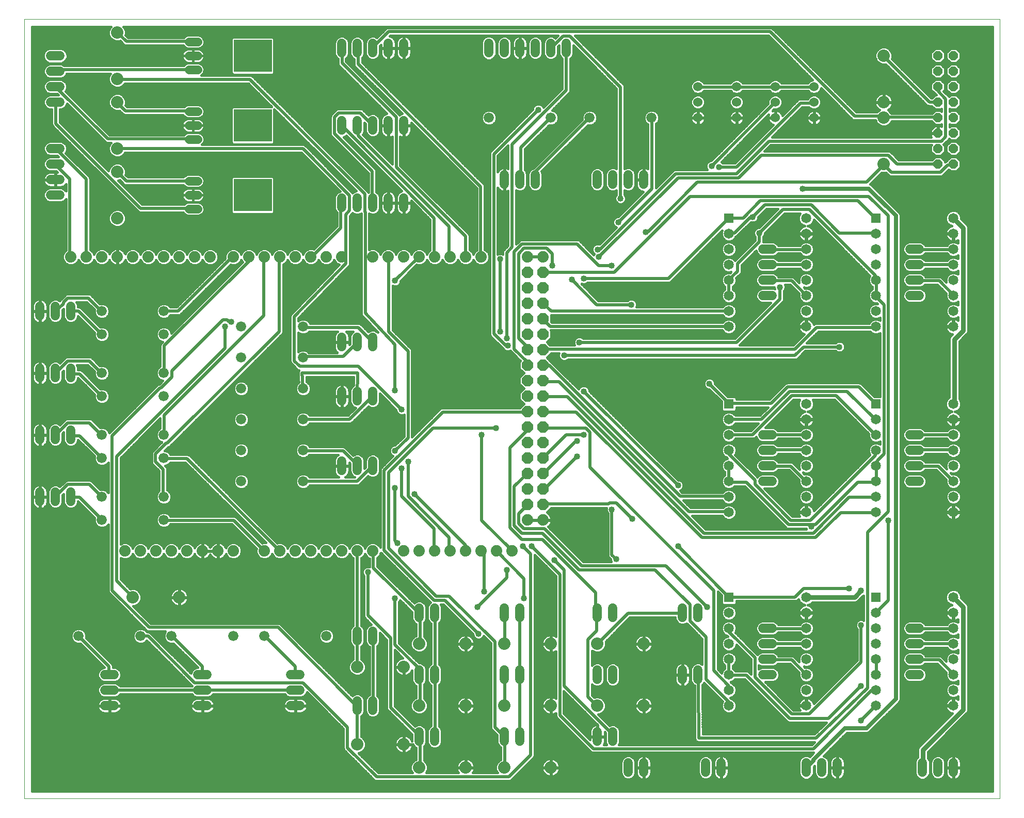
<source format=gtl>
G75*
%MOIN*%
%OFA0B0*%
%FSLAX25Y25*%
%IPPOS*%
%LPD*%
%AMOC8*
5,1,8,0,0,1.08239X$1,22.5*
%
%ADD10C,0.00000*%
%ADD11C,0.06000*%
%ADD12C,0.06600*%
%ADD13C,0.06000*%
%ADD14C,0.06496*%
%ADD15R,0.06496X0.06496*%
%ADD16C,0.07400*%
%ADD17OC8,0.07400*%
%ADD18OC8,0.06000*%
%ADD19C,0.05500*%
%ADD20R,0.24500X0.21000*%
%ADD21C,0.08000*%
%ADD22C,0.02000*%
%ADD23C,0.04000*%
%ADD24C,0.01600*%
%ADD25R,0.03962X0.03962*%
%ADD26C,0.03000*%
%ADD27C,0.02500*%
D10*
X0071250Y0006800D02*
X0071250Y0510501D01*
X0701171Y0510501D01*
X0701171Y0006800D01*
X0071250Y0006800D01*
D11*
X0123250Y0066800D02*
X0129250Y0066800D01*
X0129250Y0076800D02*
X0123250Y0076800D01*
X0123250Y0086800D02*
X0129250Y0086800D01*
X0183250Y0086800D02*
X0189250Y0086800D01*
X0189250Y0076800D02*
X0183250Y0076800D01*
X0183250Y0066800D02*
X0189250Y0066800D01*
X0243250Y0066800D02*
X0249250Y0066800D01*
X0249250Y0076800D02*
X0243250Y0076800D01*
X0243250Y0086800D02*
X0249250Y0086800D01*
X0286250Y0069800D02*
X0286250Y0063800D01*
X0296250Y0063800D02*
X0296250Y0069800D01*
X0326250Y0083800D02*
X0326250Y0089800D01*
X0336250Y0089800D02*
X0336250Y0083800D01*
X0381250Y0083800D02*
X0381250Y0089800D01*
X0391250Y0089800D02*
X0391250Y0083800D01*
X0441250Y0083800D02*
X0441250Y0089800D01*
X0451250Y0089800D02*
X0451250Y0083800D01*
X0496250Y0083800D02*
X0496250Y0089800D01*
X0506250Y0089800D02*
X0506250Y0083800D01*
X0548250Y0086800D02*
X0554250Y0086800D01*
X0554250Y0096800D02*
X0548250Y0096800D01*
X0548250Y0106800D02*
X0554250Y0106800D01*
X0554250Y0116800D02*
X0548250Y0116800D01*
X0506250Y0123800D02*
X0506250Y0129800D01*
X0496250Y0129800D02*
X0496250Y0123800D01*
X0451250Y0123800D02*
X0451250Y0129800D01*
X0441250Y0129800D02*
X0441250Y0123800D01*
X0391250Y0123800D02*
X0391250Y0129800D01*
X0381250Y0129800D02*
X0381250Y0123800D01*
X0336250Y0123800D02*
X0336250Y0129800D01*
X0326250Y0129800D02*
X0326250Y0123800D01*
X0296250Y0114800D02*
X0296250Y0108800D01*
X0286250Y0108800D02*
X0286250Y0114800D01*
X0326250Y0049800D02*
X0326250Y0043800D01*
X0336250Y0043800D02*
X0336250Y0049800D01*
X0381250Y0049800D02*
X0381250Y0043800D01*
X0391250Y0043800D02*
X0391250Y0049800D01*
X0441250Y0049800D02*
X0441250Y0043800D01*
X0451250Y0043800D02*
X0451250Y0049800D01*
X0461250Y0029800D02*
X0461250Y0023800D01*
X0471250Y0023800D02*
X0471250Y0029800D01*
X0511250Y0029800D02*
X0511250Y0023800D01*
X0521250Y0023800D02*
X0521250Y0029800D01*
X0576250Y0029800D02*
X0576250Y0023800D01*
X0586250Y0023800D02*
X0586250Y0029800D01*
X0596250Y0029800D02*
X0596250Y0023800D01*
X0651250Y0023800D02*
X0651250Y0029800D01*
X0661250Y0029800D02*
X0661250Y0023800D01*
X0671250Y0023800D02*
X0671250Y0029800D01*
X0649250Y0086800D02*
X0643250Y0086800D01*
X0643250Y0096800D02*
X0649250Y0096800D01*
X0649250Y0106800D02*
X0643250Y0106800D01*
X0643250Y0116800D02*
X0649250Y0116800D01*
X0649250Y0211800D02*
X0643250Y0211800D01*
X0643250Y0221800D02*
X0649250Y0221800D01*
X0649250Y0231800D02*
X0643250Y0231800D01*
X0643250Y0241800D02*
X0649250Y0241800D01*
X0554250Y0241800D02*
X0548250Y0241800D01*
X0548250Y0231800D02*
X0554250Y0231800D01*
X0554250Y0221800D02*
X0548250Y0221800D01*
X0548250Y0211800D02*
X0554250Y0211800D01*
X0554250Y0331800D02*
X0548250Y0331800D01*
X0548250Y0341800D02*
X0554250Y0341800D01*
X0554250Y0351800D02*
X0548250Y0351800D01*
X0548250Y0361800D02*
X0554250Y0361800D01*
X0471250Y0403800D02*
X0471250Y0409800D01*
X0461250Y0409800D02*
X0461250Y0403800D01*
X0451250Y0403800D02*
X0451250Y0409800D01*
X0441250Y0409800D02*
X0441250Y0403800D01*
X0401250Y0403800D02*
X0401250Y0409800D01*
X0391250Y0409800D02*
X0391250Y0403800D01*
X0381250Y0403800D02*
X0381250Y0409800D01*
X0316250Y0394800D02*
X0316250Y0388800D01*
X0306250Y0388800D02*
X0306250Y0394800D01*
X0296250Y0394800D02*
X0296250Y0388800D01*
X0286250Y0388800D02*
X0286250Y0394800D01*
X0276250Y0394800D02*
X0276250Y0388800D01*
X0276250Y0438800D02*
X0276250Y0444800D01*
X0286250Y0444800D02*
X0286250Y0438800D01*
X0296250Y0438800D02*
X0296250Y0444800D01*
X0306250Y0444800D02*
X0306250Y0438800D01*
X0316250Y0438800D02*
X0316250Y0444800D01*
X0316250Y0488800D02*
X0316250Y0494800D01*
X0306250Y0494800D02*
X0306250Y0488800D01*
X0296250Y0488800D02*
X0296250Y0494800D01*
X0286250Y0494800D02*
X0286250Y0488800D01*
X0276250Y0488800D02*
X0276250Y0494800D01*
X0371250Y0494800D02*
X0371250Y0488800D01*
X0381250Y0488800D02*
X0381250Y0494800D01*
X0391250Y0494800D02*
X0391250Y0488800D01*
X0401250Y0488800D02*
X0401250Y0494800D01*
X0411250Y0494800D02*
X0411250Y0488800D01*
X0421250Y0488800D02*
X0421250Y0494800D01*
X0643250Y0361800D02*
X0649250Y0361800D01*
X0649250Y0351800D02*
X0643250Y0351800D01*
X0643250Y0341800D02*
X0649250Y0341800D01*
X0649250Y0331800D02*
X0643250Y0331800D01*
X0296250Y0304800D02*
X0296250Y0298800D01*
X0286250Y0298800D02*
X0286250Y0304800D01*
X0276250Y0304800D02*
X0276250Y0298800D01*
X0276250Y0269800D02*
X0276250Y0263800D01*
X0286250Y0263800D02*
X0286250Y0269800D01*
X0296250Y0269800D02*
X0296250Y0263800D01*
X0296250Y0224800D02*
X0296250Y0218800D01*
X0286250Y0218800D02*
X0286250Y0224800D01*
X0276250Y0224800D02*
X0276250Y0218800D01*
X0101250Y0204800D02*
X0101250Y0198800D01*
X0091250Y0198800D02*
X0091250Y0204800D01*
X0081250Y0204800D02*
X0081250Y0198800D01*
X0081250Y0238800D02*
X0081250Y0244800D01*
X0091250Y0244800D02*
X0091250Y0238800D01*
X0101250Y0238800D02*
X0101250Y0244800D01*
X0101250Y0278800D02*
X0101250Y0284800D01*
X0091250Y0284800D02*
X0091250Y0278800D01*
X0081250Y0278800D02*
X0081250Y0284800D01*
X0081250Y0318800D02*
X0081250Y0324800D01*
X0091250Y0324800D02*
X0091250Y0318800D01*
X0101250Y0318800D02*
X0101250Y0324800D01*
X0094250Y0396800D02*
X0088250Y0396800D01*
X0088250Y0406800D02*
X0094250Y0406800D01*
X0094250Y0416800D02*
X0088250Y0416800D01*
X0088250Y0426800D02*
X0094250Y0426800D01*
X0094250Y0456800D02*
X0088250Y0456800D01*
X0088250Y0466800D02*
X0094250Y0466800D01*
X0094250Y0476800D02*
X0088250Y0476800D01*
X0088250Y0486800D02*
X0094250Y0486800D01*
D12*
X0121250Y0321800D03*
X0121250Y0306800D03*
X0121250Y0281800D03*
X0121250Y0266800D03*
X0121250Y0241800D03*
X0121250Y0226800D03*
X0121250Y0201800D03*
X0121250Y0186800D03*
X0161250Y0186800D03*
X0161250Y0201800D03*
X0161250Y0226800D03*
X0161250Y0241800D03*
X0161250Y0266800D03*
X0161250Y0281800D03*
X0161250Y0306800D03*
X0161250Y0321800D03*
X0211250Y0311800D03*
X0211250Y0291800D03*
X0211250Y0271800D03*
X0211250Y0251800D03*
X0211250Y0231800D03*
X0211250Y0211800D03*
X0251250Y0211800D03*
X0251250Y0231800D03*
X0251250Y0251800D03*
X0251250Y0271800D03*
X0251250Y0291800D03*
X0251250Y0311800D03*
X0371250Y0446800D03*
X0411250Y0446800D03*
X0436250Y0446800D03*
X0476250Y0446800D03*
X0266250Y0111800D03*
X0226250Y0111800D03*
X0206250Y0111800D03*
X0166250Y0111800D03*
X0146250Y0111800D03*
X0106250Y0111800D03*
D13*
X0506250Y0446800D03*
X0506250Y0456800D03*
X0506250Y0466800D03*
X0531250Y0466800D03*
X0531250Y0456800D03*
X0531250Y0446800D03*
X0556250Y0446800D03*
X0556250Y0456800D03*
X0556250Y0466800D03*
X0581250Y0466800D03*
X0581250Y0456800D03*
X0581250Y0446800D03*
D14*
X0576250Y0381800D03*
X0576250Y0371800D03*
X0576250Y0361800D03*
X0576250Y0351800D03*
X0576250Y0341800D03*
X0576250Y0331800D03*
X0576250Y0321800D03*
X0576250Y0311800D03*
X0621250Y0311800D03*
X0621250Y0321800D03*
X0621250Y0331800D03*
X0621250Y0341800D03*
X0621250Y0351800D03*
X0621250Y0361800D03*
X0621250Y0371800D03*
X0671250Y0371800D03*
X0671250Y0361800D03*
X0671250Y0351800D03*
X0671250Y0341800D03*
X0671250Y0331800D03*
X0671250Y0321800D03*
X0671250Y0311800D03*
X0671250Y0261800D03*
X0671250Y0251800D03*
X0671250Y0241800D03*
X0671250Y0231800D03*
X0671250Y0221800D03*
X0671250Y0211800D03*
X0671250Y0201800D03*
X0671250Y0191800D03*
X0621250Y0191800D03*
X0621250Y0201800D03*
X0621250Y0211800D03*
X0621250Y0221800D03*
X0621250Y0231800D03*
X0621250Y0241800D03*
X0621250Y0251800D03*
X0576250Y0251800D03*
X0576250Y0241800D03*
X0576250Y0231800D03*
X0576250Y0221800D03*
X0576250Y0211800D03*
X0576250Y0201800D03*
X0576250Y0191800D03*
X0526250Y0191800D03*
X0526250Y0201800D03*
X0526250Y0211800D03*
X0526250Y0221800D03*
X0526250Y0231800D03*
X0526250Y0241800D03*
X0526250Y0251800D03*
X0576250Y0261800D03*
X0526250Y0311800D03*
X0526250Y0321800D03*
X0526250Y0331800D03*
X0526250Y0341800D03*
X0526250Y0351800D03*
X0526250Y0361800D03*
X0526250Y0371800D03*
X0671250Y0381800D03*
X0671250Y0136800D03*
X0671250Y0126800D03*
X0671250Y0116800D03*
X0671250Y0106800D03*
X0671250Y0096800D03*
X0671250Y0086800D03*
X0671250Y0076800D03*
X0671250Y0066800D03*
X0621250Y0066800D03*
X0621250Y0076800D03*
X0621250Y0086800D03*
X0621250Y0096800D03*
X0621250Y0106800D03*
X0621250Y0116800D03*
X0621250Y0126800D03*
X0576250Y0126800D03*
X0576250Y0116800D03*
X0576250Y0106800D03*
X0576250Y0096800D03*
X0576250Y0086800D03*
X0576250Y0076800D03*
X0576250Y0066800D03*
X0526250Y0066800D03*
X0526250Y0076800D03*
X0526250Y0086800D03*
X0526250Y0096800D03*
X0526250Y0106800D03*
X0526250Y0116800D03*
X0526250Y0126800D03*
X0576250Y0136800D03*
D15*
X0621250Y0136800D03*
X0526250Y0136800D03*
X0526250Y0261800D03*
X0621250Y0261800D03*
X0621250Y0381800D03*
X0526250Y0381800D03*
D16*
X0406250Y0356800D03*
X0396250Y0356800D03*
X0366250Y0356800D03*
X0356250Y0356800D03*
X0346250Y0356800D03*
X0336250Y0356800D03*
X0326250Y0356800D03*
X0316250Y0356800D03*
X0306250Y0356800D03*
X0296250Y0356800D03*
X0276250Y0356800D03*
X0266250Y0356800D03*
X0256250Y0356800D03*
X0246250Y0356800D03*
X0236250Y0356800D03*
X0226250Y0356800D03*
X0216250Y0356800D03*
X0206250Y0356800D03*
X0191250Y0356800D03*
X0181250Y0356800D03*
X0171250Y0356800D03*
X0161250Y0356800D03*
X0151250Y0356800D03*
X0141250Y0356800D03*
X0131250Y0356800D03*
X0121250Y0356800D03*
X0111250Y0356800D03*
X0101250Y0356800D03*
X0136250Y0166800D03*
X0146250Y0166800D03*
X0156250Y0166800D03*
X0166250Y0166800D03*
X0176250Y0166800D03*
X0186250Y0166800D03*
X0196250Y0166800D03*
X0206250Y0166800D03*
X0226250Y0166800D03*
X0236250Y0166800D03*
X0246250Y0166800D03*
X0256250Y0166800D03*
X0266250Y0166800D03*
X0276250Y0166800D03*
X0286250Y0166800D03*
X0296250Y0166800D03*
X0316250Y0166800D03*
X0326250Y0166800D03*
X0336250Y0166800D03*
X0346250Y0166800D03*
X0356250Y0166800D03*
X0366250Y0166800D03*
X0376250Y0166800D03*
X0386250Y0166800D03*
X0396250Y0186800D03*
X0406250Y0186800D03*
D17*
X0406250Y0196800D03*
X0396250Y0196800D03*
X0396250Y0206800D03*
X0406250Y0206800D03*
X0406250Y0216800D03*
X0396250Y0216800D03*
X0396250Y0226800D03*
X0406250Y0226800D03*
X0406250Y0236800D03*
X0396250Y0236800D03*
X0396250Y0246800D03*
X0406250Y0246800D03*
X0406250Y0256800D03*
X0396250Y0256800D03*
X0396250Y0266800D03*
X0406250Y0266800D03*
X0406250Y0276800D03*
X0396250Y0276800D03*
X0396250Y0286800D03*
X0406250Y0286800D03*
X0406250Y0296800D03*
X0396250Y0296800D03*
X0396250Y0306800D03*
X0406250Y0306800D03*
X0406250Y0316800D03*
X0396250Y0316800D03*
X0396250Y0326800D03*
X0396250Y0336800D03*
X0406250Y0336800D03*
X0406250Y0326800D03*
X0406250Y0346800D03*
X0396250Y0346800D03*
D18*
X0661250Y0416800D03*
X0671250Y0416800D03*
X0671250Y0426800D03*
X0661250Y0426800D03*
X0661250Y0436800D03*
X0671250Y0436800D03*
X0671250Y0446800D03*
X0661250Y0446800D03*
X0661250Y0456800D03*
X0671250Y0456800D03*
X0671250Y0466800D03*
X0671250Y0476800D03*
X0661250Y0476800D03*
X0661250Y0466800D03*
X0661250Y0486800D03*
X0671250Y0486800D03*
D19*
X0183000Y0486800D02*
X0177500Y0486800D01*
X0177500Y0477800D02*
X0183000Y0477800D01*
X0183000Y0495800D02*
X0177500Y0495800D01*
X0177500Y0450800D02*
X0183000Y0450800D01*
X0183000Y0441800D02*
X0177500Y0441800D01*
X0177500Y0432800D02*
X0183000Y0432800D01*
X0183000Y0405800D02*
X0177500Y0405800D01*
X0177500Y0396800D02*
X0183000Y0396800D01*
X0183000Y0387800D02*
X0177500Y0387800D01*
D20*
X0218750Y0396800D03*
X0218750Y0441800D03*
X0218750Y0486800D03*
D21*
X0131250Y0471800D03*
X0131250Y0456800D03*
X0131250Y0426800D03*
X0131250Y0411800D03*
X0131250Y0381800D03*
X0131250Y0501800D03*
X0626250Y0486800D03*
X0626250Y0456800D03*
X0626250Y0446800D03*
X0626250Y0416800D03*
X0171250Y0136800D03*
X0141250Y0136800D03*
X0286250Y0091800D03*
X0316250Y0091800D03*
X0326250Y0106800D03*
X0356250Y0106800D03*
X0381250Y0106800D03*
X0411250Y0106800D03*
X0441250Y0106800D03*
X0471250Y0106800D03*
X0471250Y0066800D03*
X0441250Y0066800D03*
X0411250Y0066800D03*
X0381250Y0066800D03*
X0356250Y0066800D03*
X0326250Y0066800D03*
X0316250Y0041800D03*
X0326250Y0026800D03*
X0356250Y0026800D03*
X0381250Y0026800D03*
X0411250Y0026800D03*
X0286250Y0041800D03*
D22*
X0286150Y0041800D01*
X0286150Y0066300D01*
X0286250Y0066800D01*
X0285450Y0067000D01*
X0235050Y0117400D01*
X0151750Y0117400D01*
X0127950Y0141200D01*
X0127950Y0241300D01*
X0158750Y0272100D01*
X0159450Y0272100D01*
X0166450Y0279100D01*
X0166450Y0283300D01*
X0199350Y0316200D01*
X0202150Y0316200D01*
X0203550Y0314800D01*
X0204950Y0314800D01*
X0200750Y0312000D02*
X0200750Y0298000D01*
X0130750Y0228000D01*
X0130750Y0147500D01*
X0141250Y0137000D01*
X0141250Y0136800D01*
X0146250Y0111800D02*
X0151050Y0111800D01*
X0181150Y0081700D01*
X0251150Y0081700D01*
X0279850Y0053000D01*
X0279850Y0039700D01*
X0298750Y0020800D01*
X0384150Y0020800D01*
X0398150Y0034800D01*
X0398150Y0165000D01*
X0393250Y0169900D01*
X0392550Y0174100D02*
X0405850Y0174100D01*
X0440150Y0139800D01*
X0440150Y0127200D01*
X0441250Y0126800D01*
X0440850Y0126500D01*
X0440850Y0115300D01*
X0435250Y0109700D01*
X0435250Y0072600D01*
X0440850Y0067000D01*
X0441250Y0066800D01*
X0450650Y0048800D02*
X0419850Y0079600D01*
X0419850Y0154500D01*
X0413550Y0160800D01*
X0417050Y0151700D02*
X0398850Y0169900D01*
X0392550Y0174100D02*
X0384850Y0181800D01*
X0384850Y0233600D01*
X0396050Y0244800D01*
X0396050Y0246200D01*
X0396250Y0246800D01*
X0406250Y0246800D02*
X0406550Y0246200D01*
X0433850Y0246200D01*
X0436650Y0243400D01*
X0436650Y0221000D01*
X0516450Y0141200D01*
X0516450Y0089400D01*
X0526250Y0079600D01*
X0526250Y0076800D01*
X0526250Y0069100D02*
X0511550Y0083800D01*
X0511550Y0111100D01*
X0501050Y0121600D01*
X0501050Y0132100D01*
X0478650Y0154500D01*
X0429650Y0154500D01*
X0405850Y0178300D01*
X0392550Y0178300D01*
X0387650Y0183200D01*
X0387650Y0208400D01*
X0396050Y0216800D01*
X0396250Y0216800D01*
X0406250Y0216800D02*
X0406550Y0216800D01*
X0427550Y0237800D01*
X0428250Y0237800D01*
X0432450Y0242000D02*
X0421250Y0242000D01*
X0406550Y0227300D01*
X0406250Y0226800D01*
X0406550Y0206300D02*
X0428250Y0228000D01*
X0406250Y0206800D02*
X0406550Y0206300D01*
X0406550Y0197200D02*
X0406250Y0196800D01*
X0406550Y0197200D02*
X0448550Y0197200D01*
X0449250Y0197900D01*
X0453450Y0197900D01*
X0463950Y0187400D01*
X0450650Y0193700D02*
X0450650Y0164300D01*
X0453450Y0161500D01*
X0431050Y0157300D02*
X0407250Y0181100D01*
X0393950Y0181100D01*
X0390450Y0184600D01*
X0390450Y0190900D01*
X0396050Y0196500D01*
X0396250Y0196800D01*
X0366650Y0186700D02*
X0386250Y0167100D01*
X0386250Y0166800D01*
X0376450Y0166400D02*
X0376250Y0166800D01*
X0376450Y0166400D02*
X0393950Y0148900D01*
X0393950Y0136300D01*
X0391250Y0126800D02*
X0391150Y0126500D01*
X0391150Y0087300D01*
X0391250Y0086800D01*
X0391150Y0086600D01*
X0391150Y0047400D01*
X0391250Y0046800D01*
X0381350Y0046700D02*
X0381250Y0046800D01*
X0375050Y0053000D01*
X0375050Y0108300D01*
X0345650Y0137700D01*
X0337250Y0137700D01*
X0306450Y0168500D01*
X0306450Y0217500D01*
X0335150Y0246200D01*
X0375750Y0246200D01*
X0366650Y0242000D02*
X0366650Y0186700D01*
X0345650Y0175500D02*
X0319050Y0202100D01*
X0319050Y0224500D01*
X0314850Y0220300D02*
X0314850Y0202100D01*
X0335850Y0181100D01*
X0335850Y0167100D01*
X0336250Y0166800D01*
X0345650Y0167100D02*
X0345650Y0175500D01*
X0345650Y0167100D02*
X0346250Y0166800D01*
X0356150Y0167100D02*
X0356250Y0166800D01*
X0356150Y0167100D02*
X0356150Y0170600D01*
X0323250Y0203500D01*
X0310650Y0207700D02*
X0310650Y0173400D01*
X0312050Y0172000D01*
X0303650Y0167100D02*
X0335850Y0134900D01*
X0342850Y0134900D01*
X0364550Y0113200D01*
X0381250Y0106800D02*
X0381350Y0106900D01*
X0381350Y0126500D01*
X0381250Y0126800D01*
X0363850Y0130700D02*
X0382750Y0149600D01*
X0382750Y0154500D01*
X0368050Y0165000D02*
X0368050Y0140500D01*
X0368050Y0165000D02*
X0366250Y0166800D01*
X0417050Y0151700D02*
X0417050Y0060700D01*
X0438750Y0039000D01*
X0580850Y0039000D01*
X0618650Y0076800D01*
X0621250Y0076800D01*
X0615850Y0078200D02*
X0615850Y0179000D01*
X0629150Y0192300D01*
X0629150Y0383400D01*
X0616550Y0396000D01*
X0501050Y0396000D01*
X0452050Y0347000D01*
X0406550Y0347000D01*
X0406250Y0346800D01*
X0412150Y0351200D02*
X0412150Y0358900D01*
X0408650Y0362400D01*
X0393950Y0362400D01*
X0390450Y0358900D01*
X0390450Y0304300D01*
X0396050Y0298700D01*
X0396050Y0297300D01*
X0396250Y0296800D01*
X0396050Y0288900D02*
X0387650Y0297300D01*
X0387650Y0360300D01*
X0392550Y0365200D01*
X0428250Y0365200D01*
X0442250Y0351200D01*
X0450650Y0351200D01*
X0442250Y0356800D02*
X0493350Y0407900D01*
X0532550Y0407900D01*
X0547250Y0422600D01*
X0629150Y0422600D01*
X0634750Y0417000D01*
X0660650Y0417000D01*
X0661250Y0416800D01*
X0662750Y0411400D02*
X0631250Y0411400D01*
X0626350Y0416300D01*
X0626250Y0416800D01*
X0625650Y0415600D01*
X0615150Y0405100D01*
X0505950Y0405100D01*
X0473750Y0372900D01*
X0472350Y0372900D01*
X0454850Y0379200D02*
X0476550Y0400900D01*
X0476550Y0446400D01*
X0476250Y0446800D01*
X0456250Y0466700D02*
X0456250Y0394600D01*
X0442950Y0361700D02*
X0491950Y0410700D01*
X0531150Y0410700D01*
X0552150Y0431700D01*
X0663450Y0431700D01*
X0666250Y0434500D01*
X0666250Y0459000D01*
X0661350Y0463900D01*
X0661350Y0466700D01*
X0661250Y0466800D01*
X0660650Y0456900D02*
X0655750Y0456900D01*
X0626350Y0486300D01*
X0626250Y0486800D01*
X0660650Y0456900D02*
X0661250Y0456800D01*
X0660650Y0447100D02*
X0661250Y0446800D01*
X0660650Y0447100D02*
X0626350Y0447100D01*
X0626250Y0446800D01*
X0625650Y0447800D01*
X0607450Y0447800D01*
X0552850Y0502400D01*
X0306450Y0502400D01*
X0295950Y0491900D01*
X0296250Y0491800D01*
X0286850Y0491200D02*
X0286250Y0491800D01*
X0286850Y0491200D02*
X0286850Y0481400D01*
X0365950Y0402300D01*
X0365950Y0356800D01*
X0366250Y0356800D01*
X0356250Y0356800D02*
X0356150Y0356800D01*
X0356150Y0370100D01*
X0311350Y0414900D01*
X0311350Y0447100D01*
X0276350Y0482100D01*
X0276350Y0491200D01*
X0276250Y0491800D01*
X0274250Y0449900D02*
X0271450Y0447100D01*
X0271450Y0436600D01*
X0295950Y0412100D01*
X0295950Y0391800D01*
X0296250Y0391800D01*
X0291050Y0397400D02*
X0291050Y0386200D01*
X0291350Y0385500D01*
X0291350Y0320400D01*
X0310650Y0300100D01*
X0310650Y0270700D01*
X0296250Y0266800D02*
X0281250Y0251800D01*
X0251250Y0251800D01*
X0251250Y0231800D02*
X0251850Y0231500D01*
X0277050Y0231500D01*
X0286150Y0222400D01*
X0286250Y0221800D01*
X0295950Y0221700D02*
X0296250Y0221800D01*
X0295950Y0221700D02*
X0286150Y0211900D01*
X0251850Y0211900D01*
X0251250Y0211800D01*
X0206350Y0186700D02*
X0226250Y0166800D01*
X0235750Y0167100D02*
X0236250Y0166800D01*
X0235750Y0167100D02*
X0176250Y0226600D01*
X0161550Y0226600D01*
X0161250Y0226800D01*
X0155950Y0224500D02*
X0155950Y0229400D01*
X0162950Y0236400D01*
X0163650Y0236400D01*
X0235750Y0308500D01*
X0235750Y0356800D01*
X0236250Y0356800D01*
X0226250Y0356800D02*
X0225950Y0356800D01*
X0225950Y0319000D01*
X0161550Y0254600D01*
X0161550Y0242000D01*
X0161250Y0241800D01*
X0155950Y0224500D02*
X0160850Y0219600D01*
X0160850Y0202100D01*
X0161250Y0201800D01*
X0161250Y0186800D02*
X0161550Y0186700D01*
X0206350Y0186700D01*
X0286250Y0166800D02*
X0286150Y0166400D01*
X0286150Y0112500D01*
X0286250Y0111800D01*
X0286150Y0111800D01*
X0286150Y0092200D01*
X0286250Y0091800D01*
X0310650Y0106200D02*
X0326050Y0090800D01*
X0326050Y0087300D01*
X0326250Y0086800D01*
X0326750Y0086600D01*
X0326750Y0067000D01*
X0326250Y0066800D01*
X0307850Y0065600D02*
X0326050Y0047400D01*
X0326250Y0046800D01*
X0326750Y0046700D01*
X0326750Y0027100D01*
X0326250Y0026800D01*
X0336250Y0046800D02*
X0336550Y0047400D01*
X0336550Y0086600D01*
X0336250Y0086800D01*
X0336550Y0087300D01*
X0336550Y0126500D01*
X0336250Y0126800D01*
X0326750Y0126500D02*
X0326250Y0126800D01*
X0325350Y0127200D01*
X0296650Y0155900D01*
X0296650Y0166400D01*
X0296250Y0166800D01*
X0303650Y0167100D02*
X0303650Y0218900D01*
X0341450Y0256700D01*
X0396050Y0256700D01*
X0396250Y0256800D01*
X0406250Y0256800D02*
X0406550Y0256700D01*
X0427550Y0256700D01*
X0508750Y0175500D01*
X0582250Y0175500D01*
X0598350Y0191600D01*
X0620750Y0191600D01*
X0621250Y0191800D01*
X0629150Y0186700D02*
X0629150Y0134900D01*
X0621450Y0127200D01*
X0621250Y0126800D01*
X0611650Y0118800D02*
X0611650Y0095000D01*
X0578050Y0061400D01*
X0566850Y0061400D01*
X0543050Y0085200D01*
X0543050Y0097800D01*
X0526250Y0114600D01*
X0526250Y0116800D01*
X0512250Y0130700D02*
X0485650Y0157300D01*
X0431050Y0157300D01*
X0461150Y0126500D02*
X0441550Y0106900D01*
X0441250Y0106800D01*
X0461150Y0126500D02*
X0496150Y0126500D01*
X0496250Y0126800D01*
X0525550Y0137700D02*
X0526250Y0136800D01*
X0526250Y0137000D01*
X0568950Y0137000D01*
X0574550Y0142600D01*
X0603950Y0142600D01*
X0576250Y0116800D02*
X0575950Y0116700D01*
X0551450Y0116700D01*
X0551250Y0116800D01*
X0551450Y0106900D02*
X0551250Y0106800D01*
X0551450Y0106900D02*
X0575950Y0106900D01*
X0576250Y0106800D01*
X0566850Y0096400D02*
X0575950Y0087300D01*
X0576250Y0086800D01*
X0566850Y0096400D02*
X0551450Y0096400D01*
X0551250Y0096800D01*
X0537450Y0086600D02*
X0565450Y0058600D01*
X0590650Y0058600D01*
X0611650Y0079600D01*
X0615850Y0078200D02*
X0582450Y0045800D01*
X0506750Y0045800D01*
X0506650Y0078900D01*
X0506650Y0086600D01*
X0506250Y0086800D01*
X0526250Y0086800D02*
X0526950Y0086600D01*
X0537450Y0086600D01*
X0526250Y0086800D02*
X0526250Y0096800D01*
X0526250Y0069100D02*
X0526250Y0066800D01*
X0451250Y0046800D02*
X0450650Y0047400D01*
X0450650Y0048800D01*
X0381350Y0046700D02*
X0381350Y0027100D01*
X0381250Y0026800D01*
X0381250Y0066800D02*
X0381350Y0067000D01*
X0381350Y0086600D01*
X0381250Y0086800D01*
X0326750Y0106900D02*
X0326250Y0106800D01*
X0326750Y0106900D02*
X0326750Y0126500D01*
X0310650Y0136300D02*
X0310650Y0106200D01*
X0307850Y0110400D02*
X0307850Y0065600D01*
X0296650Y0067000D02*
X0296250Y0066800D01*
X0296650Y0067000D02*
X0296650Y0111800D01*
X0296250Y0111800D01*
X0307850Y0110400D02*
X0293150Y0125100D01*
X0293150Y0153100D01*
X0246250Y0092200D02*
X0226650Y0111800D01*
X0226250Y0111800D01*
X0246250Y0092200D02*
X0246250Y0086800D01*
X0246250Y0076800D02*
X0186250Y0076800D01*
X0126250Y0076800D01*
X0126250Y0086800D02*
X0125850Y0087300D01*
X0125850Y0092200D01*
X0106250Y0111800D01*
X0166250Y0111800D02*
X0166450Y0111800D01*
X0186050Y0092200D01*
X0186050Y0087300D01*
X0186250Y0086800D01*
X0121250Y0186800D02*
X0120950Y0187400D01*
X0106950Y0201400D01*
X0101350Y0201400D01*
X0101250Y0201800D01*
X0099250Y0209800D02*
X0091250Y0201800D01*
X0099250Y0209800D02*
X0113250Y0209800D01*
X0121250Y0201800D01*
X0121250Y0226800D02*
X0120950Y0227300D01*
X0106950Y0241300D01*
X0101350Y0241300D01*
X0101250Y0241800D01*
X0099250Y0249700D02*
X0091550Y0242000D01*
X0091250Y0241800D01*
X0099250Y0249700D02*
X0113250Y0249700D01*
X0120950Y0242000D01*
X0121250Y0241800D01*
X0121250Y0266800D02*
X0120950Y0267200D01*
X0106950Y0281200D01*
X0101350Y0281200D01*
X0101250Y0281800D01*
X0099250Y0289600D02*
X0113250Y0289600D01*
X0120950Y0281900D01*
X0121250Y0281800D01*
X0099250Y0289600D02*
X0091550Y0281900D01*
X0091250Y0281800D01*
X0121250Y0306800D02*
X0106250Y0321800D01*
X0101250Y0321800D01*
X0096450Y0326700D02*
X0096450Y0327400D01*
X0099250Y0330200D01*
X0112550Y0330200D01*
X0120950Y0321800D01*
X0121250Y0321800D01*
X0096450Y0326700D02*
X0091550Y0321800D01*
X0091250Y0321800D01*
X0100650Y0356800D02*
X0101250Y0356800D01*
X0100650Y0356800D02*
X0100650Y0407200D01*
X0091550Y0416300D01*
X0091250Y0416800D01*
X0091250Y0426800D02*
X0091550Y0426800D01*
X0111150Y0407200D01*
X0111150Y0356800D01*
X0111250Y0356800D01*
X0146150Y0388300D02*
X0091550Y0442900D01*
X0091550Y0456200D01*
X0091250Y0456800D01*
X0091550Y0466700D02*
X0091250Y0466800D01*
X0091550Y0466700D02*
X0125150Y0433100D01*
X0179750Y0433100D01*
X0180250Y0432800D01*
X0180250Y0450800D02*
X0179750Y0451300D01*
X0136350Y0451300D01*
X0131450Y0456200D01*
X0131250Y0456800D01*
X0131450Y0471600D02*
X0131250Y0471800D01*
X0131450Y0471600D02*
X0216850Y0471600D01*
X0291050Y0397400D01*
X0281250Y0396700D02*
X0281250Y0386900D01*
X0278950Y0384200D01*
X0278950Y0352700D01*
X0245550Y0318300D01*
X0245550Y0289600D01*
X0249050Y0286100D01*
X0286850Y0286100D01*
X0314850Y0258100D01*
X0319050Y0239900D02*
X0310650Y0231500D01*
X0319050Y0239900D02*
X0319050Y0295900D01*
X0306450Y0308500D01*
X0306450Y0356800D01*
X0306250Y0356800D01*
X0310650Y0341400D02*
X0326050Y0356800D01*
X0326250Y0356800D01*
X0335850Y0356800D02*
X0336250Y0356800D01*
X0335850Y0356800D02*
X0335850Y0382000D01*
X0276350Y0441500D01*
X0276250Y0441800D01*
X0274250Y0449900D02*
X0288250Y0449900D01*
X0295950Y0442200D01*
X0296250Y0441800D01*
X0286850Y0441500D02*
X0286250Y0441800D01*
X0286850Y0441500D02*
X0286850Y0435200D01*
X0345650Y0376400D01*
X0345650Y0356800D01*
X0346250Y0356800D01*
X0378550Y0355400D02*
X0378550Y0308500D01*
X0374350Y0307100D02*
X0374350Y0423300D01*
X0403050Y0452000D01*
X0410750Y0446400D02*
X0411250Y0446800D01*
X0410750Y0446400D02*
X0391850Y0427500D01*
X0391850Y0407200D01*
X0391250Y0406800D01*
X0401250Y0406800D02*
X0401650Y0407200D01*
X0401650Y0412100D01*
X0435950Y0446400D01*
X0436250Y0446800D01*
X0421250Y0464600D02*
X0386250Y0429600D01*
X0386250Y0363100D01*
X0382750Y0359600D01*
X0382750Y0304300D01*
X0382050Y0299400D02*
X0374350Y0307100D01*
X0382050Y0299400D02*
X0383450Y0299400D01*
X0396050Y0288900D02*
X0396050Y0286800D01*
X0396250Y0286800D01*
X0406250Y0286800D02*
X0410050Y0286800D01*
X0494750Y0202100D01*
X0526250Y0202100D01*
X0526250Y0201800D01*
X0526250Y0192300D02*
X0526250Y0191800D01*
X0526250Y0192300D02*
X0500350Y0192300D01*
X0416350Y0276300D01*
X0406550Y0276300D01*
X0406250Y0276800D01*
X0406250Y0266800D02*
X0406550Y0266500D01*
X0421950Y0266500D01*
X0510150Y0178300D01*
X0580850Y0178300D01*
X0603950Y0201400D01*
X0620750Y0201400D01*
X0621250Y0201800D01*
X0620750Y0211200D02*
X0609550Y0211200D01*
X0582250Y0183900D01*
X0579450Y0183900D01*
X0579450Y0182500D01*
X0579450Y0183900D02*
X0564750Y0183900D01*
X0537450Y0211200D01*
X0526950Y0211200D01*
X0526250Y0211800D01*
X0526250Y0221800D01*
X0526250Y0229400D02*
X0543050Y0212600D01*
X0543050Y0209800D01*
X0566150Y0186700D01*
X0578750Y0186700D01*
X0620750Y0228700D01*
X0620750Y0231500D01*
X0621250Y0231800D01*
X0626350Y0229400D02*
X0622150Y0225200D01*
X0622150Y0222400D01*
X0621250Y0221800D01*
X0621450Y0221700D01*
X0621450Y0211900D01*
X0621250Y0211800D01*
X0620750Y0211200D01*
X0646250Y0221800D02*
X0646650Y0221700D01*
X0661350Y0221700D01*
X0671250Y0211800D01*
X0671250Y0231800D02*
X0671150Y0232200D01*
X0646650Y0232200D01*
X0646250Y0231800D01*
X0646250Y0241800D02*
X0646650Y0242000D01*
X0671150Y0242000D01*
X0671250Y0241800D01*
X0626350Y0229400D02*
X0626350Y0326000D01*
X0621450Y0330900D01*
X0621250Y0331800D01*
X0621450Y0332300D01*
X0621450Y0341400D01*
X0621250Y0341800D01*
X0620750Y0342100D01*
X0620750Y0344900D01*
X0578050Y0387600D01*
X0561250Y0387600D01*
X0545850Y0372200D01*
X0545850Y0366600D01*
X0531850Y0352600D01*
X0531850Y0347700D01*
X0526250Y0342100D01*
X0526250Y0341800D01*
X0526250Y0331800D01*
X0526250Y0321800D02*
X0411450Y0321800D01*
X0406550Y0326700D01*
X0406250Y0326800D01*
X0406250Y0316800D02*
X0406550Y0316200D01*
X0410750Y0312000D01*
X0526250Y0312000D01*
X0526250Y0311800D01*
X0531150Y0301500D02*
X0559150Y0329500D01*
X0559150Y0337200D01*
X0551450Y0341400D02*
X0551250Y0341800D01*
X0551450Y0341400D02*
X0566850Y0341400D01*
X0575950Y0332300D01*
X0576250Y0331800D01*
X0582950Y0311300D02*
X0568950Y0297300D01*
X0406550Y0297300D01*
X0406250Y0296800D01*
X0419850Y0293100D02*
X0568950Y0293100D01*
X0574550Y0298700D01*
X0597650Y0298700D01*
X0582950Y0311300D02*
X0620750Y0311300D01*
X0621250Y0311800D01*
X0646650Y0341400D02*
X0646250Y0341800D01*
X0646650Y0341400D02*
X0662050Y0341400D01*
X0671150Y0332300D01*
X0671250Y0331800D01*
X0671250Y0351800D02*
X0671150Y0351900D01*
X0646650Y0351900D01*
X0646250Y0351800D01*
X0646650Y0361700D02*
X0646250Y0361800D01*
X0646650Y0361700D02*
X0671150Y0361700D01*
X0671250Y0361800D01*
X0621250Y0371800D02*
X0620750Y0372200D01*
X0597650Y0372200D01*
X0579450Y0390400D01*
X0549350Y0390400D01*
X0541650Y0382700D01*
X0540250Y0382700D01*
X0529750Y0372200D01*
X0526250Y0372200D01*
X0526250Y0371800D01*
X0525550Y0381300D02*
X0526250Y0381800D01*
X0526250Y0382000D01*
X0535350Y0382000D01*
X0546550Y0393200D01*
X0609550Y0393200D01*
X0620750Y0382000D01*
X0621250Y0381800D01*
X0576250Y0361800D02*
X0575950Y0361700D01*
X0551450Y0361700D01*
X0551250Y0361800D01*
X0551450Y0351900D02*
X0551250Y0351800D01*
X0551450Y0351900D02*
X0575950Y0351900D01*
X0576250Y0351800D01*
X0525550Y0381300D02*
X0487050Y0342800D01*
X0432450Y0342800D01*
X0424750Y0342100D02*
X0440850Y0326000D01*
X0463250Y0326000D01*
X0429650Y0301500D02*
X0531150Y0301500D01*
X0513650Y0274900D02*
X0525550Y0263000D01*
X0526250Y0261800D01*
X0526250Y0262300D01*
X0553550Y0262300D01*
X0564050Y0272800D01*
X0610250Y0272800D01*
X0621250Y0261800D01*
X0621250Y0251800D02*
X0620750Y0251800D01*
X0602550Y0270000D01*
X0565450Y0270000D01*
X0547250Y0251800D01*
X0526250Y0251800D01*
X0526250Y0242000D02*
X0526250Y0241800D01*
X0526250Y0242000D02*
X0541650Y0242000D01*
X0566850Y0267200D01*
X0595550Y0267200D01*
X0620750Y0242000D01*
X0621250Y0241800D01*
X0576250Y0241800D02*
X0575950Y0242000D01*
X0551450Y0242000D01*
X0551250Y0241800D01*
X0551450Y0232200D02*
X0551250Y0231800D01*
X0551450Y0232200D02*
X0575950Y0232200D01*
X0576250Y0231800D01*
X0566150Y0221700D02*
X0575950Y0211900D01*
X0576250Y0211800D01*
X0566150Y0221700D02*
X0551450Y0221700D01*
X0551250Y0221800D01*
X0526250Y0229400D02*
X0526250Y0231800D01*
X0493350Y0209100D02*
X0432450Y0270000D01*
X0406250Y0356800D02*
X0396250Y0356800D01*
X0441550Y0361700D02*
X0442950Y0361700D01*
X0515050Y0415600D02*
X0556250Y0456800D01*
X0555650Y0466700D02*
X0556250Y0466800D01*
X0557050Y0466700D01*
X0580850Y0466700D01*
X0581250Y0466800D01*
X0581250Y0456800D02*
X0580850Y0456200D01*
X0572450Y0456200D01*
X0531150Y0414900D01*
X0519950Y0414900D01*
X0531150Y0466700D02*
X0506650Y0466700D01*
X0506250Y0466800D01*
X0531150Y0466700D02*
X0531250Y0466800D01*
X0531850Y0466700D01*
X0555650Y0466700D01*
X0456250Y0466700D02*
X0423350Y0499600D01*
X0419150Y0499600D01*
X0411450Y0491900D01*
X0411250Y0491800D01*
X0421250Y0491800D02*
X0421250Y0464600D01*
X0281250Y0396700D02*
X0251150Y0426800D01*
X0131250Y0426800D01*
X0131250Y0411800D02*
X0131450Y0411400D01*
X0137050Y0405800D01*
X0180250Y0405800D01*
X0179750Y0388300D02*
X0180250Y0387800D01*
X0179750Y0388300D02*
X0146150Y0388300D01*
X0205650Y0356800D02*
X0206250Y0356800D01*
X0205650Y0356800D02*
X0170650Y0321800D01*
X0161250Y0321800D01*
X0161550Y0299400D02*
X0216150Y0354000D01*
X0216150Y0356800D01*
X0216250Y0356800D01*
X0256250Y0356800D02*
X0256750Y0356800D01*
X0275650Y0375700D01*
X0275650Y0391800D01*
X0276250Y0391800D01*
X0286850Y0311300D02*
X0251850Y0311300D01*
X0251250Y0311800D01*
X0251850Y0292400D02*
X0251250Y0291800D01*
X0251850Y0292400D02*
X0277050Y0292400D01*
X0286150Y0301500D01*
X0286250Y0301800D01*
X0286850Y0311300D02*
X0295950Y0302200D01*
X0296250Y0301800D01*
X0286450Y0281900D02*
X0250650Y0281900D01*
X0250850Y0278100D01*
X0251250Y0271800D01*
X0286150Y0267200D02*
X0286250Y0266800D01*
X0286150Y0267200D02*
X0286450Y0281900D01*
X0161550Y0281900D02*
X0161250Y0281800D01*
X0161550Y0281900D02*
X0161550Y0299400D01*
X0091250Y0476800D02*
X0091550Y0477200D01*
X0092250Y0477900D01*
X0179750Y0477900D01*
X0180250Y0477800D01*
X0180250Y0495800D02*
X0179750Y0496100D01*
X0137050Y0496100D01*
X0131450Y0501700D01*
X0131250Y0501800D01*
X0493350Y0169900D02*
X0525550Y0137700D01*
X0621250Y0096800D02*
X0621450Y0096400D01*
X0621450Y0087300D01*
X0621250Y0086800D01*
X0646250Y0096800D02*
X0646650Y0096400D01*
X0662050Y0096400D01*
X0671150Y0087300D01*
X0671250Y0086800D01*
X0671250Y0106800D02*
X0671150Y0106900D01*
X0646650Y0106900D01*
X0646250Y0106800D01*
X0646650Y0116700D02*
X0646250Y0116800D01*
X0646650Y0116700D02*
X0671150Y0116700D01*
X0671250Y0116800D01*
X0621250Y0066800D02*
X0611650Y0057200D01*
X0662750Y0411400D02*
X0667650Y0416300D01*
X0671150Y0416300D01*
X0671250Y0416800D01*
D23*
X0573850Y0400900D03*
X0541650Y0382700D03*
X0545850Y0372200D03*
X0559150Y0337200D03*
X0597650Y0298700D03*
X0513650Y0274900D03*
X0463250Y0326000D03*
X0432450Y0342800D03*
X0424750Y0342100D03*
X0412150Y0351200D03*
X0442250Y0356800D03*
X0441550Y0361700D03*
X0450650Y0351200D03*
X0472350Y0372900D03*
X0454850Y0379200D03*
X0456250Y0394600D03*
X0515050Y0415600D03*
X0519950Y0414900D03*
X0403050Y0452000D03*
X0378550Y0355400D03*
X0378550Y0308500D03*
X0382750Y0304300D03*
X0383450Y0299400D03*
X0419850Y0293100D03*
X0429650Y0301500D03*
X0432450Y0270000D03*
X0432450Y0242000D03*
X0428250Y0237800D03*
X0428250Y0228000D03*
X0450650Y0193700D03*
X0463950Y0187400D03*
X0493350Y0169900D03*
X0453450Y0161500D03*
X0413550Y0160800D03*
X0398850Y0169900D03*
X0393250Y0169900D03*
X0382750Y0154500D03*
X0368050Y0140500D03*
X0363850Y0130700D03*
X0364550Y0113200D03*
X0393950Y0136300D03*
X0310650Y0136300D03*
X0293150Y0153100D03*
X0312050Y0172000D03*
X0323250Y0203500D03*
X0310650Y0207700D03*
X0314850Y0220300D03*
X0319050Y0224500D03*
X0310650Y0231500D03*
X0314850Y0258100D03*
X0310650Y0270700D03*
X0366650Y0242000D03*
X0375750Y0246200D03*
X0493350Y0209100D03*
X0579450Y0182500D03*
X0629150Y0186700D03*
X0611650Y0141200D03*
X0603950Y0142600D03*
X0611650Y0118800D03*
X0611650Y0079600D03*
X0611650Y0057200D03*
X0512250Y0130700D03*
X0204950Y0314800D03*
X0200750Y0312000D03*
X0310650Y0341400D03*
D24*
X0314250Y0341323D02*
X0324652Y0351725D01*
X0325196Y0351500D01*
X0327304Y0351500D01*
X0329252Y0352307D01*
X0330743Y0353798D01*
X0331250Y0355022D01*
X0331757Y0353798D01*
X0333248Y0352307D01*
X0335196Y0351500D01*
X0337304Y0351500D01*
X0339252Y0352307D01*
X0340743Y0353798D01*
X0341250Y0355022D01*
X0341757Y0353798D01*
X0343248Y0352307D01*
X0345196Y0351500D01*
X0347304Y0351500D01*
X0349252Y0352307D01*
X0350743Y0353798D01*
X0351250Y0355022D01*
X0351757Y0353798D01*
X0353248Y0352307D01*
X0355196Y0351500D01*
X0357304Y0351500D01*
X0359252Y0352307D01*
X0360743Y0353798D01*
X0361250Y0355022D01*
X0361757Y0353798D01*
X0363248Y0352307D01*
X0365196Y0351500D01*
X0367304Y0351500D01*
X0369252Y0352307D01*
X0370743Y0353798D01*
X0371550Y0355746D01*
X0371550Y0357854D01*
X0370743Y0359802D01*
X0369252Y0361293D01*
X0368550Y0361584D01*
X0368550Y0402817D01*
X0368154Y0403773D01*
X0367423Y0404504D01*
X0289450Y0482477D01*
X0289450Y0485495D01*
X0290150Y0486194D01*
X0290850Y0487885D01*
X0290850Y0495715D01*
X0290150Y0497406D01*
X0288856Y0498700D01*
X0287165Y0499400D01*
X0285335Y0499400D01*
X0283644Y0498700D01*
X0282350Y0497406D01*
X0281650Y0495715D01*
X0281650Y0487885D01*
X0282350Y0486194D01*
X0283644Y0484900D01*
X0284250Y0484649D01*
X0284250Y0480883D01*
X0284646Y0479927D01*
X0315100Y0449473D01*
X0314407Y0449248D01*
X0313734Y0448905D01*
X0313437Y0448690D01*
X0312823Y0449304D01*
X0278950Y0483177D01*
X0278950Y0484995D01*
X0280150Y0486194D01*
X0280850Y0487885D01*
X0280850Y0495715D01*
X0280150Y0497406D01*
X0278856Y0498700D01*
X0277165Y0499400D01*
X0275335Y0499400D01*
X0273644Y0498700D01*
X0272350Y0497406D01*
X0271650Y0495715D01*
X0271650Y0487885D01*
X0272350Y0486194D01*
X0273644Y0484900D01*
X0273750Y0484857D01*
X0273750Y0481583D01*
X0274146Y0480627D01*
X0305269Y0449504D01*
X0305126Y0449482D01*
X0304407Y0449248D01*
X0303734Y0448905D01*
X0303123Y0448461D01*
X0302589Y0447927D01*
X0302145Y0447316D01*
X0301802Y0446643D01*
X0301568Y0445924D01*
X0301450Y0445178D01*
X0301450Y0442000D01*
X0306050Y0442000D01*
X0306050Y0441600D01*
X0306450Y0441600D01*
X0306450Y0434000D01*
X0306628Y0434000D01*
X0307374Y0434118D01*
X0308093Y0434352D01*
X0308750Y0434687D01*
X0308750Y0416977D01*
X0289841Y0435886D01*
X0290150Y0436194D01*
X0290850Y0437885D01*
X0290850Y0443623D01*
X0291650Y0442823D01*
X0291650Y0437885D01*
X0292350Y0436194D01*
X0293644Y0434900D01*
X0295335Y0434200D01*
X0297165Y0434200D01*
X0298856Y0434900D01*
X0300150Y0436194D01*
X0300850Y0437885D01*
X0300850Y0445715D01*
X0300150Y0447406D01*
X0298856Y0448700D01*
X0297165Y0449400D01*
X0295335Y0449400D01*
X0293644Y0448700D01*
X0293386Y0448441D01*
X0289723Y0452104D01*
X0288767Y0452500D01*
X0273733Y0452500D01*
X0272777Y0452104D01*
X0272046Y0451373D01*
X0269246Y0448573D01*
X0268850Y0447617D01*
X0268850Y0436083D01*
X0269246Y0435127D01*
X0269977Y0434396D01*
X0293350Y0411023D01*
X0293350Y0398641D01*
X0293254Y0398873D01*
X0219054Y0473073D01*
X0218323Y0473804D01*
X0217367Y0474200D01*
X0185552Y0474200D01*
X0186688Y0475336D01*
X0187350Y0476935D01*
X0187350Y0478665D01*
X0186688Y0480264D01*
X0185464Y0481488D01*
X0183865Y0482150D01*
X0176635Y0482150D01*
X0175036Y0481488D01*
X0174048Y0480500D01*
X0097055Y0480500D01*
X0096856Y0480700D01*
X0095165Y0481400D01*
X0087335Y0481400D01*
X0085644Y0480700D01*
X0084350Y0479406D01*
X0083650Y0477715D01*
X0083650Y0475885D01*
X0084350Y0474194D01*
X0085644Y0472900D01*
X0087335Y0472200D01*
X0095165Y0472200D01*
X0096856Y0472900D01*
X0098150Y0474194D01*
X0098608Y0475300D01*
X0126830Y0475300D01*
X0126503Y0474972D01*
X0125650Y0472914D01*
X0125650Y0470686D01*
X0126503Y0468628D01*
X0128078Y0467053D01*
X0130136Y0466200D01*
X0132364Y0466200D01*
X0134422Y0467053D01*
X0135997Y0468628D01*
X0136152Y0469000D01*
X0215773Y0469000D01*
X0230873Y0453900D01*
X0205837Y0453900D01*
X0204900Y0452963D01*
X0204900Y0430637D01*
X0205837Y0429700D01*
X0231663Y0429700D01*
X0232600Y0430637D01*
X0232600Y0452173D01*
X0285373Y0399400D01*
X0285335Y0399400D01*
X0283644Y0398700D01*
X0283286Y0398341D01*
X0253354Y0428273D01*
X0252623Y0429004D01*
X0251667Y0429400D01*
X0185752Y0429400D01*
X0186688Y0430336D01*
X0187350Y0431935D01*
X0187350Y0433665D01*
X0186688Y0435264D01*
X0185464Y0436488D01*
X0183865Y0437150D01*
X0176635Y0437150D01*
X0175036Y0436488D01*
X0174248Y0435700D01*
X0126227Y0435700D01*
X0097941Y0463986D01*
X0098150Y0464194D01*
X0098850Y0465885D01*
X0098850Y0467715D01*
X0098150Y0469406D01*
X0096856Y0470700D01*
X0095165Y0471400D01*
X0087335Y0471400D01*
X0085644Y0470700D01*
X0084350Y0469406D01*
X0083650Y0467715D01*
X0083650Y0465885D01*
X0084350Y0464194D01*
X0085644Y0462900D01*
X0087335Y0462200D01*
X0092373Y0462200D01*
X0093173Y0461400D01*
X0087335Y0461400D01*
X0085644Y0460700D01*
X0084350Y0459406D01*
X0083650Y0457715D01*
X0083650Y0455885D01*
X0084350Y0454194D01*
X0085644Y0452900D01*
X0087335Y0452200D01*
X0088950Y0452200D01*
X0088950Y0442383D01*
X0089346Y0441427D01*
X0090077Y0440696D01*
X0144677Y0386096D01*
X0145633Y0385700D01*
X0173661Y0385700D01*
X0173812Y0385336D01*
X0175036Y0384112D01*
X0176635Y0383450D01*
X0183865Y0383450D01*
X0185464Y0384112D01*
X0186688Y0385336D01*
X0187350Y0386935D01*
X0187350Y0388665D01*
X0186688Y0390264D01*
X0185464Y0391488D01*
X0183865Y0392150D01*
X0176635Y0392150D01*
X0175036Y0391488D01*
X0174448Y0390900D01*
X0147227Y0390900D01*
X0131927Y0406200D01*
X0132364Y0406200D01*
X0132795Y0406378D01*
X0135577Y0403596D01*
X0136533Y0403200D01*
X0173948Y0403200D01*
X0175036Y0402112D01*
X0176635Y0401450D01*
X0183865Y0401450D01*
X0185464Y0402112D01*
X0186688Y0403336D01*
X0187350Y0404935D01*
X0187350Y0406665D01*
X0186688Y0408264D01*
X0185464Y0409488D01*
X0183865Y0410150D01*
X0176635Y0410150D01*
X0175036Y0409488D01*
X0173948Y0408400D01*
X0138127Y0408400D01*
X0136554Y0409973D01*
X0136850Y0410686D01*
X0136850Y0412914D01*
X0135997Y0414972D01*
X0134422Y0416547D01*
X0132364Y0417400D01*
X0130136Y0417400D01*
X0128078Y0416547D01*
X0126503Y0414972D01*
X0125650Y0412914D01*
X0125650Y0412477D01*
X0094150Y0443977D01*
X0094150Y0452200D01*
X0095165Y0452200D01*
X0096856Y0452900D01*
X0098150Y0454194D01*
X0098803Y0455770D01*
X0123677Y0430896D01*
X0124633Y0430500D01*
X0127030Y0430500D01*
X0126503Y0429972D01*
X0125650Y0427914D01*
X0125650Y0425686D01*
X0126503Y0423628D01*
X0128078Y0422053D01*
X0130136Y0421200D01*
X0132364Y0421200D01*
X0134422Y0422053D01*
X0135997Y0423628D01*
X0136234Y0424200D01*
X0250073Y0424200D01*
X0275008Y0399265D01*
X0273644Y0398700D01*
X0272350Y0397406D01*
X0271650Y0395715D01*
X0271650Y0387885D01*
X0272350Y0386194D01*
X0273050Y0385495D01*
X0273050Y0376777D01*
X0258060Y0361787D01*
X0257304Y0362100D01*
X0255196Y0362100D01*
X0253248Y0361293D01*
X0251757Y0359802D01*
X0251250Y0358578D01*
X0250743Y0359802D01*
X0249252Y0361293D01*
X0247304Y0362100D01*
X0245196Y0362100D01*
X0243248Y0361293D01*
X0241757Y0359802D01*
X0241250Y0358578D01*
X0240743Y0359802D01*
X0239252Y0361293D01*
X0237304Y0362100D01*
X0235196Y0362100D01*
X0233248Y0361293D01*
X0231757Y0359802D01*
X0231250Y0358578D01*
X0230743Y0359802D01*
X0229252Y0361293D01*
X0227304Y0362100D01*
X0225196Y0362100D01*
X0223248Y0361293D01*
X0221757Y0359802D01*
X0221250Y0358578D01*
X0220743Y0359802D01*
X0219252Y0361293D01*
X0217304Y0362100D01*
X0215196Y0362100D01*
X0213248Y0361293D01*
X0211757Y0359802D01*
X0211250Y0358578D01*
X0210743Y0359802D01*
X0209252Y0361293D01*
X0207304Y0362100D01*
X0205196Y0362100D01*
X0203248Y0361293D01*
X0201757Y0359802D01*
X0200950Y0357854D01*
X0200950Y0355777D01*
X0169573Y0324400D01*
X0165477Y0324400D01*
X0165404Y0324576D01*
X0164026Y0325954D01*
X0162225Y0326700D01*
X0160275Y0326700D01*
X0158474Y0325954D01*
X0157096Y0324576D01*
X0156350Y0322775D01*
X0156350Y0320825D01*
X0157096Y0319024D01*
X0158474Y0317646D01*
X0160275Y0316900D01*
X0162225Y0316900D01*
X0164026Y0317646D01*
X0165404Y0319024D01*
X0165477Y0319200D01*
X0171167Y0319200D01*
X0172123Y0319596D01*
X0204369Y0351842D01*
X0205196Y0351500D01*
X0207304Y0351500D01*
X0209252Y0352307D01*
X0210743Y0353798D01*
X0211250Y0355022D01*
X0211757Y0353798D01*
X0212014Y0353541D01*
X0166150Y0307677D01*
X0166150Y0307775D01*
X0165404Y0309576D01*
X0164026Y0310954D01*
X0162225Y0311700D01*
X0160275Y0311700D01*
X0158474Y0310954D01*
X0157096Y0309576D01*
X0156350Y0307775D01*
X0156350Y0305825D01*
X0157096Y0304024D01*
X0158474Y0302646D01*
X0160275Y0301900D01*
X0160373Y0301900D01*
X0159346Y0300873D01*
X0158950Y0299917D01*
X0158950Y0286151D01*
X0158474Y0285954D01*
X0157096Y0284576D01*
X0156350Y0282775D01*
X0156350Y0280825D01*
X0157096Y0279024D01*
X0158474Y0277646D01*
X0160275Y0276900D01*
X0160573Y0276900D01*
X0158373Y0274700D01*
X0158233Y0274700D01*
X0157277Y0274304D01*
X0126477Y0243504D01*
X0126032Y0243059D01*
X0125404Y0244576D01*
X0124026Y0245954D01*
X0122225Y0246700D01*
X0120275Y0246700D01*
X0120029Y0246598D01*
X0114723Y0251904D01*
X0113767Y0252300D01*
X0098733Y0252300D01*
X0097777Y0251904D01*
X0097046Y0251173D01*
X0094214Y0248341D01*
X0093856Y0248700D01*
X0092165Y0249400D01*
X0090335Y0249400D01*
X0088644Y0248700D01*
X0087350Y0247406D01*
X0086650Y0245715D01*
X0086650Y0237885D01*
X0087350Y0236194D01*
X0088644Y0234900D01*
X0090335Y0234200D01*
X0092165Y0234200D01*
X0093856Y0234900D01*
X0095150Y0236194D01*
X0095850Y0237885D01*
X0095850Y0242623D01*
X0096650Y0243423D01*
X0096650Y0237885D01*
X0097350Y0236194D01*
X0098644Y0234900D01*
X0100335Y0234200D01*
X0102165Y0234200D01*
X0103856Y0234900D01*
X0105150Y0236194D01*
X0105850Y0237885D01*
X0105850Y0238700D01*
X0105873Y0238700D01*
X0116481Y0228092D01*
X0116350Y0227775D01*
X0116350Y0225825D01*
X0117096Y0224024D01*
X0118474Y0222646D01*
X0120275Y0221900D01*
X0122225Y0221900D01*
X0124026Y0222646D01*
X0125350Y0223970D01*
X0125350Y0204630D01*
X0124026Y0205954D01*
X0122225Y0206700D01*
X0120275Y0206700D01*
X0120100Y0206627D01*
X0114723Y0212004D01*
X0113767Y0212400D01*
X0098733Y0212400D01*
X0097777Y0212004D01*
X0097046Y0211273D01*
X0094164Y0208391D01*
X0093856Y0208700D01*
X0092165Y0209400D01*
X0090335Y0209400D01*
X0088644Y0208700D01*
X0087350Y0207406D01*
X0086650Y0205715D01*
X0086650Y0197885D01*
X0087350Y0196194D01*
X0088644Y0194900D01*
X0090335Y0194200D01*
X0092165Y0194200D01*
X0093856Y0194900D01*
X0095150Y0196194D01*
X0095850Y0197885D01*
X0095850Y0202723D01*
X0096650Y0203523D01*
X0096650Y0197885D01*
X0097350Y0196194D01*
X0098644Y0194900D01*
X0100335Y0194200D01*
X0102165Y0194200D01*
X0103856Y0194900D01*
X0105150Y0196194D01*
X0105850Y0197885D01*
X0105850Y0198800D01*
X0105873Y0198800D01*
X0116511Y0188162D01*
X0116350Y0187775D01*
X0116350Y0185825D01*
X0117096Y0184024D01*
X0118474Y0182646D01*
X0120275Y0181900D01*
X0122225Y0181900D01*
X0124026Y0182646D01*
X0125350Y0183970D01*
X0125350Y0140683D01*
X0125746Y0139727D01*
X0149546Y0115927D01*
X0150277Y0115196D01*
X0151233Y0114800D01*
X0162320Y0114800D01*
X0162096Y0114576D01*
X0161350Y0112775D01*
X0161350Y0110825D01*
X0162096Y0109024D01*
X0163474Y0107646D01*
X0165275Y0106900D01*
X0167225Y0106900D01*
X0167542Y0107031D01*
X0183173Y0091400D01*
X0182335Y0091400D01*
X0180644Y0090700D01*
X0179350Y0089406D01*
X0178697Y0087829D01*
X0152523Y0114004D01*
X0151567Y0114400D01*
X0150477Y0114400D01*
X0150404Y0114576D01*
X0149026Y0115954D01*
X0147225Y0116700D01*
X0145275Y0116700D01*
X0143474Y0115954D01*
X0142096Y0114576D01*
X0141350Y0112775D01*
X0141350Y0110825D01*
X0142096Y0109024D01*
X0143474Y0107646D01*
X0145275Y0106900D01*
X0147225Y0106900D01*
X0149026Y0107646D01*
X0150276Y0108897D01*
X0178946Y0080227D01*
X0179559Y0079614D01*
X0179350Y0079406D01*
X0179348Y0079400D01*
X0133152Y0079400D01*
X0133150Y0079406D01*
X0131856Y0080700D01*
X0130165Y0081400D01*
X0122335Y0081400D01*
X0120644Y0080700D01*
X0119350Y0079406D01*
X0118650Y0077715D01*
X0118650Y0075885D01*
X0119350Y0074194D01*
X0120644Y0072900D01*
X0122335Y0072200D01*
X0130165Y0072200D01*
X0131856Y0072900D01*
X0133150Y0074194D01*
X0133152Y0074200D01*
X0179348Y0074200D01*
X0179350Y0074194D01*
X0180644Y0072900D01*
X0182335Y0072200D01*
X0190165Y0072200D01*
X0191856Y0072900D01*
X0193150Y0074194D01*
X0193152Y0074200D01*
X0239348Y0074200D01*
X0239350Y0074194D01*
X0240644Y0072900D01*
X0242335Y0072200D01*
X0250165Y0072200D01*
X0251856Y0072900D01*
X0253150Y0074194D01*
X0253685Y0075488D01*
X0277250Y0051923D01*
X0277250Y0039183D01*
X0277646Y0038227D01*
X0296546Y0019327D01*
X0297277Y0018596D01*
X0298233Y0018200D01*
X0384667Y0018200D01*
X0385623Y0018596D01*
X0399623Y0032596D01*
X0400354Y0033327D01*
X0400750Y0034283D01*
X0400750Y0164323D01*
X0414450Y0150623D01*
X0414450Y0111644D01*
X0414290Y0111761D01*
X0413476Y0112175D01*
X0412608Y0112457D01*
X0411706Y0112600D01*
X0411450Y0112600D01*
X0411450Y0107000D01*
X0411050Y0107000D01*
X0411050Y0112600D01*
X0410794Y0112600D01*
X0409892Y0112457D01*
X0409024Y0112175D01*
X0408210Y0111761D01*
X0407472Y0111224D01*
X0406826Y0110578D01*
X0406289Y0109840D01*
X0405875Y0109026D01*
X0405593Y0108158D01*
X0405450Y0107256D01*
X0405450Y0107000D01*
X0411050Y0107000D01*
X0411050Y0106600D01*
X0411450Y0106600D01*
X0411450Y0101000D01*
X0411706Y0101000D01*
X0412608Y0101143D01*
X0413476Y0101425D01*
X0414290Y0101839D01*
X0414450Y0101956D01*
X0414450Y0071644D01*
X0414290Y0071761D01*
X0413476Y0072175D01*
X0412608Y0072457D01*
X0411706Y0072600D01*
X0411450Y0072600D01*
X0411450Y0067000D01*
X0411050Y0067000D01*
X0411050Y0072600D01*
X0410794Y0072600D01*
X0409892Y0072457D01*
X0409024Y0072175D01*
X0408210Y0071761D01*
X0407472Y0071224D01*
X0406826Y0070578D01*
X0406289Y0069840D01*
X0405875Y0069026D01*
X0405593Y0068158D01*
X0405450Y0067256D01*
X0405450Y0067000D01*
X0411050Y0067000D01*
X0411050Y0066600D01*
X0411450Y0066600D01*
X0411450Y0061000D01*
X0411706Y0061000D01*
X0412608Y0061143D01*
X0413476Y0061425D01*
X0414290Y0061839D01*
X0414450Y0061956D01*
X0414450Y0060183D01*
X0414846Y0059227D01*
X0415577Y0058496D01*
X0437277Y0036796D01*
X0438233Y0036400D01*
X0580937Y0036400D01*
X0578571Y0034034D01*
X0577205Y0034600D01*
X0575295Y0034600D01*
X0573531Y0033869D01*
X0572181Y0032519D01*
X0571450Y0030755D01*
X0571450Y0022845D01*
X0572181Y0021081D01*
X0573531Y0019731D01*
X0575295Y0019000D01*
X0577205Y0019000D01*
X0578969Y0019731D01*
X0580319Y0021081D01*
X0581050Y0022845D01*
X0581050Y0027187D01*
X0581650Y0027787D01*
X0581650Y0022885D01*
X0582350Y0021194D01*
X0583644Y0019900D01*
X0585335Y0019200D01*
X0587165Y0019200D01*
X0588856Y0019900D01*
X0590150Y0021194D01*
X0590850Y0022885D01*
X0590850Y0030715D01*
X0590150Y0032406D01*
X0588856Y0033700D01*
X0587447Y0034283D01*
X0602413Y0049250D01*
X0615757Y0049250D01*
X0616878Y0049714D01*
X0635778Y0068614D01*
X0636636Y0069472D01*
X0637100Y0070593D01*
X0637100Y0384007D01*
X0636636Y0385128D01*
X0619136Y0402628D01*
X0618278Y0403486D01*
X0617525Y0403798D01*
X0624988Y0411261D01*
X0625136Y0411200D01*
X0627364Y0411200D01*
X0627653Y0411320D01*
X0629777Y0409196D01*
X0630733Y0408800D01*
X0663267Y0408800D01*
X0664223Y0409196D01*
X0664954Y0409927D01*
X0664954Y0409927D01*
X0668286Y0413259D01*
X0669345Y0412200D01*
X0673155Y0412200D01*
X0675850Y0414895D01*
X0675850Y0418705D01*
X0673155Y0421400D01*
X0669345Y0421400D01*
X0666650Y0418705D01*
X0666650Y0418700D01*
X0666177Y0418504D01*
X0665850Y0418177D01*
X0665850Y0418705D01*
X0663155Y0421400D01*
X0659345Y0421400D01*
X0657545Y0419600D01*
X0635827Y0419600D01*
X0631354Y0424073D01*
X0630623Y0424804D01*
X0629667Y0425200D01*
X0549327Y0425200D01*
X0553227Y0429100D01*
X0657045Y0429100D01*
X0656650Y0428705D01*
X0656650Y0424895D01*
X0659345Y0422200D01*
X0663155Y0422200D01*
X0665850Y0424895D01*
X0665850Y0428705D01*
X0664991Y0429564D01*
X0665654Y0430227D01*
X0665654Y0430227D01*
X0667723Y0432296D01*
X0668454Y0433027D01*
X0668473Y0433072D01*
X0669345Y0432200D01*
X0673155Y0432200D01*
X0675850Y0434895D01*
X0675850Y0438705D01*
X0673155Y0441400D01*
X0669345Y0441400D01*
X0668850Y0440905D01*
X0668850Y0442695D01*
X0669345Y0442200D01*
X0673155Y0442200D01*
X0675850Y0444895D01*
X0675850Y0448705D01*
X0673155Y0451400D01*
X0669345Y0451400D01*
X0668850Y0450905D01*
X0668850Y0452695D01*
X0669345Y0452200D01*
X0673155Y0452200D01*
X0675850Y0454895D01*
X0675850Y0458705D01*
X0673155Y0461400D01*
X0669345Y0461400D01*
X0668436Y0460491D01*
X0667723Y0461204D01*
X0664941Y0463986D01*
X0665850Y0464895D01*
X0665850Y0468705D01*
X0663155Y0471400D01*
X0659345Y0471400D01*
X0656650Y0468705D01*
X0656650Y0464895D01*
X0659345Y0462200D01*
X0659373Y0462200D01*
X0660173Y0461400D01*
X0659345Y0461400D01*
X0657445Y0459500D01*
X0656827Y0459500D01*
X0631496Y0484831D01*
X0631850Y0485686D01*
X0631850Y0487914D01*
X0630997Y0489972D01*
X0629422Y0491547D01*
X0627364Y0492400D01*
X0625136Y0492400D01*
X0623078Y0491547D01*
X0621503Y0489972D01*
X0620650Y0487914D01*
X0620650Y0485686D01*
X0621503Y0483628D01*
X0623078Y0482053D01*
X0625136Y0481200D01*
X0627364Y0481200D01*
X0627653Y0481320D01*
X0654277Y0454696D01*
X0655233Y0454300D01*
X0657245Y0454300D01*
X0659345Y0452200D01*
X0663155Y0452200D01*
X0663650Y0452695D01*
X0663650Y0450905D01*
X0663155Y0451400D01*
X0659345Y0451400D01*
X0657645Y0449700D01*
X0631110Y0449700D01*
X0630997Y0449972D01*
X0629422Y0451547D01*
X0629033Y0451709D01*
X0629290Y0451839D01*
X0630028Y0452376D01*
X0630674Y0453022D01*
X0631211Y0453760D01*
X0631625Y0454574D01*
X0631907Y0455442D01*
X0632050Y0456344D01*
X0632050Y0456600D01*
X0626450Y0456600D01*
X0626450Y0457000D01*
X0626050Y0457000D01*
X0626050Y0462600D01*
X0625794Y0462600D01*
X0624892Y0462457D01*
X0624024Y0462175D01*
X0623210Y0461761D01*
X0622472Y0461224D01*
X0621826Y0460578D01*
X0621289Y0459840D01*
X0620875Y0459026D01*
X0620593Y0458158D01*
X0620450Y0457256D01*
X0620450Y0457000D01*
X0626050Y0457000D01*
X0626050Y0456600D01*
X0620450Y0456600D01*
X0620450Y0456344D01*
X0620593Y0455442D01*
X0620875Y0454574D01*
X0621289Y0453760D01*
X0621826Y0453022D01*
X0622472Y0452376D01*
X0623210Y0451839D01*
X0623467Y0451709D01*
X0623078Y0451547D01*
X0621930Y0450400D01*
X0608527Y0450400D01*
X0555054Y0503873D01*
X0554323Y0504604D01*
X0553367Y0505000D01*
X0305933Y0505000D01*
X0304977Y0504604D01*
X0298964Y0498591D01*
X0298856Y0498700D01*
X0297165Y0499400D01*
X0295335Y0499400D01*
X0293644Y0498700D01*
X0292350Y0497406D01*
X0291650Y0495715D01*
X0291650Y0487885D01*
X0292350Y0486194D01*
X0293644Y0484900D01*
X0295335Y0484200D01*
X0297165Y0484200D01*
X0298856Y0484900D01*
X0300150Y0486194D01*
X0300850Y0487885D01*
X0300850Y0493123D01*
X0301450Y0493723D01*
X0301450Y0492000D01*
X0306050Y0492000D01*
X0306050Y0491600D01*
X0306450Y0491600D01*
X0306450Y0492000D01*
X0311050Y0492000D01*
X0311050Y0495178D01*
X0310932Y0495924D01*
X0310698Y0496643D01*
X0310355Y0497316D01*
X0309911Y0497927D01*
X0309377Y0498461D01*
X0308766Y0498905D01*
X0308093Y0499248D01*
X0307374Y0499482D01*
X0307231Y0499504D01*
X0307527Y0499800D01*
X0415673Y0499800D01*
X0414214Y0498341D01*
X0413856Y0498700D01*
X0412165Y0499400D01*
X0410335Y0499400D01*
X0408644Y0498700D01*
X0407350Y0497406D01*
X0406650Y0495715D01*
X0406650Y0487885D01*
X0407350Y0486194D01*
X0408644Y0484900D01*
X0410335Y0484200D01*
X0412165Y0484200D01*
X0413856Y0484900D01*
X0415150Y0486194D01*
X0415850Y0487885D01*
X0415850Y0492623D01*
X0416650Y0493423D01*
X0416650Y0487885D01*
X0417350Y0486194D01*
X0418644Y0484900D01*
X0418650Y0484898D01*
X0418650Y0465677D01*
X0406369Y0453395D01*
X0406102Y0454039D01*
X0405089Y0455052D01*
X0403766Y0455600D01*
X0402334Y0455600D01*
X0401011Y0455052D01*
X0399998Y0454039D01*
X0399450Y0452716D01*
X0399450Y0452077D01*
X0372146Y0424773D01*
X0371750Y0423817D01*
X0371750Y0306583D01*
X0372146Y0305627D01*
X0372877Y0304896D01*
X0380388Y0297385D01*
X0380398Y0297361D01*
X0381411Y0296348D01*
X0382734Y0295800D01*
X0384166Y0295800D01*
X0385268Y0296256D01*
X0385446Y0295827D01*
X0386177Y0295096D01*
X0391614Y0289659D01*
X0390950Y0288995D01*
X0390950Y0284605D01*
X0393755Y0281800D01*
X0390950Y0278995D01*
X0390950Y0274605D01*
X0393755Y0271800D01*
X0390950Y0268995D01*
X0390950Y0264605D01*
X0393755Y0261800D01*
X0391255Y0259300D01*
X0340933Y0259300D01*
X0339977Y0258904D01*
X0321650Y0240577D01*
X0321650Y0296417D01*
X0321254Y0297373D01*
X0320523Y0298104D01*
X0309050Y0309577D01*
X0309050Y0338166D01*
X0309934Y0337800D01*
X0311366Y0337800D01*
X0312689Y0338348D01*
X0313702Y0339361D01*
X0314250Y0340684D01*
X0314250Y0341323D01*
X0314250Y0340889D02*
X0371750Y0340889D01*
X0371750Y0342487D02*
X0315414Y0342487D01*
X0317013Y0344086D02*
X0371750Y0344086D01*
X0371750Y0345684D02*
X0318611Y0345684D01*
X0320210Y0347283D02*
X0371750Y0347283D01*
X0371750Y0348881D02*
X0321808Y0348881D01*
X0323407Y0350480D02*
X0371750Y0350480D01*
X0371750Y0352078D02*
X0368701Y0352078D01*
X0370622Y0353677D02*
X0371750Y0353677D01*
X0371750Y0355275D02*
X0371355Y0355275D01*
X0371550Y0356874D02*
X0371750Y0356874D01*
X0371750Y0358472D02*
X0371294Y0358472D01*
X0371750Y0360071D02*
X0370474Y0360071D01*
X0371750Y0361670D02*
X0368550Y0361670D01*
X0368550Y0363268D02*
X0371750Y0363268D01*
X0371750Y0364867D02*
X0368550Y0364867D01*
X0368550Y0366465D02*
X0371750Y0366465D01*
X0371750Y0368064D02*
X0368550Y0368064D01*
X0368550Y0369662D02*
X0371750Y0369662D01*
X0371750Y0371261D02*
X0368550Y0371261D01*
X0368550Y0372859D02*
X0371750Y0372859D01*
X0371750Y0374458D02*
X0368550Y0374458D01*
X0368550Y0376056D02*
X0371750Y0376056D01*
X0371750Y0377655D02*
X0368550Y0377655D01*
X0368550Y0379253D02*
X0371750Y0379253D01*
X0371750Y0380852D02*
X0368550Y0380852D01*
X0368550Y0382450D02*
X0371750Y0382450D01*
X0371750Y0384049D02*
X0368550Y0384049D01*
X0368550Y0385647D02*
X0371750Y0385647D01*
X0371750Y0387246D02*
X0368550Y0387246D01*
X0368550Y0388844D02*
X0371750Y0388844D01*
X0371750Y0390443D02*
X0368550Y0390443D01*
X0368550Y0392041D02*
X0371750Y0392041D01*
X0371750Y0393640D02*
X0368550Y0393640D01*
X0368550Y0395238D02*
X0371750Y0395238D01*
X0371750Y0396837D02*
X0368550Y0396837D01*
X0368550Y0398435D02*
X0371750Y0398435D01*
X0371750Y0400034D02*
X0368550Y0400034D01*
X0368550Y0401632D02*
X0371750Y0401632D01*
X0371750Y0403231D02*
X0368379Y0403231D01*
X0367098Y0404829D02*
X0371750Y0404829D01*
X0371750Y0406428D02*
X0365499Y0406428D01*
X0363901Y0408026D02*
X0371750Y0408026D01*
X0371750Y0409625D02*
X0362302Y0409625D01*
X0360704Y0411223D02*
X0371750Y0411223D01*
X0371750Y0412822D02*
X0359105Y0412822D01*
X0357507Y0414420D02*
X0371750Y0414420D01*
X0371750Y0416019D02*
X0355908Y0416019D01*
X0354310Y0417617D02*
X0371750Y0417617D01*
X0371750Y0419216D02*
X0352711Y0419216D01*
X0351112Y0420814D02*
X0371750Y0420814D01*
X0371750Y0422413D02*
X0349514Y0422413D01*
X0347915Y0424011D02*
X0371830Y0424011D01*
X0372983Y0425610D02*
X0346317Y0425610D01*
X0344718Y0427208D02*
X0374582Y0427208D01*
X0376180Y0428807D02*
X0343120Y0428807D01*
X0341521Y0430405D02*
X0377779Y0430405D01*
X0379377Y0432004D02*
X0339923Y0432004D01*
X0338324Y0433603D02*
X0380976Y0433603D01*
X0382574Y0435201D02*
X0336726Y0435201D01*
X0335127Y0436800D02*
X0384173Y0436800D01*
X0385771Y0438398D02*
X0333529Y0438398D01*
X0331930Y0439997D02*
X0387370Y0439997D01*
X0388968Y0441595D02*
X0330332Y0441595D01*
X0328733Y0443194D02*
X0367927Y0443194D01*
X0368474Y0442646D02*
X0370275Y0441900D01*
X0372225Y0441900D01*
X0374026Y0442646D01*
X0375404Y0444024D01*
X0376150Y0445825D01*
X0376150Y0447775D01*
X0375404Y0449576D01*
X0374026Y0450954D01*
X0372225Y0451700D01*
X0370275Y0451700D01*
X0368474Y0450954D01*
X0367096Y0449576D01*
X0366350Y0447775D01*
X0366350Y0445825D01*
X0367096Y0444024D01*
X0368474Y0442646D01*
X0366778Y0444792D02*
X0327135Y0444792D01*
X0325536Y0446391D02*
X0366350Y0446391D01*
X0366439Y0447989D02*
X0323938Y0447989D01*
X0322339Y0449588D02*
X0367108Y0449588D01*
X0369035Y0451186D02*
X0320741Y0451186D01*
X0319142Y0452785D02*
X0399478Y0452785D01*
X0400342Y0454383D02*
X0317544Y0454383D01*
X0315945Y0455982D02*
X0408955Y0455982D01*
X0410553Y0457580D02*
X0314347Y0457580D01*
X0312748Y0459179D02*
X0412152Y0459179D01*
X0413750Y0460777D02*
X0311150Y0460777D01*
X0309551Y0462376D02*
X0415349Y0462376D01*
X0416947Y0463974D02*
X0307953Y0463974D01*
X0306354Y0465573D02*
X0418546Y0465573D01*
X0418650Y0467171D02*
X0304756Y0467171D01*
X0303157Y0468770D02*
X0418650Y0468770D01*
X0418650Y0470368D02*
X0301559Y0470368D01*
X0299960Y0471967D02*
X0418650Y0471967D01*
X0418650Y0473565D02*
X0298362Y0473565D01*
X0296763Y0475164D02*
X0418650Y0475164D01*
X0418650Y0476762D02*
X0295165Y0476762D01*
X0293566Y0478361D02*
X0418650Y0478361D01*
X0418650Y0479959D02*
X0291968Y0479959D01*
X0290369Y0481558D02*
X0418650Y0481558D01*
X0418650Y0483156D02*
X0289450Y0483156D01*
X0289450Y0484755D02*
X0293995Y0484755D01*
X0292284Y0486353D02*
X0290216Y0486353D01*
X0290850Y0487952D02*
X0291650Y0487952D01*
X0291650Y0489550D02*
X0290850Y0489550D01*
X0290850Y0491149D02*
X0291650Y0491149D01*
X0291650Y0492747D02*
X0290850Y0492747D01*
X0290850Y0494346D02*
X0291650Y0494346D01*
X0291745Y0495944D02*
X0290755Y0495944D01*
X0290012Y0497543D02*
X0292488Y0497543D01*
X0294711Y0499141D02*
X0287789Y0499141D01*
X0284711Y0499141D02*
X0277789Y0499141D01*
X0280012Y0497543D02*
X0282488Y0497543D01*
X0281745Y0495944D02*
X0280755Y0495944D01*
X0280850Y0494346D02*
X0281650Y0494346D01*
X0281650Y0492747D02*
X0280850Y0492747D01*
X0280850Y0491149D02*
X0281650Y0491149D01*
X0281650Y0489550D02*
X0280850Y0489550D01*
X0280850Y0487952D02*
X0281650Y0487952D01*
X0282284Y0486353D02*
X0280216Y0486353D01*
X0278950Y0484755D02*
X0283995Y0484755D01*
X0284250Y0483156D02*
X0278971Y0483156D01*
X0280569Y0481558D02*
X0284250Y0481558D01*
X0284633Y0479959D02*
X0282168Y0479959D01*
X0283766Y0478361D02*
X0286212Y0478361D01*
X0285365Y0476762D02*
X0287811Y0476762D01*
X0286963Y0475164D02*
X0289409Y0475164D01*
X0288562Y0473565D02*
X0291008Y0473565D01*
X0290160Y0471967D02*
X0292606Y0471967D01*
X0291759Y0470368D02*
X0294205Y0470368D01*
X0293357Y0468770D02*
X0295803Y0468770D01*
X0294956Y0467171D02*
X0297402Y0467171D01*
X0296554Y0465573D02*
X0299000Y0465573D01*
X0298153Y0463974D02*
X0300599Y0463974D01*
X0299751Y0462376D02*
X0302197Y0462376D01*
X0301350Y0460777D02*
X0303796Y0460777D01*
X0302948Y0459179D02*
X0305394Y0459179D01*
X0304547Y0457580D02*
X0306993Y0457580D01*
X0306145Y0455982D02*
X0308591Y0455982D01*
X0307744Y0454383D02*
X0310190Y0454383D01*
X0309342Y0452785D02*
X0311788Y0452785D01*
X0310941Y0451186D02*
X0313387Y0451186D01*
X0312539Y0449588D02*
X0314985Y0449588D01*
X0316450Y0442000D02*
X0321050Y0442000D01*
X0321050Y0443523D01*
X0363350Y0401223D01*
X0363350Y0361335D01*
X0363248Y0361293D01*
X0361757Y0359802D01*
X0361250Y0358578D01*
X0360743Y0359802D01*
X0359252Y0361293D01*
X0358750Y0361501D01*
X0358750Y0369583D01*
X0358750Y0370617D01*
X0358354Y0371573D01*
X0313950Y0415977D01*
X0313950Y0434585D01*
X0314407Y0434352D01*
X0315126Y0434118D01*
X0315872Y0434000D01*
X0316050Y0434000D01*
X0316050Y0441600D01*
X0316450Y0441600D01*
X0316450Y0442000D01*
X0316450Y0441600D02*
X0321050Y0441600D01*
X0321050Y0438422D01*
X0320932Y0437676D01*
X0320698Y0436957D01*
X0320355Y0436284D01*
X0319911Y0435673D01*
X0319377Y0435139D01*
X0318766Y0434695D01*
X0318093Y0434352D01*
X0317374Y0434118D01*
X0316628Y0434000D01*
X0316450Y0434000D01*
X0316450Y0441600D01*
X0316450Y0441595D02*
X0316050Y0441595D01*
X0316050Y0439997D02*
X0316450Y0439997D01*
X0316450Y0438398D02*
X0316050Y0438398D01*
X0316050Y0436800D02*
X0316450Y0436800D01*
X0316450Y0435201D02*
X0316050Y0435201D01*
X0313950Y0433603D02*
X0330971Y0433603D01*
X0329372Y0435201D02*
X0319439Y0435201D01*
X0320618Y0436800D02*
X0327773Y0436800D01*
X0326175Y0438398D02*
X0321046Y0438398D01*
X0321050Y0439997D02*
X0324576Y0439997D01*
X0322978Y0441595D02*
X0321050Y0441595D01*
X0321050Y0443194D02*
X0321379Y0443194D01*
X0313950Y0432004D02*
X0332569Y0432004D01*
X0334168Y0430405D02*
X0313950Y0430405D01*
X0313950Y0428807D02*
X0335766Y0428807D01*
X0337365Y0427208D02*
X0313950Y0427208D01*
X0313950Y0425610D02*
X0338963Y0425610D01*
X0340562Y0424011D02*
X0313950Y0424011D01*
X0313950Y0422413D02*
X0342160Y0422413D01*
X0343759Y0420814D02*
X0313950Y0420814D01*
X0313950Y0419216D02*
X0345357Y0419216D01*
X0346956Y0417617D02*
X0313950Y0417617D01*
X0313950Y0416019D02*
X0348554Y0416019D01*
X0350153Y0414420D02*
X0315507Y0414420D01*
X0317105Y0412822D02*
X0351751Y0412822D01*
X0353350Y0411223D02*
X0318704Y0411223D01*
X0320302Y0409625D02*
X0354948Y0409625D01*
X0356547Y0408026D02*
X0321901Y0408026D01*
X0323499Y0406428D02*
X0358145Y0406428D01*
X0359744Y0404829D02*
X0325098Y0404829D01*
X0326696Y0403231D02*
X0361342Y0403231D01*
X0362941Y0401632D02*
X0328295Y0401632D01*
X0329893Y0400034D02*
X0363350Y0400034D01*
X0363350Y0398435D02*
X0331492Y0398435D01*
X0333090Y0396837D02*
X0363350Y0396837D01*
X0363350Y0395238D02*
X0334689Y0395238D01*
X0336287Y0393640D02*
X0363350Y0393640D01*
X0363350Y0392041D02*
X0337886Y0392041D01*
X0339484Y0390443D02*
X0363350Y0390443D01*
X0363350Y0388844D02*
X0341083Y0388844D01*
X0342681Y0387246D02*
X0363350Y0387246D01*
X0363350Y0385647D02*
X0344280Y0385647D01*
X0345878Y0384049D02*
X0363350Y0384049D01*
X0363350Y0382450D02*
X0347477Y0382450D01*
X0349075Y0380852D02*
X0363350Y0380852D01*
X0363350Y0379253D02*
X0350674Y0379253D01*
X0352272Y0377655D02*
X0363350Y0377655D01*
X0363350Y0376056D02*
X0353871Y0376056D01*
X0355469Y0374458D02*
X0363350Y0374458D01*
X0363350Y0372859D02*
X0357068Y0372859D01*
X0358483Y0371261D02*
X0363350Y0371261D01*
X0363350Y0369662D02*
X0358750Y0369662D01*
X0358750Y0368064D02*
X0363350Y0368064D01*
X0363350Y0366465D02*
X0358750Y0366465D01*
X0358750Y0364867D02*
X0363350Y0364867D01*
X0363350Y0363268D02*
X0358750Y0363268D01*
X0358750Y0361670D02*
X0363350Y0361670D01*
X0362026Y0360071D02*
X0360474Y0360071D01*
X0360622Y0353677D02*
X0361878Y0353677D01*
X0363799Y0352078D02*
X0358701Y0352078D01*
X0353799Y0352078D02*
X0348701Y0352078D01*
X0350622Y0353677D02*
X0351878Y0353677D01*
X0343799Y0352078D02*
X0338701Y0352078D01*
X0340622Y0353677D02*
X0341878Y0353677D01*
X0333799Y0352078D02*
X0328701Y0352078D01*
X0330622Y0353677D02*
X0331878Y0353677D01*
X0331250Y0358578D02*
X0330743Y0359802D01*
X0329252Y0361293D01*
X0327304Y0362100D01*
X0325196Y0362100D01*
X0323248Y0361293D01*
X0321757Y0359802D01*
X0321250Y0358578D01*
X0320743Y0359802D01*
X0319252Y0361293D01*
X0317304Y0362100D01*
X0315196Y0362100D01*
X0313248Y0361293D01*
X0311757Y0359802D01*
X0311250Y0358578D01*
X0310743Y0359802D01*
X0309252Y0361293D01*
X0307304Y0362100D01*
X0305196Y0362100D01*
X0303248Y0361293D01*
X0301757Y0359802D01*
X0301250Y0358578D01*
X0300743Y0359802D01*
X0299252Y0361293D01*
X0297304Y0362100D01*
X0295196Y0362100D01*
X0293950Y0361584D01*
X0293950Y0384774D01*
X0295335Y0384200D01*
X0297165Y0384200D01*
X0298856Y0384900D01*
X0300150Y0386194D01*
X0300850Y0387885D01*
X0300850Y0395715D01*
X0300150Y0397406D01*
X0298856Y0398700D01*
X0298550Y0398826D01*
X0298550Y0412617D01*
X0298154Y0413573D01*
X0277421Y0434306D01*
X0278856Y0434900D01*
X0279064Y0435109D01*
X0314798Y0399375D01*
X0314407Y0399248D01*
X0313734Y0398905D01*
X0313123Y0398461D01*
X0312589Y0397927D01*
X0312145Y0397316D01*
X0311802Y0396643D01*
X0311568Y0395924D01*
X0311450Y0395178D01*
X0311450Y0392000D01*
X0316050Y0392000D01*
X0316050Y0391600D01*
X0316450Y0391600D01*
X0316450Y0392000D01*
X0321050Y0392000D01*
X0321050Y0393123D01*
X0333250Y0380923D01*
X0333250Y0361294D01*
X0333248Y0361293D01*
X0331757Y0359802D01*
X0331250Y0358578D01*
X0330474Y0360071D02*
X0332026Y0360071D01*
X0333250Y0361670D02*
X0328343Y0361670D01*
X0324157Y0361670D02*
X0318343Y0361670D01*
X0320474Y0360071D02*
X0322026Y0360071D01*
X0314157Y0361670D02*
X0308343Y0361670D01*
X0310474Y0360071D02*
X0312026Y0360071D01*
X0304157Y0361670D02*
X0298343Y0361670D01*
X0300474Y0360071D02*
X0302026Y0360071D01*
X0294157Y0361670D02*
X0293950Y0361670D01*
X0293950Y0363268D02*
X0333250Y0363268D01*
X0333250Y0364867D02*
X0293950Y0364867D01*
X0293950Y0366465D02*
X0333250Y0366465D01*
X0333250Y0368064D02*
X0293950Y0368064D01*
X0293950Y0369662D02*
X0333250Y0369662D01*
X0333250Y0371261D02*
X0293950Y0371261D01*
X0293950Y0372859D02*
X0333250Y0372859D01*
X0333250Y0374458D02*
X0293950Y0374458D01*
X0293950Y0376056D02*
X0333250Y0376056D01*
X0333250Y0377655D02*
X0293950Y0377655D01*
X0293950Y0379253D02*
X0333250Y0379253D01*
X0333250Y0380852D02*
X0293950Y0380852D01*
X0293950Y0382450D02*
X0331723Y0382450D01*
X0330124Y0384049D02*
X0316935Y0384049D01*
X0316628Y0384000D02*
X0317374Y0384118D01*
X0318093Y0384352D01*
X0318766Y0384695D01*
X0319377Y0385139D01*
X0319911Y0385673D01*
X0320355Y0386284D01*
X0320698Y0386957D01*
X0320932Y0387676D01*
X0321050Y0388422D01*
X0321050Y0391600D01*
X0316450Y0391600D01*
X0316450Y0384000D01*
X0316628Y0384000D01*
X0316450Y0384049D02*
X0316050Y0384049D01*
X0316050Y0384000D02*
X0316050Y0391600D01*
X0311450Y0391600D01*
X0311450Y0388422D01*
X0311568Y0387676D01*
X0311802Y0386957D01*
X0312145Y0386284D01*
X0312589Y0385673D01*
X0313123Y0385139D01*
X0313734Y0384695D01*
X0314407Y0384352D01*
X0315126Y0384118D01*
X0315872Y0384000D01*
X0316050Y0384000D01*
X0315565Y0384049D02*
X0306935Y0384049D01*
X0306628Y0384000D02*
X0307374Y0384118D01*
X0308093Y0384352D01*
X0308766Y0384695D01*
X0309377Y0385139D01*
X0309911Y0385673D01*
X0310355Y0386284D01*
X0310698Y0386957D01*
X0310932Y0387676D01*
X0311050Y0388422D01*
X0311050Y0391600D01*
X0306450Y0391600D01*
X0306450Y0392000D01*
X0306050Y0392000D01*
X0306050Y0399600D01*
X0305872Y0399600D01*
X0305126Y0399482D01*
X0304407Y0399248D01*
X0303734Y0398905D01*
X0303123Y0398461D01*
X0302589Y0397927D01*
X0302145Y0397316D01*
X0301802Y0396643D01*
X0301568Y0395924D01*
X0301450Y0395178D01*
X0301450Y0392000D01*
X0306050Y0392000D01*
X0306050Y0391600D01*
X0301450Y0391600D01*
X0301450Y0388422D01*
X0301568Y0387676D01*
X0301802Y0386957D01*
X0302145Y0386284D01*
X0302589Y0385673D01*
X0303123Y0385139D01*
X0303734Y0384695D01*
X0304407Y0384352D01*
X0305126Y0384118D01*
X0305872Y0384000D01*
X0306050Y0384000D01*
X0306050Y0391600D01*
X0306450Y0391600D01*
X0306450Y0384000D01*
X0306628Y0384000D01*
X0306450Y0384049D02*
X0306050Y0384049D01*
X0305565Y0384049D02*
X0293950Y0384049D01*
X0288750Y0384049D02*
X0282237Y0384049D01*
X0281550Y0383243D02*
X0283162Y0385135D01*
X0283286Y0385259D01*
X0283644Y0384900D01*
X0285335Y0384200D01*
X0287165Y0384200D01*
X0288750Y0384857D01*
X0288750Y0320433D01*
X0288738Y0319949D01*
X0288750Y0319917D01*
X0288750Y0319883D01*
X0288935Y0319435D01*
X0289109Y0318983D01*
X0289133Y0318959D01*
X0289146Y0318927D01*
X0289488Y0318585D01*
X0299480Y0308076D01*
X0298856Y0308700D01*
X0297165Y0309400D01*
X0295335Y0309400D01*
X0293644Y0308700D01*
X0293386Y0308441D01*
X0289054Y0312773D01*
X0288323Y0313504D01*
X0287367Y0313900D01*
X0255684Y0313900D01*
X0255404Y0314576D01*
X0254026Y0315954D01*
X0252225Y0316700D01*
X0250275Y0316700D01*
X0248474Y0315954D01*
X0248150Y0315630D01*
X0248150Y0317245D01*
X0280802Y0350875D01*
X0281154Y0351227D01*
X0281162Y0351246D01*
X0281176Y0351260D01*
X0281359Y0351723D01*
X0281550Y0352183D01*
X0281550Y0352203D01*
X0281557Y0352221D01*
X0281550Y0352719D01*
X0281550Y0383243D01*
X0281550Y0382450D02*
X0288750Y0382450D01*
X0288750Y0380852D02*
X0281550Y0380852D01*
X0281550Y0379253D02*
X0288750Y0379253D01*
X0288750Y0377655D02*
X0281550Y0377655D01*
X0281550Y0376056D02*
X0288750Y0376056D01*
X0288750Y0374458D02*
X0281550Y0374458D01*
X0281550Y0372859D02*
X0288750Y0372859D01*
X0288750Y0371261D02*
X0281550Y0371261D01*
X0281550Y0369662D02*
X0288750Y0369662D01*
X0288750Y0368064D02*
X0281550Y0368064D01*
X0281550Y0366465D02*
X0288750Y0366465D01*
X0288750Y0364867D02*
X0281550Y0364867D01*
X0281550Y0363268D02*
X0288750Y0363268D01*
X0288750Y0361670D02*
X0281550Y0361670D01*
X0281550Y0360071D02*
X0288750Y0360071D01*
X0288750Y0358472D02*
X0281550Y0358472D01*
X0281550Y0356874D02*
X0288750Y0356874D01*
X0288750Y0355275D02*
X0281550Y0355275D01*
X0281550Y0353677D02*
X0288750Y0353677D01*
X0288750Y0352078D02*
X0281507Y0352078D01*
X0280418Y0350480D02*
X0288750Y0350480D01*
X0288750Y0348881D02*
X0278866Y0348881D01*
X0277314Y0347283D02*
X0288750Y0347283D01*
X0288750Y0345684D02*
X0275762Y0345684D01*
X0274210Y0344086D02*
X0288750Y0344086D01*
X0288750Y0342487D02*
X0272658Y0342487D01*
X0271106Y0340889D02*
X0288750Y0340889D01*
X0288750Y0339290D02*
X0269554Y0339290D01*
X0268002Y0337692D02*
X0288750Y0337692D01*
X0288750Y0336093D02*
X0266450Y0336093D01*
X0264898Y0334495D02*
X0288750Y0334495D01*
X0288750Y0332896D02*
X0263346Y0332896D01*
X0261794Y0331298D02*
X0288750Y0331298D01*
X0288750Y0329699D02*
X0260242Y0329699D01*
X0258690Y0328101D02*
X0288750Y0328101D01*
X0288750Y0326502D02*
X0257138Y0326502D01*
X0255586Y0324904D02*
X0288750Y0324904D01*
X0288750Y0323305D02*
X0254034Y0323305D01*
X0252482Y0321707D02*
X0288750Y0321707D01*
X0288742Y0320108D02*
X0250930Y0320108D01*
X0249377Y0318510D02*
X0289560Y0318510D01*
X0291079Y0316911D02*
X0248150Y0316911D01*
X0242950Y0316911D02*
X0238350Y0316911D01*
X0238350Y0315313D02*
X0242950Y0315313D01*
X0242950Y0313714D02*
X0238350Y0313714D01*
X0238350Y0312116D02*
X0242950Y0312116D01*
X0242950Y0310517D02*
X0238350Y0310517D01*
X0238350Y0308919D02*
X0242950Y0308919D01*
X0242950Y0307320D02*
X0238075Y0307320D01*
X0237954Y0307027D02*
X0238350Y0307983D01*
X0238350Y0351933D01*
X0239252Y0352307D01*
X0240743Y0353798D01*
X0241250Y0355022D01*
X0241757Y0353798D01*
X0243248Y0352307D01*
X0245196Y0351500D01*
X0247304Y0351500D01*
X0249252Y0352307D01*
X0250743Y0353798D01*
X0251250Y0355022D01*
X0251757Y0353798D01*
X0253248Y0352307D01*
X0255196Y0351500D01*
X0257304Y0351500D01*
X0259252Y0352307D01*
X0260743Y0353798D01*
X0261250Y0355022D01*
X0261757Y0353798D01*
X0263248Y0352307D01*
X0265196Y0351500D01*
X0267304Y0351500D01*
X0269252Y0352307D01*
X0270743Y0353798D01*
X0271250Y0355022D01*
X0271757Y0353798D01*
X0273248Y0352307D01*
X0274458Y0351806D01*
X0243698Y0320125D01*
X0243346Y0319773D01*
X0243338Y0319754D01*
X0243324Y0319740D01*
X0243141Y0319277D01*
X0242950Y0318817D01*
X0242950Y0318797D01*
X0242943Y0318779D01*
X0242950Y0318281D01*
X0242950Y0289083D01*
X0243346Y0288127D01*
X0244077Y0287396D01*
X0247577Y0283896D01*
X0248533Y0283500D01*
X0248573Y0283500D01*
X0248446Y0283373D01*
X0248419Y0283307D01*
X0248371Y0283255D01*
X0248222Y0282832D01*
X0248050Y0282417D01*
X0248050Y0282346D01*
X0248026Y0282280D01*
X0248050Y0281832D01*
X0248050Y0281383D01*
X0248077Y0281317D01*
X0248227Y0278465D01*
X0248222Y0278451D01*
X0248254Y0277950D01*
X0248281Y0277447D01*
X0248287Y0277434D01*
X0248387Y0275866D01*
X0247096Y0274576D01*
X0246350Y0272775D01*
X0246350Y0270825D01*
X0247096Y0269024D01*
X0248474Y0267646D01*
X0250275Y0266900D01*
X0252225Y0266900D01*
X0254026Y0267646D01*
X0255404Y0269024D01*
X0256150Y0270825D01*
X0256150Y0272775D01*
X0255404Y0274576D01*
X0254026Y0275954D01*
X0253580Y0276139D01*
X0253446Y0278251D01*
X0253390Y0279300D01*
X0283796Y0279300D01*
X0283682Y0273715D01*
X0283644Y0273700D01*
X0282350Y0272406D01*
X0281650Y0270715D01*
X0281650Y0262885D01*
X0282350Y0261194D01*
X0283644Y0259900D01*
X0285079Y0259306D01*
X0280173Y0254400D01*
X0255477Y0254400D01*
X0255404Y0254576D01*
X0254026Y0255954D01*
X0252225Y0256700D01*
X0250275Y0256700D01*
X0248474Y0255954D01*
X0247096Y0254576D01*
X0246350Y0252775D01*
X0246350Y0250825D01*
X0247096Y0249024D01*
X0248474Y0247646D01*
X0250275Y0246900D01*
X0252225Y0246900D01*
X0254026Y0247646D01*
X0255404Y0249024D01*
X0255477Y0249200D01*
X0281767Y0249200D01*
X0282723Y0249596D01*
X0283454Y0250327D01*
X0293336Y0260209D01*
X0293644Y0259900D01*
X0295335Y0259200D01*
X0297165Y0259200D01*
X0298856Y0259900D01*
X0300150Y0261194D01*
X0300850Y0262885D01*
X0300850Y0268423D01*
X0311250Y0258023D01*
X0311250Y0257384D01*
X0311798Y0256061D01*
X0312811Y0255048D01*
X0314134Y0254500D01*
X0315566Y0254500D01*
X0316450Y0254866D01*
X0316450Y0240977D01*
X0310573Y0235100D01*
X0309934Y0235100D01*
X0308611Y0234552D01*
X0307598Y0233539D01*
X0307050Y0232216D01*
X0307050Y0230784D01*
X0307598Y0229461D01*
X0308611Y0228448D01*
X0309254Y0228181D01*
X0302177Y0221104D01*
X0301446Y0220373D01*
X0301050Y0219417D01*
X0301050Y0169061D01*
X0300743Y0169802D01*
X0299252Y0171293D01*
X0297304Y0172100D01*
X0295196Y0172100D01*
X0293248Y0171293D01*
X0291757Y0169802D01*
X0291250Y0168578D01*
X0290743Y0169802D01*
X0289252Y0171293D01*
X0287304Y0172100D01*
X0285196Y0172100D01*
X0283248Y0171293D01*
X0281757Y0169802D01*
X0281250Y0168578D01*
X0280743Y0169802D01*
X0279252Y0171293D01*
X0277304Y0172100D01*
X0275196Y0172100D01*
X0273248Y0171293D01*
X0271757Y0169802D01*
X0271250Y0168578D01*
X0270743Y0169802D01*
X0269252Y0171293D01*
X0267304Y0172100D01*
X0265196Y0172100D01*
X0263248Y0171293D01*
X0261757Y0169802D01*
X0261250Y0168578D01*
X0260743Y0169802D01*
X0259252Y0171293D01*
X0257304Y0172100D01*
X0255196Y0172100D01*
X0253248Y0171293D01*
X0251757Y0169802D01*
X0251250Y0168578D01*
X0250743Y0169802D01*
X0249252Y0171293D01*
X0247304Y0172100D01*
X0245196Y0172100D01*
X0243248Y0171293D01*
X0241757Y0169802D01*
X0241250Y0168578D01*
X0240743Y0169802D01*
X0239252Y0171293D01*
X0237304Y0172100D01*
X0235196Y0172100D01*
X0234652Y0171875D01*
X0177723Y0228804D01*
X0176767Y0229200D01*
X0165560Y0229200D01*
X0165404Y0229576D01*
X0164026Y0230954D01*
X0162225Y0231700D01*
X0161927Y0231700D01*
X0164027Y0233800D01*
X0164167Y0233800D01*
X0165123Y0234196D01*
X0165854Y0234927D01*
X0165854Y0234927D01*
X0237223Y0306296D01*
X0237954Y0307027D01*
X0237223Y0306296D02*
X0237223Y0306296D01*
X0236649Y0305722D02*
X0242950Y0305722D01*
X0242950Y0304123D02*
X0235050Y0304123D01*
X0233452Y0302525D02*
X0242950Y0302525D01*
X0242950Y0300926D02*
X0231853Y0300926D01*
X0230255Y0299328D02*
X0242950Y0299328D01*
X0242950Y0297729D02*
X0228656Y0297729D01*
X0227057Y0296131D02*
X0242950Y0296131D01*
X0242950Y0294532D02*
X0225459Y0294532D01*
X0223860Y0292934D02*
X0242950Y0292934D01*
X0242950Y0291335D02*
X0222262Y0291335D01*
X0220663Y0289737D02*
X0242950Y0289737D01*
X0243341Y0288138D02*
X0219065Y0288138D01*
X0217466Y0286539D02*
X0244934Y0286539D01*
X0246532Y0284941D02*
X0215868Y0284941D01*
X0214269Y0283342D02*
X0248433Y0283342D01*
X0248050Y0281744D02*
X0212671Y0281744D01*
X0211072Y0280145D02*
X0248139Y0280145D01*
X0248223Y0278547D02*
X0209474Y0278547D01*
X0210275Y0276700D02*
X0208474Y0275954D01*
X0207096Y0274576D01*
X0206350Y0272775D01*
X0206350Y0270825D01*
X0207096Y0269024D01*
X0208474Y0267646D01*
X0210275Y0266900D01*
X0212225Y0266900D01*
X0214026Y0267646D01*
X0215404Y0269024D01*
X0216150Y0270825D01*
X0216150Y0272775D01*
X0215404Y0274576D01*
X0214026Y0275954D01*
X0212225Y0276700D01*
X0210275Y0276700D01*
X0207875Y0276948D02*
X0248318Y0276948D01*
X0247870Y0275350D02*
X0214630Y0275350D01*
X0215745Y0273751D02*
X0246755Y0273751D01*
X0246350Y0272153D02*
X0216150Y0272153D01*
X0216038Y0270554D02*
X0246462Y0270554D01*
X0247164Y0268956D02*
X0215335Y0268956D01*
X0213329Y0267357D02*
X0249171Y0267357D01*
X0253329Y0267357D02*
X0271450Y0267357D01*
X0271450Y0267000D02*
X0276050Y0267000D01*
X0276050Y0274600D01*
X0275872Y0274600D01*
X0275126Y0274482D01*
X0274407Y0274248D01*
X0273734Y0273905D01*
X0273123Y0273461D01*
X0272589Y0272927D01*
X0272145Y0272316D01*
X0271802Y0271643D01*
X0271568Y0270924D01*
X0271450Y0270178D01*
X0271450Y0267000D01*
X0271450Y0266600D02*
X0271450Y0263422D01*
X0271568Y0262676D01*
X0271802Y0261957D01*
X0272145Y0261284D01*
X0272589Y0260673D01*
X0273123Y0260139D01*
X0273734Y0259695D01*
X0274407Y0259352D01*
X0275126Y0259118D01*
X0275872Y0259000D01*
X0276050Y0259000D01*
X0276050Y0266600D01*
X0276450Y0266600D01*
X0276450Y0267000D01*
X0281050Y0267000D01*
X0281050Y0270178D01*
X0280932Y0270924D01*
X0280698Y0271643D01*
X0280355Y0272316D01*
X0279911Y0272927D01*
X0279377Y0273461D01*
X0278766Y0273905D01*
X0278093Y0274248D01*
X0277374Y0274482D01*
X0276628Y0274600D01*
X0276450Y0274600D01*
X0276450Y0267000D01*
X0276050Y0267000D01*
X0276050Y0266600D01*
X0271450Y0266600D01*
X0271450Y0265759D02*
X0196686Y0265759D01*
X0198284Y0267357D02*
X0209171Y0267357D01*
X0207164Y0268956D02*
X0199883Y0268956D01*
X0201481Y0270554D02*
X0206462Y0270554D01*
X0206350Y0272153D02*
X0203080Y0272153D01*
X0204678Y0273751D02*
X0206755Y0273751D01*
X0206277Y0275350D02*
X0207870Y0275350D01*
X0195087Y0264160D02*
X0271450Y0264160D01*
X0271605Y0262562D02*
X0193489Y0262562D01*
X0191890Y0260963D02*
X0272378Y0260963D01*
X0274382Y0259365D02*
X0190292Y0259365D01*
X0188693Y0257766D02*
X0283539Y0257766D01*
X0284937Y0259365D02*
X0278118Y0259365D01*
X0278093Y0259352D02*
X0278766Y0259695D01*
X0279377Y0260139D01*
X0279911Y0260673D01*
X0280355Y0261284D01*
X0280698Y0261957D01*
X0280932Y0262676D01*
X0281050Y0263422D01*
X0281050Y0266600D01*
X0276450Y0266600D01*
X0276450Y0259000D01*
X0276628Y0259000D01*
X0277374Y0259118D01*
X0278093Y0259352D01*
X0276450Y0259365D02*
X0276050Y0259365D01*
X0276050Y0260963D02*
X0276450Y0260963D01*
X0276450Y0262562D02*
X0276050Y0262562D01*
X0276050Y0264160D02*
X0276450Y0264160D01*
X0276450Y0265759D02*
X0276050Y0265759D01*
X0276250Y0266800D02*
X0232250Y0266800D01*
X0232250Y0261800D01*
X0231250Y0261800D01*
X0231250Y0288800D01*
X0233250Y0288800D01*
X0233250Y0295800D01*
X0248150Y0295630D02*
X0248150Y0307970D01*
X0248474Y0307646D01*
X0250275Y0306900D01*
X0252225Y0306900D01*
X0254026Y0307646D01*
X0255080Y0308700D01*
X0273452Y0308700D01*
X0273123Y0308461D01*
X0272589Y0307927D01*
X0272145Y0307316D01*
X0271802Y0306643D01*
X0271568Y0305924D01*
X0271450Y0305178D01*
X0271450Y0302000D01*
X0276050Y0302000D01*
X0276050Y0301600D01*
X0271450Y0301600D01*
X0271450Y0298422D01*
X0271568Y0297676D01*
X0271802Y0296957D01*
X0272145Y0296284D01*
X0272589Y0295673D01*
X0273123Y0295139D01*
X0273314Y0295000D01*
X0254980Y0295000D01*
X0254026Y0295954D01*
X0252225Y0296700D01*
X0250275Y0296700D01*
X0248474Y0295954D01*
X0248150Y0295630D01*
X0248150Y0296131D02*
X0248901Y0296131D01*
X0248150Y0297729D02*
X0271560Y0297729D01*
X0271450Y0299328D02*
X0248150Y0299328D01*
X0248150Y0300926D02*
X0271450Y0300926D01*
X0271450Y0302525D02*
X0248150Y0302525D01*
X0248150Y0304123D02*
X0271450Y0304123D01*
X0271536Y0305722D02*
X0248150Y0305722D01*
X0248150Y0307320D02*
X0249261Y0307320D01*
X0253239Y0307320D02*
X0272148Y0307320D01*
X0276450Y0302000D02*
X0281050Y0302000D01*
X0281050Y0305178D01*
X0280932Y0305924D01*
X0280698Y0306643D01*
X0280355Y0307316D01*
X0279911Y0307927D01*
X0279377Y0308461D01*
X0279048Y0308700D01*
X0283645Y0308700D01*
X0283644Y0308700D01*
X0282350Y0307406D01*
X0281650Y0305715D01*
X0281650Y0300677D01*
X0281050Y0300077D01*
X0281050Y0301600D01*
X0276450Y0301600D01*
X0276450Y0302000D01*
X0281050Y0302525D02*
X0281650Y0302525D01*
X0281650Y0304123D02*
X0281050Y0304123D01*
X0280964Y0305722D02*
X0281653Y0305722D01*
X0282315Y0307320D02*
X0280352Y0307320D01*
X0281050Y0300926D02*
X0281650Y0300926D01*
X0291310Y0310517D02*
X0297158Y0310517D01*
X0298327Y0308919D02*
X0298678Y0308919D01*
X0295639Y0312116D02*
X0289711Y0312116D01*
X0287816Y0313714D02*
X0294119Y0313714D01*
X0292599Y0315313D02*
X0254667Y0315313D01*
X0243681Y0320108D02*
X0238350Y0320108D01*
X0238350Y0318510D02*
X0242947Y0318510D01*
X0245234Y0321707D02*
X0238350Y0321707D01*
X0238350Y0323305D02*
X0246786Y0323305D01*
X0248338Y0324904D02*
X0238350Y0324904D01*
X0238350Y0326502D02*
X0249890Y0326502D01*
X0251442Y0328101D02*
X0238350Y0328101D01*
X0238350Y0329699D02*
X0252994Y0329699D01*
X0254546Y0331298D02*
X0238350Y0331298D01*
X0238350Y0332896D02*
X0256098Y0332896D01*
X0257650Y0334495D02*
X0238350Y0334495D01*
X0238350Y0336093D02*
X0259202Y0336093D01*
X0260754Y0337692D02*
X0238350Y0337692D01*
X0238350Y0339290D02*
X0262306Y0339290D01*
X0263858Y0340889D02*
X0238350Y0340889D01*
X0238350Y0342487D02*
X0265410Y0342487D01*
X0266962Y0344086D02*
X0238350Y0344086D01*
X0238350Y0345684D02*
X0268514Y0345684D01*
X0270066Y0347283D02*
X0238350Y0347283D01*
X0238350Y0348881D02*
X0271619Y0348881D01*
X0273171Y0350480D02*
X0238350Y0350480D01*
X0238701Y0352078D02*
X0243799Y0352078D01*
X0241878Y0353677D02*
X0240622Y0353677D01*
X0240474Y0360071D02*
X0242026Y0360071D01*
X0244157Y0361670D02*
X0238343Y0361670D01*
X0234157Y0361670D02*
X0228343Y0361670D01*
X0230474Y0360071D02*
X0232026Y0360071D01*
X0224157Y0361670D02*
X0218343Y0361670D01*
X0220474Y0360071D02*
X0222026Y0360071D01*
X0214157Y0361670D02*
X0208343Y0361670D01*
X0210474Y0360071D02*
X0212026Y0360071D01*
X0211878Y0353677D02*
X0210622Y0353677D01*
X0210552Y0352078D02*
X0208701Y0352078D01*
X0208953Y0350480D02*
X0203007Y0350480D01*
X0201408Y0348881D02*
X0207354Y0348881D01*
X0205756Y0347283D02*
X0199810Y0347283D01*
X0198211Y0345684D02*
X0204157Y0345684D01*
X0202559Y0344086D02*
X0196613Y0344086D01*
X0195014Y0342487D02*
X0200960Y0342487D01*
X0199362Y0340889D02*
X0193416Y0340889D01*
X0191817Y0339290D02*
X0197763Y0339290D01*
X0196165Y0337692D02*
X0190219Y0337692D01*
X0188620Y0336093D02*
X0194566Y0336093D01*
X0192968Y0334495D02*
X0187022Y0334495D01*
X0185423Y0332896D02*
X0191369Y0332896D01*
X0189771Y0331298D02*
X0183825Y0331298D01*
X0182226Y0329699D02*
X0188172Y0329699D01*
X0186574Y0328101D02*
X0180628Y0328101D01*
X0179029Y0326502D02*
X0184975Y0326502D01*
X0183377Y0324904D02*
X0177431Y0324904D01*
X0175832Y0323305D02*
X0181778Y0323305D01*
X0180180Y0321707D02*
X0174234Y0321707D01*
X0172635Y0320108D02*
X0178581Y0320108D01*
X0176983Y0318510D02*
X0164889Y0318510D01*
X0162252Y0316911D02*
X0175384Y0316911D01*
X0173786Y0315313D02*
X0116414Y0315313D01*
X0114816Y0316911D02*
X0120248Y0316911D01*
X0120275Y0316900D02*
X0122225Y0316900D01*
X0124026Y0317646D01*
X0125404Y0319024D01*
X0126150Y0320825D01*
X0126150Y0322775D01*
X0125404Y0324576D01*
X0124026Y0325954D01*
X0122225Y0326700D01*
X0120275Y0326700D01*
X0119888Y0326539D01*
X0114023Y0332404D01*
X0113067Y0332800D01*
X0098733Y0332800D01*
X0097777Y0332404D01*
X0097046Y0331673D01*
X0094246Y0328873D01*
X0094081Y0328474D01*
X0093856Y0328700D01*
X0092165Y0329400D01*
X0090335Y0329400D01*
X0088644Y0328700D01*
X0087350Y0327406D01*
X0086650Y0325715D01*
X0086650Y0317885D01*
X0087350Y0316194D01*
X0088644Y0314900D01*
X0090335Y0314200D01*
X0092165Y0314200D01*
X0093856Y0314900D01*
X0095150Y0316194D01*
X0095850Y0317885D01*
X0095850Y0322423D01*
X0096650Y0323223D01*
X0096650Y0317885D01*
X0097350Y0316194D01*
X0098644Y0314900D01*
X0100335Y0314200D01*
X0102165Y0314200D01*
X0103856Y0314900D01*
X0105150Y0316194D01*
X0105850Y0317885D01*
X0105850Y0318523D01*
X0116423Y0307950D01*
X0116350Y0307775D01*
X0116350Y0305825D01*
X0117096Y0304024D01*
X0118474Y0302646D01*
X0120275Y0301900D01*
X0122225Y0301900D01*
X0124026Y0302646D01*
X0125404Y0304024D01*
X0126150Y0305825D01*
X0126150Y0307775D01*
X0125404Y0309576D01*
X0124026Y0310954D01*
X0122225Y0311700D01*
X0120275Y0311700D01*
X0120100Y0311627D01*
X0107723Y0324004D01*
X0106767Y0324400D01*
X0105850Y0324400D01*
X0105850Y0325715D01*
X0105150Y0327406D01*
X0104955Y0327600D01*
X0111473Y0327600D01*
X0116350Y0322723D01*
X0116350Y0320825D01*
X0117096Y0319024D01*
X0118474Y0317646D01*
X0120275Y0316900D01*
X0122252Y0316911D02*
X0160248Y0316911D01*
X0157611Y0318510D02*
X0124889Y0318510D01*
X0125853Y0320108D02*
X0156647Y0320108D01*
X0156350Y0321707D02*
X0126150Y0321707D01*
X0125930Y0323305D02*
X0156570Y0323305D01*
X0157424Y0324904D02*
X0125076Y0324904D01*
X0122702Y0326502D02*
X0159798Y0326502D01*
X0162702Y0326502D02*
X0171675Y0326502D01*
X0170077Y0324904D02*
X0165076Y0324904D01*
X0173274Y0328101D02*
X0118326Y0328101D01*
X0116728Y0329699D02*
X0174872Y0329699D01*
X0176471Y0331298D02*
X0115129Y0331298D01*
X0112571Y0326502D02*
X0105524Y0326502D01*
X0105850Y0324904D02*
X0114169Y0324904D01*
X0115768Y0323305D02*
X0108422Y0323305D01*
X0110020Y0321707D02*
X0116350Y0321707D01*
X0116647Y0320108D02*
X0111619Y0320108D01*
X0113217Y0318510D02*
X0117611Y0318510D01*
X0118013Y0313714D02*
X0172187Y0313714D01*
X0170589Y0312116D02*
X0119611Y0312116D01*
X0124462Y0310517D02*
X0158038Y0310517D01*
X0156824Y0308919D02*
X0125676Y0308919D01*
X0126150Y0307320D02*
X0156350Y0307320D01*
X0156393Y0305722D02*
X0126107Y0305722D01*
X0125445Y0304123D02*
X0157055Y0304123D01*
X0158767Y0302525D02*
X0123733Y0302525D01*
X0118767Y0302525D02*
X0076050Y0302525D01*
X0076050Y0304123D02*
X0117055Y0304123D01*
X0116393Y0305722D02*
X0076050Y0305722D01*
X0076050Y0307320D02*
X0116350Y0307320D01*
X0115454Y0308919D02*
X0076050Y0308919D01*
X0076050Y0310517D02*
X0113856Y0310517D01*
X0112257Y0312116D02*
X0076050Y0312116D01*
X0076050Y0313714D02*
X0110659Y0313714D01*
X0109060Y0315313D02*
X0104268Y0315313D01*
X0105447Y0316911D02*
X0107462Y0316911D01*
X0105863Y0318510D02*
X0105850Y0318510D01*
X0098232Y0315313D02*
X0094268Y0315313D01*
X0095447Y0316911D02*
X0097053Y0316911D01*
X0096650Y0318510D02*
X0095850Y0318510D01*
X0095850Y0320108D02*
X0096650Y0320108D01*
X0096650Y0321707D02*
X0095850Y0321707D01*
X0095072Y0329699D02*
X0076050Y0329699D01*
X0076050Y0328101D02*
X0077763Y0328101D01*
X0077589Y0327927D02*
X0077145Y0327316D01*
X0076802Y0326643D01*
X0076568Y0325924D01*
X0076450Y0325178D01*
X0076450Y0322000D01*
X0081050Y0322000D01*
X0081050Y0329600D01*
X0080872Y0329600D01*
X0080126Y0329482D01*
X0079407Y0329248D01*
X0078734Y0328905D01*
X0078123Y0328461D01*
X0077589Y0327927D01*
X0076756Y0326502D02*
X0076050Y0326502D01*
X0076050Y0324904D02*
X0076450Y0324904D01*
X0076450Y0323305D02*
X0076050Y0323305D01*
X0076050Y0321707D02*
X0081050Y0321707D01*
X0081050Y0321600D02*
X0076450Y0321600D01*
X0076450Y0318422D01*
X0076568Y0317676D01*
X0076802Y0316957D01*
X0077145Y0316284D01*
X0077589Y0315673D01*
X0078123Y0315139D01*
X0078734Y0314695D01*
X0079407Y0314352D01*
X0080126Y0314118D01*
X0080872Y0314000D01*
X0081050Y0314000D01*
X0081050Y0321600D01*
X0081450Y0321600D01*
X0081450Y0322000D01*
X0086050Y0322000D01*
X0086050Y0325178D01*
X0085932Y0325924D01*
X0085698Y0326643D01*
X0085355Y0327316D01*
X0084911Y0327927D01*
X0084377Y0328461D01*
X0083766Y0328905D01*
X0083093Y0329248D01*
X0082374Y0329482D01*
X0081628Y0329600D01*
X0081450Y0329600D01*
X0081450Y0322000D01*
X0081050Y0322000D01*
X0081050Y0321600D01*
X0081450Y0321600D02*
X0081450Y0314000D01*
X0081628Y0314000D01*
X0082374Y0314118D01*
X0083093Y0314352D01*
X0083766Y0314695D01*
X0084377Y0315139D01*
X0084911Y0315673D01*
X0085355Y0316284D01*
X0085698Y0316957D01*
X0085932Y0317676D01*
X0086050Y0318422D01*
X0086050Y0321600D01*
X0081450Y0321600D01*
X0081450Y0321707D02*
X0086650Y0321707D01*
X0086650Y0323305D02*
X0086050Y0323305D01*
X0086050Y0324904D02*
X0086650Y0324904D01*
X0086976Y0326502D02*
X0085744Y0326502D01*
X0084737Y0328101D02*
X0088045Y0328101D01*
X0081450Y0328101D02*
X0081050Y0328101D01*
X0081050Y0326502D02*
X0081450Y0326502D01*
X0081450Y0324904D02*
X0081050Y0324904D01*
X0081050Y0323305D02*
X0081450Y0323305D01*
X0081450Y0320108D02*
X0081050Y0320108D01*
X0081050Y0318510D02*
X0081450Y0318510D01*
X0081450Y0316911D02*
X0081050Y0316911D01*
X0081050Y0315313D02*
X0081450Y0315313D01*
X0084551Y0315313D02*
X0088232Y0315313D01*
X0087053Y0316911D02*
X0085675Y0316911D01*
X0086050Y0318510D02*
X0086650Y0318510D01*
X0086650Y0320108D02*
X0086050Y0320108D01*
X0077949Y0315313D02*
X0076050Y0315313D01*
X0076050Y0316911D02*
X0076825Y0316911D01*
X0076450Y0318510D02*
X0076050Y0318510D01*
X0076050Y0320108D02*
X0076450Y0320108D01*
X0076050Y0331298D02*
X0096671Y0331298D01*
X0076050Y0332896D02*
X0178069Y0332896D01*
X0179668Y0334495D02*
X0076050Y0334495D01*
X0076050Y0336093D02*
X0181266Y0336093D01*
X0182865Y0337692D02*
X0076050Y0337692D01*
X0076050Y0339290D02*
X0184463Y0339290D01*
X0186062Y0340889D02*
X0076050Y0340889D01*
X0076050Y0342487D02*
X0187660Y0342487D01*
X0189259Y0344086D02*
X0076050Y0344086D01*
X0076050Y0345684D02*
X0190857Y0345684D01*
X0192456Y0347283D02*
X0076050Y0347283D01*
X0076050Y0348881D02*
X0194054Y0348881D01*
X0195653Y0350480D02*
X0076050Y0350480D01*
X0076050Y0352078D02*
X0098799Y0352078D01*
X0098248Y0352307D02*
X0100196Y0351500D01*
X0102304Y0351500D01*
X0104252Y0352307D01*
X0105743Y0353798D01*
X0106250Y0355022D01*
X0106757Y0353798D01*
X0108248Y0352307D01*
X0110196Y0351500D01*
X0112304Y0351500D01*
X0114252Y0352307D01*
X0115743Y0353798D01*
X0116250Y0355022D01*
X0116757Y0353798D01*
X0118248Y0352307D01*
X0120196Y0351500D01*
X0122304Y0351500D01*
X0124252Y0352307D01*
X0125743Y0353798D01*
X0126135Y0354744D01*
X0126153Y0354689D01*
X0126546Y0353917D01*
X0127055Y0353217D01*
X0127667Y0352605D01*
X0128367Y0352096D01*
X0129139Y0351703D01*
X0129962Y0351435D01*
X0130817Y0351300D01*
X0131050Y0351300D01*
X0131050Y0356600D01*
X0131450Y0356600D01*
X0131450Y0351300D01*
X0131683Y0351300D01*
X0132538Y0351435D01*
X0133361Y0351703D01*
X0134133Y0352096D01*
X0134833Y0352605D01*
X0135445Y0353217D01*
X0135954Y0353917D01*
X0136347Y0354689D01*
X0136365Y0354744D01*
X0136757Y0353798D01*
X0138248Y0352307D01*
X0140196Y0351500D01*
X0142304Y0351500D01*
X0144252Y0352307D01*
X0145743Y0353798D01*
X0146250Y0355022D01*
X0146757Y0353798D01*
X0148248Y0352307D01*
X0150196Y0351500D01*
X0152304Y0351500D01*
X0154252Y0352307D01*
X0155743Y0353798D01*
X0156250Y0355022D01*
X0156757Y0353798D01*
X0158248Y0352307D01*
X0160196Y0351500D01*
X0162304Y0351500D01*
X0164252Y0352307D01*
X0165743Y0353798D01*
X0166250Y0355022D01*
X0166757Y0353798D01*
X0168248Y0352307D01*
X0170196Y0351500D01*
X0172304Y0351500D01*
X0174252Y0352307D01*
X0175743Y0353798D01*
X0176250Y0355022D01*
X0176757Y0353798D01*
X0178248Y0352307D01*
X0180196Y0351500D01*
X0182304Y0351500D01*
X0184252Y0352307D01*
X0185743Y0353798D01*
X0186250Y0355022D01*
X0186757Y0353798D01*
X0188248Y0352307D01*
X0190196Y0351500D01*
X0192304Y0351500D01*
X0194252Y0352307D01*
X0195743Y0353798D01*
X0196550Y0355746D01*
X0196550Y0357854D01*
X0195743Y0359802D01*
X0194252Y0361293D01*
X0192304Y0362100D01*
X0190196Y0362100D01*
X0188248Y0361293D01*
X0186757Y0359802D01*
X0186250Y0358578D01*
X0185743Y0359802D01*
X0184252Y0361293D01*
X0182304Y0362100D01*
X0180196Y0362100D01*
X0178248Y0361293D01*
X0176757Y0359802D01*
X0176250Y0358578D01*
X0175743Y0359802D01*
X0174252Y0361293D01*
X0172304Y0362100D01*
X0170196Y0362100D01*
X0168248Y0361293D01*
X0166757Y0359802D01*
X0166250Y0358578D01*
X0165743Y0359802D01*
X0164252Y0361293D01*
X0162304Y0362100D01*
X0160196Y0362100D01*
X0158248Y0361293D01*
X0156757Y0359802D01*
X0156250Y0358578D01*
X0155743Y0359802D01*
X0154252Y0361293D01*
X0152304Y0362100D01*
X0150196Y0362100D01*
X0148248Y0361293D01*
X0146757Y0359802D01*
X0146250Y0358578D01*
X0145743Y0359802D01*
X0144252Y0361293D01*
X0142304Y0362100D01*
X0140196Y0362100D01*
X0138248Y0361293D01*
X0136757Y0359802D01*
X0136365Y0358856D01*
X0136347Y0358911D01*
X0135954Y0359683D01*
X0135445Y0360383D01*
X0134833Y0360995D01*
X0134133Y0361504D01*
X0133361Y0361897D01*
X0132538Y0362165D01*
X0131683Y0362300D01*
X0131450Y0362300D01*
X0131450Y0357000D01*
X0131050Y0357000D01*
X0131050Y0362300D01*
X0130817Y0362300D01*
X0129962Y0362165D01*
X0129139Y0361897D01*
X0128367Y0361504D01*
X0127667Y0360995D01*
X0127055Y0360383D01*
X0126546Y0359683D01*
X0126153Y0358911D01*
X0126135Y0358856D01*
X0125743Y0359802D01*
X0124252Y0361293D01*
X0122304Y0362100D01*
X0120196Y0362100D01*
X0118248Y0361293D01*
X0116757Y0359802D01*
X0116250Y0358578D01*
X0115743Y0359802D01*
X0114252Y0361293D01*
X0113750Y0361501D01*
X0113750Y0407717D01*
X0113354Y0408673D01*
X0112623Y0409404D01*
X0097991Y0424036D01*
X0098150Y0424194D01*
X0098850Y0425885D01*
X0098850Y0427715D01*
X0098150Y0429406D01*
X0096856Y0430700D01*
X0095165Y0431400D01*
X0087335Y0431400D01*
X0085644Y0430700D01*
X0084350Y0429406D01*
X0083650Y0427715D01*
X0083650Y0425885D01*
X0084350Y0424194D01*
X0085644Y0422900D01*
X0087335Y0422200D01*
X0092473Y0422200D01*
X0093273Y0421400D01*
X0087335Y0421400D01*
X0085644Y0420700D01*
X0084350Y0419406D01*
X0083650Y0417715D01*
X0083650Y0415885D01*
X0084350Y0414194D01*
X0085644Y0412900D01*
X0087335Y0412200D01*
X0091973Y0412200D01*
X0092573Y0411600D01*
X0091450Y0411600D01*
X0091450Y0407000D01*
X0091050Y0407000D01*
X0091050Y0411600D01*
X0087872Y0411600D01*
X0087126Y0411482D01*
X0086407Y0411248D01*
X0085734Y0410905D01*
X0085123Y0410461D01*
X0084589Y0409927D01*
X0084145Y0409316D01*
X0083802Y0408643D01*
X0083568Y0407924D01*
X0083450Y0407178D01*
X0083450Y0407000D01*
X0091050Y0407000D01*
X0091050Y0406600D01*
X0091450Y0406600D01*
X0091450Y0402000D01*
X0094628Y0402000D01*
X0095374Y0402118D01*
X0096093Y0402352D01*
X0096766Y0402695D01*
X0097377Y0403139D01*
X0097911Y0403673D01*
X0098050Y0403864D01*
X0098050Y0399505D01*
X0096856Y0400700D01*
X0095165Y0401400D01*
X0087335Y0401400D01*
X0085644Y0400700D01*
X0084350Y0399406D01*
X0083650Y0397715D01*
X0083650Y0395885D01*
X0084350Y0394194D01*
X0085644Y0392900D01*
X0087335Y0392200D01*
X0095165Y0392200D01*
X0096856Y0392900D01*
X0098050Y0394095D01*
X0098050Y0361095D01*
X0096757Y0359802D01*
X0095950Y0357854D01*
X0095950Y0355746D01*
X0096757Y0353798D01*
X0098248Y0352307D01*
X0096878Y0353677D02*
X0076050Y0353677D01*
X0076050Y0355275D02*
X0096145Y0355275D01*
X0095950Y0356874D02*
X0076050Y0356874D01*
X0076050Y0358472D02*
X0096206Y0358472D01*
X0097026Y0360071D02*
X0076050Y0360071D01*
X0076050Y0361670D02*
X0098050Y0361670D01*
X0098050Y0363268D02*
X0076050Y0363268D01*
X0076050Y0364867D02*
X0098050Y0364867D01*
X0098050Y0366465D02*
X0076050Y0366465D01*
X0076050Y0368064D02*
X0098050Y0368064D01*
X0098050Y0369662D02*
X0076050Y0369662D01*
X0076050Y0371261D02*
X0098050Y0371261D01*
X0098050Y0372859D02*
X0076050Y0372859D01*
X0076050Y0374458D02*
X0098050Y0374458D01*
X0098050Y0376056D02*
X0076050Y0376056D01*
X0076050Y0377655D02*
X0098050Y0377655D01*
X0098050Y0379253D02*
X0076050Y0379253D01*
X0076050Y0380852D02*
X0098050Y0380852D01*
X0098050Y0382450D02*
X0076050Y0382450D01*
X0076050Y0384049D02*
X0098050Y0384049D01*
X0098050Y0385647D02*
X0076050Y0385647D01*
X0076050Y0387246D02*
X0098050Y0387246D01*
X0098050Y0388844D02*
X0076050Y0388844D01*
X0076050Y0390443D02*
X0098050Y0390443D01*
X0098050Y0392041D02*
X0076050Y0392041D01*
X0076050Y0393640D02*
X0084905Y0393640D01*
X0083918Y0395238D02*
X0076050Y0395238D01*
X0076050Y0396837D02*
X0083650Y0396837D01*
X0083948Y0398435D02*
X0076050Y0398435D01*
X0076050Y0400034D02*
X0084978Y0400034D01*
X0086407Y0402352D02*
X0085734Y0402695D01*
X0085123Y0403139D01*
X0084589Y0403673D01*
X0084145Y0404284D01*
X0083802Y0404957D01*
X0083568Y0405676D01*
X0083450Y0406422D01*
X0083450Y0406600D01*
X0091050Y0406600D01*
X0091050Y0402000D01*
X0087872Y0402000D01*
X0087126Y0402118D01*
X0086407Y0402352D01*
X0085031Y0403231D02*
X0076050Y0403231D01*
X0076050Y0404829D02*
X0083867Y0404829D01*
X0083450Y0406428D02*
X0076050Y0406428D01*
X0076050Y0408026D02*
X0083601Y0408026D01*
X0084369Y0409625D02*
X0076050Y0409625D01*
X0076050Y0411223D02*
X0086358Y0411223D01*
X0085834Y0412822D02*
X0076050Y0412822D01*
X0076050Y0414420D02*
X0084257Y0414420D01*
X0083650Y0416019D02*
X0076050Y0416019D01*
X0076050Y0417617D02*
X0083650Y0417617D01*
X0084272Y0419216D02*
X0076050Y0419216D01*
X0076050Y0420814D02*
X0085921Y0420814D01*
X0086821Y0422413D02*
X0076050Y0422413D01*
X0076050Y0424011D02*
X0084533Y0424011D01*
X0083764Y0425610D02*
X0076050Y0425610D01*
X0076050Y0427208D02*
X0083650Y0427208D01*
X0084102Y0428807D02*
X0076050Y0428807D01*
X0076050Y0430405D02*
X0085350Y0430405D01*
X0076050Y0432004D02*
X0098769Y0432004D01*
X0097171Y0433603D02*
X0076050Y0433603D01*
X0076050Y0435201D02*
X0095572Y0435201D01*
X0093973Y0436800D02*
X0076050Y0436800D01*
X0076050Y0438398D02*
X0092375Y0438398D01*
X0090776Y0439997D02*
X0076050Y0439997D01*
X0076050Y0441595D02*
X0089276Y0441595D01*
X0088950Y0443194D02*
X0076050Y0443194D01*
X0076050Y0444792D02*
X0088950Y0444792D01*
X0088950Y0446391D02*
X0076050Y0446391D01*
X0076050Y0447989D02*
X0088950Y0447989D01*
X0088950Y0449588D02*
X0076050Y0449588D01*
X0076050Y0451186D02*
X0088950Y0451186D01*
X0085923Y0452785D02*
X0076050Y0452785D01*
X0076050Y0454383D02*
X0084272Y0454383D01*
X0083650Y0455982D02*
X0076050Y0455982D01*
X0076050Y0457580D02*
X0083650Y0457580D01*
X0084256Y0459179D02*
X0076050Y0459179D01*
X0076050Y0460777D02*
X0085831Y0460777D01*
X0086911Y0462376D02*
X0076050Y0462376D01*
X0076050Y0463974D02*
X0084570Y0463974D01*
X0083779Y0465573D02*
X0076050Y0465573D01*
X0076050Y0467171D02*
X0083650Y0467171D01*
X0084087Y0468770D02*
X0076050Y0468770D01*
X0076050Y0470368D02*
X0085313Y0470368D01*
X0084979Y0473565D02*
X0076050Y0473565D01*
X0076050Y0471967D02*
X0125650Y0471967D01*
X0125782Y0470368D02*
X0097187Y0470368D01*
X0098413Y0468770D02*
X0126444Y0468770D01*
X0127959Y0467171D02*
X0098850Y0467171D01*
X0098721Y0465573D02*
X0219200Y0465573D01*
X0217602Y0467171D02*
X0134541Y0467171D01*
X0136056Y0468770D02*
X0216003Y0468770D01*
X0220160Y0471967D02*
X0282806Y0471967D01*
X0281208Y0473565D02*
X0218562Y0473565D01*
X0221759Y0470368D02*
X0284405Y0470368D01*
X0286003Y0468770D02*
X0223357Y0468770D01*
X0224956Y0467171D02*
X0287602Y0467171D01*
X0289200Y0465573D02*
X0226554Y0465573D01*
X0228153Y0463974D02*
X0290799Y0463974D01*
X0292397Y0462376D02*
X0229751Y0462376D01*
X0231350Y0460777D02*
X0293996Y0460777D01*
X0295594Y0459179D02*
X0232948Y0459179D01*
X0234547Y0457580D02*
X0297193Y0457580D01*
X0298791Y0455982D02*
X0236145Y0455982D01*
X0237744Y0454383D02*
X0300390Y0454383D01*
X0301988Y0452785D02*
X0239342Y0452785D01*
X0240941Y0451186D02*
X0271859Y0451186D01*
X0270261Y0449588D02*
X0242539Y0449588D01*
X0244138Y0447989D02*
X0269004Y0447989D01*
X0268850Y0446391D02*
X0245736Y0446391D01*
X0247335Y0444792D02*
X0268850Y0444792D01*
X0268850Y0443194D02*
X0248933Y0443194D01*
X0250532Y0441595D02*
X0268850Y0441595D01*
X0268850Y0439997D02*
X0252130Y0439997D01*
X0253729Y0438398D02*
X0268850Y0438398D01*
X0268850Y0436800D02*
X0255327Y0436800D01*
X0256926Y0435201D02*
X0269215Y0435201D01*
X0270771Y0433603D02*
X0258524Y0433603D01*
X0260123Y0432004D02*
X0272369Y0432004D01*
X0273968Y0430405D02*
X0261721Y0430405D01*
X0263320Y0428807D02*
X0275566Y0428807D01*
X0277165Y0427208D02*
X0264918Y0427208D01*
X0266517Y0425610D02*
X0278763Y0425610D01*
X0280362Y0424011D02*
X0268115Y0424011D01*
X0269714Y0422413D02*
X0281960Y0422413D01*
X0283559Y0420814D02*
X0271313Y0420814D01*
X0272911Y0419216D02*
X0285157Y0419216D01*
X0286756Y0417617D02*
X0274510Y0417617D01*
X0276108Y0416019D02*
X0288354Y0416019D01*
X0289953Y0414420D02*
X0277707Y0414420D01*
X0279305Y0412822D02*
X0291551Y0412822D01*
X0293150Y0411223D02*
X0280904Y0411223D01*
X0282502Y0409625D02*
X0293350Y0409625D01*
X0293350Y0408026D02*
X0284101Y0408026D01*
X0285699Y0406428D02*
X0293350Y0406428D01*
X0293350Y0404829D02*
X0287298Y0404829D01*
X0288896Y0403231D02*
X0293350Y0403231D01*
X0293350Y0401632D02*
X0290495Y0401632D01*
X0292093Y0400034D02*
X0293350Y0400034D01*
X0298550Y0400034D02*
X0314139Y0400034D01*
X0313097Y0398435D02*
X0309403Y0398435D01*
X0309377Y0398461D02*
X0308766Y0398905D01*
X0308093Y0399248D01*
X0307374Y0399482D01*
X0306628Y0399600D01*
X0306450Y0399600D01*
X0306450Y0392000D01*
X0311050Y0392000D01*
X0311050Y0395178D01*
X0310932Y0395924D01*
X0310698Y0396643D01*
X0310355Y0397316D01*
X0309911Y0397927D01*
X0309377Y0398461D01*
X0310599Y0396837D02*
X0311901Y0396837D01*
X0311460Y0395238D02*
X0311040Y0395238D01*
X0311050Y0393640D02*
X0311450Y0393640D01*
X0311450Y0392041D02*
X0311050Y0392041D01*
X0311050Y0390443D02*
X0311450Y0390443D01*
X0311450Y0388844D02*
X0311050Y0388844D01*
X0310792Y0387246D02*
X0311708Y0387246D01*
X0312615Y0385647D02*
X0309885Y0385647D01*
X0306450Y0385647D02*
X0306050Y0385647D01*
X0306050Y0387246D02*
X0306450Y0387246D01*
X0306450Y0388844D02*
X0306050Y0388844D01*
X0306050Y0390443D02*
X0306450Y0390443D01*
X0306250Y0391800D02*
X0306250Y0370800D01*
X0296250Y0371800D01*
X0287250Y0373800D02*
X0284250Y0322800D01*
X0274250Y0316800D01*
X0292908Y0308919D02*
X0294173Y0308919D01*
X0309050Y0310517D02*
X0371750Y0310517D01*
X0371750Y0308919D02*
X0309708Y0308919D01*
X0311307Y0307320D02*
X0371750Y0307320D01*
X0372107Y0305722D02*
X0312905Y0305722D01*
X0314504Y0304123D02*
X0373650Y0304123D01*
X0375248Y0302525D02*
X0316102Y0302525D01*
X0317701Y0300926D02*
X0376847Y0300926D01*
X0378445Y0299328D02*
X0319299Y0299328D01*
X0320898Y0297729D02*
X0380044Y0297729D01*
X0381936Y0296131D02*
X0321650Y0296131D01*
X0321650Y0294532D02*
X0386741Y0294532D01*
X0385320Y0296131D02*
X0384964Y0296131D01*
X0388340Y0292934D02*
X0321650Y0292934D01*
X0321650Y0291335D02*
X0389938Y0291335D01*
X0391537Y0289737D02*
X0321650Y0289737D01*
X0321650Y0288138D02*
X0390950Y0288138D01*
X0390950Y0286539D02*
X0321650Y0286539D01*
X0321650Y0284941D02*
X0390950Y0284941D01*
X0392212Y0283342D02*
X0321650Y0283342D01*
X0321650Y0281744D02*
X0393699Y0281744D01*
X0392100Y0280145D02*
X0321650Y0280145D01*
X0321650Y0278547D02*
X0390950Y0278547D01*
X0390950Y0276948D02*
X0321650Y0276948D01*
X0321650Y0275350D02*
X0390950Y0275350D01*
X0391803Y0273751D02*
X0321650Y0273751D01*
X0321650Y0272153D02*
X0393402Y0272153D01*
X0392509Y0270554D02*
X0321650Y0270554D01*
X0321650Y0268956D02*
X0390950Y0268956D01*
X0390950Y0267357D02*
X0321650Y0267357D01*
X0321650Y0265759D02*
X0390950Y0265759D01*
X0391394Y0264160D02*
X0321650Y0264160D01*
X0321650Y0262562D02*
X0392993Y0262562D01*
X0392918Y0260963D02*
X0321650Y0260963D01*
X0321650Y0259365D02*
X0391319Y0259365D01*
X0421980Y0278547D02*
X0623750Y0278547D01*
X0623750Y0280145D02*
X0420381Y0280145D01*
X0418783Y0281744D02*
X0623750Y0281744D01*
X0623750Y0283342D02*
X0417184Y0283342D01*
X0415586Y0284941D02*
X0623750Y0284941D01*
X0623750Y0286539D02*
X0413987Y0286539D01*
X0412389Y0288138D02*
X0623750Y0288138D01*
X0623750Y0289737D02*
X0421137Y0289737D01*
X0420566Y0289500D02*
X0421889Y0290048D01*
X0422341Y0290500D01*
X0569467Y0290500D01*
X0570423Y0290896D01*
X0571154Y0291627D01*
X0575627Y0296100D01*
X0595159Y0296100D01*
X0595611Y0295648D01*
X0596934Y0295100D01*
X0598366Y0295100D01*
X0599689Y0295648D01*
X0600702Y0296661D01*
X0601250Y0297984D01*
X0601250Y0299416D01*
X0600702Y0300739D01*
X0599689Y0301752D01*
X0598366Y0302300D01*
X0596934Y0302300D01*
X0595611Y0301752D01*
X0595159Y0301300D01*
X0576627Y0301300D01*
X0584027Y0308700D01*
X0617494Y0308700D01*
X0618504Y0307690D01*
X0620286Y0306952D01*
X0622214Y0306952D01*
X0623750Y0307588D01*
X0623750Y0266648D01*
X0620079Y0266648D01*
X0611723Y0275004D01*
X0610767Y0275400D01*
X0563533Y0275400D01*
X0562577Y0275004D01*
X0561846Y0274273D01*
X0561846Y0274273D01*
X0552473Y0264900D01*
X0531098Y0264900D01*
X0531098Y0265711D01*
X0530161Y0266648D01*
X0525579Y0266648D01*
X0517250Y0274977D01*
X0517250Y0275616D01*
X0516702Y0276939D01*
X0515689Y0277952D01*
X0514366Y0278500D01*
X0512934Y0278500D01*
X0511611Y0277952D01*
X0510598Y0276939D01*
X0510050Y0275616D01*
X0510050Y0274184D01*
X0510598Y0272861D01*
X0511611Y0271848D01*
X0512934Y0271300D01*
X0513573Y0271300D01*
X0521402Y0263471D01*
X0521402Y0257889D01*
X0522339Y0256952D01*
X0530161Y0256952D01*
X0531098Y0257889D01*
X0531098Y0259700D01*
X0551473Y0259700D01*
X0546173Y0254400D01*
X0530421Y0254400D01*
X0530360Y0254546D01*
X0528996Y0255910D01*
X0527214Y0256648D01*
X0525286Y0256648D01*
X0523504Y0255910D01*
X0522140Y0254546D01*
X0521402Y0252764D01*
X0521402Y0250836D01*
X0522140Y0249054D01*
X0523504Y0247690D01*
X0525286Y0246952D01*
X0527214Y0246952D01*
X0528996Y0247690D01*
X0530360Y0249054D01*
X0530421Y0249200D01*
X0545173Y0249200D01*
X0540573Y0244600D01*
X0530306Y0244600D01*
X0528996Y0245910D01*
X0527214Y0246648D01*
X0525286Y0246648D01*
X0523504Y0245910D01*
X0522140Y0244546D01*
X0521402Y0242764D01*
X0521402Y0240836D01*
X0522140Y0239054D01*
X0523504Y0237690D01*
X0525286Y0236952D01*
X0527214Y0236952D01*
X0528996Y0237690D01*
X0530360Y0239054D01*
X0530503Y0239400D01*
X0542167Y0239400D01*
X0543123Y0239796D01*
X0543815Y0240488D01*
X0544350Y0239194D01*
X0545644Y0237900D01*
X0547335Y0237200D01*
X0555165Y0237200D01*
X0556856Y0237900D01*
X0558150Y0239194D01*
X0558235Y0239400D01*
X0571997Y0239400D01*
X0572140Y0239054D01*
X0573504Y0237690D01*
X0575286Y0236952D01*
X0577214Y0236952D01*
X0578996Y0237690D01*
X0580360Y0239054D01*
X0581098Y0240836D01*
X0581098Y0242764D01*
X0580360Y0244546D01*
X0578996Y0245910D01*
X0577214Y0246648D01*
X0575286Y0246648D01*
X0573504Y0245910D01*
X0572194Y0244600D01*
X0557955Y0244600D01*
X0556856Y0245700D01*
X0555165Y0246400D01*
X0549727Y0246400D01*
X0567927Y0264600D01*
X0571946Y0264600D01*
X0571202Y0262804D01*
X0571202Y0260796D01*
X0571970Y0258941D01*
X0573391Y0257520D01*
X0575246Y0256752D01*
X0575246Y0256752D01*
X0575068Y0256724D01*
X0574312Y0256478D01*
X0573604Y0256117D01*
X0572961Y0255650D01*
X0572400Y0255089D01*
X0571933Y0254446D01*
X0571572Y0253738D01*
X0571326Y0252982D01*
X0571202Y0252197D01*
X0571202Y0252083D01*
X0575967Y0252083D01*
X0575967Y0251517D01*
X0576533Y0251517D01*
X0576533Y0252083D01*
X0581298Y0252083D01*
X0581298Y0252197D01*
X0581174Y0252982D01*
X0580928Y0253738D01*
X0580567Y0254446D01*
X0580100Y0255089D01*
X0579539Y0255650D01*
X0578896Y0256117D01*
X0578188Y0256478D01*
X0577432Y0256724D01*
X0577254Y0256752D01*
X0579109Y0257520D01*
X0580530Y0258941D01*
X0581298Y0260796D01*
X0581298Y0262804D01*
X0580554Y0264600D01*
X0594473Y0264600D01*
X0616402Y0242671D01*
X0616402Y0240836D01*
X0617140Y0239054D01*
X0618504Y0237690D01*
X0620286Y0236952D01*
X0622214Y0236952D01*
X0623750Y0237588D01*
X0623750Y0236012D01*
X0622214Y0236648D01*
X0620286Y0236648D01*
X0618504Y0235910D01*
X0617140Y0234546D01*
X0616402Y0232764D01*
X0616402Y0230836D01*
X0617140Y0229054D01*
X0617283Y0228910D01*
X0581199Y0192825D01*
X0581174Y0192982D01*
X0580928Y0193738D01*
X0580567Y0194446D01*
X0580100Y0195089D01*
X0579539Y0195650D01*
X0578896Y0196117D01*
X0578188Y0196478D01*
X0577432Y0196724D01*
X0576647Y0196848D01*
X0576533Y0196848D01*
X0576533Y0192083D01*
X0575967Y0192083D01*
X0575967Y0196848D01*
X0575853Y0196848D01*
X0575068Y0196724D01*
X0574312Y0196478D01*
X0573604Y0196117D01*
X0572961Y0195650D01*
X0572400Y0195089D01*
X0571933Y0194446D01*
X0571572Y0193738D01*
X0571326Y0192982D01*
X0571202Y0192197D01*
X0571202Y0192083D01*
X0575967Y0192083D01*
X0575967Y0191517D01*
X0571202Y0191517D01*
X0571202Y0191403D01*
X0571326Y0190618D01*
X0571572Y0189862D01*
X0571858Y0189300D01*
X0567227Y0189300D01*
X0549327Y0207200D01*
X0555165Y0207200D01*
X0556856Y0207900D01*
X0558150Y0209194D01*
X0558850Y0210885D01*
X0558850Y0212715D01*
X0558150Y0214406D01*
X0556856Y0215700D01*
X0555165Y0216400D01*
X0547335Y0216400D01*
X0545644Y0215700D01*
X0544636Y0214691D01*
X0544523Y0214804D01*
X0530317Y0229010D01*
X0530360Y0229054D01*
X0531098Y0230836D01*
X0531098Y0232764D01*
X0530360Y0234546D01*
X0528996Y0235910D01*
X0527214Y0236648D01*
X0525286Y0236648D01*
X0523504Y0235910D01*
X0522140Y0234546D01*
X0521402Y0232764D01*
X0521402Y0230836D01*
X0522140Y0229054D01*
X0523504Y0227690D01*
X0524834Y0227139D01*
X0525325Y0226648D01*
X0525286Y0226648D01*
X0523504Y0225910D01*
X0522140Y0224546D01*
X0521402Y0222764D01*
X0521402Y0220836D01*
X0522140Y0219054D01*
X0523504Y0217690D01*
X0523650Y0217629D01*
X0523650Y0215971D01*
X0523504Y0215910D01*
X0522140Y0214546D01*
X0521402Y0212764D01*
X0521402Y0210836D01*
X0522140Y0209054D01*
X0523504Y0207690D01*
X0525286Y0206952D01*
X0527214Y0206952D01*
X0528996Y0207690D01*
X0529906Y0208600D01*
X0536373Y0208600D01*
X0562546Y0182427D01*
X0563277Y0181696D01*
X0564233Y0181300D01*
X0576050Y0181300D01*
X0576216Y0180900D01*
X0511227Y0180900D01*
X0502427Y0189700D01*
X0521872Y0189700D01*
X0522140Y0189054D01*
X0523504Y0187690D01*
X0525286Y0186952D01*
X0527214Y0186952D01*
X0528996Y0187690D01*
X0530360Y0189054D01*
X0531098Y0190836D01*
X0531098Y0192764D01*
X0530360Y0194546D01*
X0528996Y0195910D01*
X0527214Y0196648D01*
X0525286Y0196648D01*
X0523504Y0195910D01*
X0522494Y0194900D01*
X0501427Y0194900D01*
X0496827Y0199500D01*
X0521955Y0199500D01*
X0522140Y0199054D01*
X0523504Y0197690D01*
X0525286Y0196952D01*
X0527214Y0196952D01*
X0528996Y0197690D01*
X0530360Y0199054D01*
X0531098Y0200836D01*
X0531098Y0202764D01*
X0530360Y0204546D01*
X0528996Y0205910D01*
X0527214Y0206648D01*
X0525286Y0206648D01*
X0523504Y0205910D01*
X0522294Y0204700D01*
X0495827Y0204700D01*
X0494745Y0205781D01*
X0495389Y0206048D01*
X0496402Y0207061D01*
X0496950Y0208384D01*
X0496950Y0209816D01*
X0496402Y0211139D01*
X0495389Y0212152D01*
X0494066Y0212700D01*
X0493427Y0212700D01*
X0436050Y0270077D01*
X0436050Y0270716D01*
X0435502Y0272039D01*
X0434489Y0273052D01*
X0433166Y0273600D01*
X0431734Y0273600D01*
X0430411Y0273052D01*
X0429398Y0272039D01*
X0429131Y0271395D01*
X0411550Y0288977D01*
X0411550Y0288995D01*
X0408745Y0291800D01*
X0411550Y0294605D01*
X0411550Y0294700D01*
X0416616Y0294700D01*
X0416250Y0293816D01*
X0416250Y0292384D01*
X0416798Y0291061D01*
X0417811Y0290048D01*
X0419134Y0289500D01*
X0420566Y0289500D01*
X0418563Y0289737D02*
X0410809Y0289737D01*
X0409210Y0291335D02*
X0416684Y0291335D01*
X0416250Y0292934D02*
X0409879Y0292934D01*
X0411477Y0294532D02*
X0416547Y0294532D01*
X0410645Y0299900D02*
X0408745Y0301800D01*
X0411550Y0304605D01*
X0411550Y0308995D01*
X0411145Y0309400D01*
X0521997Y0309400D01*
X0522140Y0309054D01*
X0523504Y0307690D01*
X0525286Y0306952D01*
X0527214Y0306952D01*
X0528996Y0307690D01*
X0530360Y0309054D01*
X0531098Y0310836D01*
X0531098Y0312764D01*
X0530360Y0314546D01*
X0528996Y0315910D01*
X0527214Y0316648D01*
X0525286Y0316648D01*
X0523504Y0315910D01*
X0522194Y0314600D01*
X0411827Y0314600D01*
X0411550Y0314877D01*
X0411550Y0318995D01*
X0411345Y0319200D01*
X0522079Y0319200D01*
X0522140Y0319054D01*
X0523504Y0317690D01*
X0525286Y0316952D01*
X0527214Y0316952D01*
X0528996Y0317690D01*
X0530360Y0319054D01*
X0531098Y0320836D01*
X0531098Y0322764D01*
X0530360Y0324546D01*
X0528996Y0325910D01*
X0527214Y0326648D01*
X0525286Y0326648D01*
X0523504Y0325910D01*
X0522140Y0324546D01*
X0522079Y0324400D01*
X0466484Y0324400D01*
X0466850Y0325284D01*
X0466850Y0326716D01*
X0466302Y0328039D01*
X0465289Y0329052D01*
X0463966Y0329600D01*
X0462534Y0329600D01*
X0461211Y0329052D01*
X0460759Y0328600D01*
X0441927Y0328600D01*
X0431039Y0339488D01*
X0431734Y0339200D01*
X0433166Y0339200D01*
X0434489Y0339748D01*
X0434941Y0340200D01*
X0487567Y0340200D01*
X0488523Y0340596D01*
X0521905Y0373978D01*
X0521402Y0372764D01*
X0521402Y0370836D01*
X0522140Y0369054D01*
X0523504Y0367690D01*
X0525286Y0366952D01*
X0527214Y0366952D01*
X0528996Y0367690D01*
X0530360Y0369054D01*
X0530652Y0369760D01*
X0531223Y0369996D01*
X0531954Y0370727D01*
X0540505Y0379278D01*
X0540934Y0379100D01*
X0542366Y0379100D01*
X0543689Y0379648D01*
X0544702Y0380661D01*
X0545250Y0381984D01*
X0545250Y0382623D01*
X0550427Y0387800D01*
X0557773Y0387800D01*
X0545773Y0375800D01*
X0545134Y0375800D01*
X0543811Y0375252D01*
X0542798Y0374239D01*
X0542250Y0372916D01*
X0542250Y0371484D01*
X0542798Y0370161D01*
X0543250Y0369709D01*
X0543250Y0367677D01*
X0530377Y0354804D01*
X0530240Y0354667D01*
X0528996Y0355910D01*
X0527214Y0356648D01*
X0525286Y0356648D01*
X0523504Y0355910D01*
X0522140Y0354546D01*
X0521402Y0352764D01*
X0521402Y0350836D01*
X0522140Y0349054D01*
X0523504Y0347690D01*
X0525286Y0346952D01*
X0527214Y0346952D01*
X0527574Y0347101D01*
X0527121Y0346648D01*
X0525286Y0346648D01*
X0523504Y0345910D01*
X0522140Y0344546D01*
X0521402Y0342764D01*
X0521402Y0340836D01*
X0522140Y0339054D01*
X0523504Y0337690D01*
X0523650Y0337629D01*
X0523650Y0335971D01*
X0523504Y0335910D01*
X0522140Y0334546D01*
X0521402Y0332764D01*
X0521402Y0330836D01*
X0522140Y0329054D01*
X0523504Y0327690D01*
X0525286Y0326952D01*
X0527214Y0326952D01*
X0528996Y0327690D01*
X0530360Y0329054D01*
X0531098Y0330836D01*
X0531098Y0332764D01*
X0530360Y0334546D01*
X0528996Y0335910D01*
X0528850Y0335971D01*
X0528850Y0337629D01*
X0528996Y0337690D01*
X0530360Y0339054D01*
X0531098Y0340836D01*
X0531098Y0342764D01*
X0530950Y0343123D01*
X0534054Y0346227D01*
X0534450Y0347183D01*
X0534450Y0351523D01*
X0543697Y0360770D01*
X0544350Y0359194D01*
X0545644Y0357900D01*
X0547335Y0357200D01*
X0555165Y0357200D01*
X0556856Y0357900D01*
X0558055Y0359100D01*
X0572121Y0359100D01*
X0572140Y0359054D01*
X0573504Y0357690D01*
X0575286Y0356952D01*
X0577214Y0356952D01*
X0578996Y0357690D01*
X0580360Y0359054D01*
X0581098Y0360836D01*
X0581098Y0362764D01*
X0580360Y0364546D01*
X0578996Y0365910D01*
X0577214Y0366648D01*
X0575286Y0366648D01*
X0573504Y0365910D01*
X0572140Y0364546D01*
X0572038Y0364300D01*
X0558193Y0364300D01*
X0558150Y0364406D01*
X0556856Y0365700D01*
X0555165Y0366400D01*
X0548450Y0366400D01*
X0548450Y0369709D01*
X0548902Y0370161D01*
X0549450Y0371484D01*
X0549450Y0372123D01*
X0562327Y0385000D01*
X0572311Y0385000D01*
X0571970Y0384659D01*
X0571202Y0382804D01*
X0571202Y0380796D01*
X0571970Y0378941D01*
X0573391Y0377520D01*
X0575246Y0376752D01*
X0575246Y0376752D01*
X0575068Y0376724D01*
X0574312Y0376478D01*
X0573604Y0376117D01*
X0572961Y0375650D01*
X0572400Y0375089D01*
X0571933Y0374446D01*
X0571572Y0373738D01*
X0571326Y0372982D01*
X0571202Y0372197D01*
X0571202Y0372083D01*
X0575967Y0372083D01*
X0575967Y0371517D01*
X0576533Y0371517D01*
X0576533Y0372083D01*
X0581298Y0372083D01*
X0581298Y0372197D01*
X0581174Y0372982D01*
X0580928Y0373738D01*
X0580567Y0374446D01*
X0580100Y0375089D01*
X0579539Y0375650D01*
X0578896Y0376117D01*
X0578188Y0376478D01*
X0577432Y0376724D01*
X0577254Y0376752D01*
X0579109Y0377520D01*
X0580530Y0378941D01*
X0581263Y0380710D01*
X0617283Y0344690D01*
X0617140Y0344546D01*
X0616402Y0342764D01*
X0616402Y0340836D01*
X0617140Y0339054D01*
X0618504Y0337690D01*
X0618850Y0337547D01*
X0618850Y0336053D01*
X0618504Y0335910D01*
X0617140Y0334546D01*
X0616402Y0332764D01*
X0616402Y0330836D01*
X0617140Y0329054D01*
X0618504Y0327690D01*
X0620286Y0326952D01*
X0621721Y0326952D01*
X0622025Y0326648D01*
X0620286Y0326648D01*
X0618504Y0325910D01*
X0617140Y0324546D01*
X0616402Y0322764D01*
X0616402Y0320836D01*
X0617140Y0319054D01*
X0618504Y0317690D01*
X0620286Y0316952D01*
X0622214Y0316952D01*
X0623750Y0317588D01*
X0623750Y0316012D01*
X0622214Y0316648D01*
X0620286Y0316648D01*
X0618504Y0315910D01*
X0617140Y0314546D01*
X0616872Y0313900D01*
X0582433Y0313900D01*
X0581477Y0313504D01*
X0581120Y0313147D01*
X0580928Y0313738D01*
X0580567Y0314446D01*
X0580100Y0315089D01*
X0579539Y0315650D01*
X0578896Y0316117D01*
X0578188Y0316478D01*
X0577432Y0316724D01*
X0576647Y0316848D01*
X0576533Y0316848D01*
X0576533Y0312083D01*
X0575967Y0312083D01*
X0575967Y0316848D01*
X0575853Y0316848D01*
X0575068Y0316724D01*
X0574312Y0316478D01*
X0573604Y0316117D01*
X0572961Y0315650D01*
X0572400Y0315089D01*
X0571933Y0314446D01*
X0571572Y0313738D01*
X0571326Y0312982D01*
X0571202Y0312197D01*
X0571202Y0312083D01*
X0575967Y0312083D01*
X0575967Y0311517D01*
X0571202Y0311517D01*
X0571202Y0311403D01*
X0571326Y0310618D01*
X0571572Y0309862D01*
X0571933Y0309154D01*
X0572400Y0308511D01*
X0572961Y0307950D01*
X0573604Y0307483D01*
X0574312Y0307122D01*
X0574903Y0306930D01*
X0567873Y0299900D01*
X0533227Y0299900D01*
X0560623Y0327296D01*
X0561354Y0328027D01*
X0561750Y0328983D01*
X0561750Y0334709D01*
X0562202Y0335161D01*
X0562750Y0336484D01*
X0562750Y0337916D01*
X0562384Y0338800D01*
X0565773Y0338800D01*
X0571521Y0333052D01*
X0571402Y0332764D01*
X0571402Y0330836D01*
X0572140Y0329054D01*
X0573504Y0327690D01*
X0575286Y0326952D01*
X0577214Y0326952D01*
X0578996Y0327690D01*
X0580360Y0329054D01*
X0581098Y0330836D01*
X0581098Y0332764D01*
X0580360Y0334546D01*
X0578996Y0335910D01*
X0577214Y0336648D01*
X0575286Y0336648D01*
X0575281Y0336646D01*
X0574755Y0337172D01*
X0575286Y0336952D01*
X0577214Y0336952D01*
X0578996Y0337690D01*
X0580360Y0339054D01*
X0581098Y0340836D01*
X0581098Y0342764D01*
X0580360Y0344546D01*
X0578996Y0345910D01*
X0577214Y0346648D01*
X0575286Y0346648D01*
X0573504Y0345910D01*
X0572140Y0344546D01*
X0571402Y0342764D01*
X0571402Y0340836D01*
X0571622Y0340305D01*
X0568323Y0343604D01*
X0567367Y0344000D01*
X0558318Y0344000D01*
X0558150Y0344406D01*
X0556856Y0345700D01*
X0555165Y0346400D01*
X0547335Y0346400D01*
X0545644Y0345700D01*
X0544350Y0344406D01*
X0543650Y0342715D01*
X0543650Y0340885D01*
X0544350Y0339194D01*
X0545644Y0337900D01*
X0547335Y0337200D01*
X0555165Y0337200D01*
X0555550Y0337359D01*
X0555550Y0336484D01*
X0555672Y0336190D01*
X0555165Y0336400D01*
X0547335Y0336400D01*
X0545644Y0335700D01*
X0544350Y0334406D01*
X0543650Y0332715D01*
X0543650Y0330885D01*
X0544350Y0329194D01*
X0545644Y0327900D01*
X0547335Y0327200D01*
X0553173Y0327200D01*
X0530073Y0304100D01*
X0432141Y0304100D01*
X0431689Y0304552D01*
X0430366Y0305100D01*
X0428934Y0305100D01*
X0427611Y0304552D01*
X0426598Y0303539D01*
X0426050Y0302216D01*
X0426050Y0300784D01*
X0426416Y0299900D01*
X0410645Y0299900D01*
X0409619Y0300926D02*
X0426050Y0300926D01*
X0426178Y0302525D02*
X0409470Y0302525D01*
X0411068Y0304123D02*
X0427182Y0304123D01*
X0432118Y0304123D02*
X0530096Y0304123D01*
X0531695Y0305722D02*
X0411550Y0305722D01*
X0411550Y0307320D02*
X0524397Y0307320D01*
X0522275Y0308919D02*
X0411550Y0308919D01*
X0411550Y0315313D02*
X0522907Y0315313D01*
X0522684Y0318510D02*
X0411550Y0318510D01*
X0411550Y0316911D02*
X0542884Y0316911D01*
X0541286Y0315313D02*
X0529593Y0315313D01*
X0530705Y0313714D02*
X0539687Y0313714D01*
X0538089Y0312116D02*
X0531098Y0312116D01*
X0530966Y0310517D02*
X0536490Y0310517D01*
X0534892Y0308919D02*
X0530225Y0308919D01*
X0528103Y0307320D02*
X0533293Y0307320D01*
X0537450Y0304123D02*
X0572096Y0304123D01*
X0570498Y0302525D02*
X0535852Y0302525D01*
X0534253Y0300926D02*
X0568899Y0300926D01*
X0573695Y0305722D02*
X0539049Y0305722D01*
X0540647Y0307320D02*
X0573923Y0307320D01*
X0572104Y0308919D02*
X0542246Y0308919D01*
X0543844Y0310517D02*
X0571359Y0310517D01*
X0571202Y0312116D02*
X0545443Y0312116D01*
X0547041Y0313714D02*
X0571564Y0313714D01*
X0572624Y0315313D02*
X0548640Y0315313D01*
X0550238Y0316911D02*
X0623750Y0316911D01*
X0617907Y0315313D02*
X0579876Y0315313D01*
X0580936Y0313714D02*
X0581984Y0313714D01*
X0578996Y0317690D02*
X0577214Y0316952D01*
X0575286Y0316952D01*
X0573504Y0317690D01*
X0572140Y0319054D01*
X0571402Y0320836D01*
X0571402Y0322764D01*
X0572140Y0324546D01*
X0573504Y0325910D01*
X0575286Y0326648D01*
X0577214Y0326648D01*
X0578996Y0325910D01*
X0580360Y0324546D01*
X0581098Y0322764D01*
X0581098Y0320836D01*
X0580360Y0319054D01*
X0578996Y0317690D01*
X0579816Y0318510D02*
X0617684Y0318510D01*
X0616703Y0320108D02*
X0580797Y0320108D01*
X0581098Y0321707D02*
X0616402Y0321707D01*
X0616626Y0323305D02*
X0580874Y0323305D01*
X0580002Y0324904D02*
X0617498Y0324904D01*
X0619934Y0326502D02*
X0577566Y0326502D01*
X0579407Y0328101D02*
X0618093Y0328101D01*
X0616873Y0329699D02*
X0580627Y0329699D01*
X0581098Y0331298D02*
X0616402Y0331298D01*
X0616457Y0332896D02*
X0581043Y0332896D01*
X0580381Y0334495D02*
X0617119Y0334495D01*
X0618850Y0336093D02*
X0578553Y0336093D01*
X0578998Y0337692D02*
X0618502Y0337692D01*
X0617042Y0339290D02*
X0580458Y0339290D01*
X0581098Y0340889D02*
X0616402Y0340889D01*
X0616402Y0342487D02*
X0581098Y0342487D01*
X0580551Y0344086D02*
X0616949Y0344086D01*
X0616289Y0345684D02*
X0579222Y0345684D01*
X0578013Y0347283D02*
X0614690Y0347283D01*
X0613092Y0348881D02*
X0580188Y0348881D01*
X0580360Y0349054D02*
X0581098Y0350836D01*
X0581098Y0352764D01*
X0580360Y0354546D01*
X0578996Y0355910D01*
X0577214Y0356648D01*
X0575286Y0356648D01*
X0573504Y0355910D01*
X0572140Y0354546D01*
X0572121Y0354500D01*
X0558055Y0354500D01*
X0556856Y0355700D01*
X0555165Y0356400D01*
X0547335Y0356400D01*
X0545644Y0355700D01*
X0544350Y0354406D01*
X0543650Y0352715D01*
X0543650Y0350885D01*
X0544350Y0349194D01*
X0545644Y0347900D01*
X0547335Y0347200D01*
X0555165Y0347200D01*
X0556856Y0347900D01*
X0558150Y0349194D01*
X0558193Y0349300D01*
X0572038Y0349300D01*
X0572140Y0349054D01*
X0573504Y0347690D01*
X0575286Y0346952D01*
X0577214Y0346952D01*
X0578996Y0347690D01*
X0580360Y0349054D01*
X0580951Y0350480D02*
X0611493Y0350480D01*
X0609895Y0352078D02*
X0581098Y0352078D01*
X0580720Y0353677D02*
X0608296Y0353677D01*
X0606698Y0355275D02*
X0579631Y0355275D01*
X0579779Y0358472D02*
X0603501Y0358472D01*
X0605099Y0356874D02*
X0539801Y0356874D01*
X0541399Y0358472D02*
X0545072Y0358472D01*
X0543987Y0360071D02*
X0542998Y0360071D01*
X0538841Y0363268D02*
X0530889Y0363268D01*
X0531098Y0362764D02*
X0530360Y0364546D01*
X0528996Y0365910D01*
X0527214Y0366648D01*
X0525286Y0366648D01*
X0523504Y0365910D01*
X0522140Y0364546D01*
X0521402Y0362764D01*
X0521402Y0360836D01*
X0522140Y0359054D01*
X0523504Y0357690D01*
X0525286Y0356952D01*
X0527214Y0356952D01*
X0528996Y0357690D01*
X0530360Y0359054D01*
X0531098Y0360836D01*
X0531098Y0362764D01*
X0531098Y0361670D02*
X0537243Y0361670D01*
X0535644Y0360071D02*
X0530781Y0360071D01*
X0529779Y0358472D02*
X0534046Y0358472D01*
X0532447Y0356874D02*
X0504801Y0356874D01*
X0506399Y0358472D02*
X0522721Y0358472D01*
X0521719Y0360071D02*
X0507998Y0360071D01*
X0509596Y0361670D02*
X0521402Y0361670D01*
X0521611Y0363268D02*
X0511195Y0363268D01*
X0512793Y0364867D02*
X0522460Y0364867D01*
X0524844Y0366465D02*
X0514392Y0366465D01*
X0515990Y0368064D02*
X0523130Y0368064D01*
X0521888Y0369662D02*
X0517589Y0369662D01*
X0519188Y0371261D02*
X0521402Y0371261D01*
X0521441Y0372859D02*
X0520786Y0372859D01*
X0527656Y0366465D02*
X0542038Y0366465D01*
X0543250Y0368064D02*
X0529370Y0368064D01*
X0530612Y0369662D02*
X0543250Y0369662D01*
X0542342Y0371261D02*
X0532488Y0371261D01*
X0534086Y0372859D02*
X0542250Y0372859D01*
X0543016Y0374458D02*
X0535685Y0374458D01*
X0537283Y0376056D02*
X0546029Y0376056D01*
X0547628Y0377655D02*
X0538882Y0377655D01*
X0540480Y0379253D02*
X0540564Y0379253D01*
X0542736Y0379253D02*
X0549226Y0379253D01*
X0550825Y0380852D02*
X0544781Y0380852D01*
X0545250Y0382450D02*
X0552423Y0382450D01*
X0554022Y0384049D02*
X0546676Y0384049D01*
X0548274Y0385647D02*
X0555620Y0385647D01*
X0557219Y0387246D02*
X0549873Y0387246D01*
X0556580Y0379253D02*
X0571841Y0379253D01*
X0571202Y0380852D02*
X0558179Y0380852D01*
X0559777Y0382450D02*
X0571202Y0382450D01*
X0571717Y0384049D02*
X0561376Y0384049D01*
X0554982Y0377655D02*
X0573256Y0377655D01*
X0573520Y0376056D02*
X0553383Y0376056D01*
X0551785Y0374458D02*
X0571941Y0374458D01*
X0571307Y0372859D02*
X0550186Y0372859D01*
X0549357Y0371261D02*
X0571224Y0371261D01*
X0571202Y0371403D02*
X0571326Y0370618D01*
X0571572Y0369862D01*
X0571933Y0369154D01*
X0572400Y0368511D01*
X0572961Y0367950D01*
X0573604Y0367483D01*
X0574312Y0367122D01*
X0575068Y0366876D01*
X0575853Y0366752D01*
X0575967Y0366752D01*
X0575967Y0371517D01*
X0571202Y0371517D01*
X0571202Y0371403D01*
X0571674Y0369662D02*
X0548450Y0369662D01*
X0548450Y0368064D02*
X0572847Y0368064D01*
X0574844Y0366465D02*
X0548450Y0366465D01*
X0540440Y0364867D02*
X0530040Y0364867D01*
X0529631Y0355275D02*
X0530849Y0355275D01*
X0535005Y0352078D02*
X0543650Y0352078D01*
X0543818Y0350480D02*
X0534450Y0350480D01*
X0534450Y0348881D02*
X0544663Y0348881D01*
X0547135Y0347283D02*
X0534450Y0347283D01*
X0533511Y0345684D02*
X0545629Y0345684D01*
X0544218Y0344086D02*
X0531913Y0344086D01*
X0531098Y0342487D02*
X0543650Y0342487D01*
X0543650Y0340889D02*
X0531098Y0340889D01*
X0530458Y0339290D02*
X0544311Y0339290D01*
X0546148Y0337692D02*
X0528998Y0337692D01*
X0528850Y0336093D02*
X0546595Y0336093D01*
X0544439Y0334495D02*
X0530381Y0334495D01*
X0531043Y0332896D02*
X0543725Y0332896D01*
X0543650Y0331298D02*
X0531098Y0331298D01*
X0530627Y0329699D02*
X0544141Y0329699D01*
X0545444Y0328101D02*
X0529407Y0328101D01*
X0527566Y0326502D02*
X0552475Y0326502D01*
X0550877Y0324904D02*
X0530002Y0324904D01*
X0530874Y0323305D02*
X0549278Y0323305D01*
X0547680Y0321707D02*
X0531098Y0321707D01*
X0530797Y0320108D02*
X0546081Y0320108D01*
X0544483Y0318510D02*
X0529816Y0318510D01*
X0524934Y0326502D02*
X0466850Y0326502D01*
X0466693Y0324904D02*
X0522498Y0324904D01*
X0523093Y0328101D02*
X0466240Y0328101D01*
X0440828Y0329699D02*
X0521873Y0329699D01*
X0521402Y0331298D02*
X0439229Y0331298D01*
X0437631Y0332896D02*
X0521457Y0332896D01*
X0522119Y0334495D02*
X0436032Y0334495D01*
X0434434Y0336093D02*
X0523650Y0336093D01*
X0523502Y0337692D02*
X0432835Y0337692D01*
X0433384Y0339290D02*
X0522042Y0339290D01*
X0521402Y0340889D02*
X0488816Y0340889D01*
X0490414Y0342487D02*
X0521402Y0342487D01*
X0521949Y0344086D02*
X0492013Y0344086D01*
X0493611Y0345684D02*
X0523278Y0345684D01*
X0524487Y0347283D02*
X0495210Y0347283D01*
X0496808Y0348881D02*
X0522312Y0348881D01*
X0521549Y0350480D02*
X0498407Y0350480D01*
X0500005Y0352078D02*
X0521402Y0352078D01*
X0521780Y0353677D02*
X0501604Y0353677D01*
X0503202Y0355275D02*
X0522869Y0355275D01*
X0536604Y0353677D02*
X0544048Y0353677D01*
X0545220Y0355275D02*
X0538202Y0355275D01*
X0555365Y0347283D02*
X0574487Y0347283D01*
X0573278Y0345684D02*
X0556871Y0345684D01*
X0558282Y0344086D02*
X0571949Y0344086D01*
X0571402Y0342487D02*
X0569440Y0342487D01*
X0571038Y0340889D02*
X0571402Y0340889D01*
X0566881Y0337692D02*
X0562750Y0337692D01*
X0562588Y0336093D02*
X0568480Y0336093D01*
X0570078Y0334495D02*
X0561750Y0334495D01*
X0561750Y0332896D02*
X0571457Y0332896D01*
X0571402Y0331298D02*
X0561750Y0331298D01*
X0561750Y0329699D02*
X0571873Y0329699D01*
X0573093Y0328101D02*
X0561385Y0328101D01*
X0559829Y0326502D02*
X0574934Y0326502D01*
X0572498Y0324904D02*
X0558231Y0324904D01*
X0556632Y0323305D02*
X0571626Y0323305D01*
X0571402Y0321707D02*
X0555034Y0321707D01*
X0553435Y0320108D02*
X0571703Y0320108D01*
X0572684Y0318510D02*
X0551837Y0318510D01*
X0575967Y0315313D02*
X0576533Y0315313D01*
X0576533Y0313714D02*
X0575967Y0313714D01*
X0575967Y0312116D02*
X0576533Y0312116D01*
X0582647Y0307320D02*
X0619397Y0307320D01*
X0623103Y0307320D02*
X0623750Y0307320D01*
X0623750Y0305722D02*
X0581049Y0305722D01*
X0579450Y0304123D02*
X0623750Y0304123D01*
X0623750Y0302525D02*
X0577852Y0302525D01*
X0574059Y0294532D02*
X0623750Y0294532D01*
X0623750Y0292934D02*
X0572460Y0292934D01*
X0570862Y0291335D02*
X0623750Y0291335D01*
X0623750Y0296131D02*
X0600172Y0296131D01*
X0601144Y0297729D02*
X0623750Y0297729D01*
X0623750Y0299328D02*
X0601250Y0299328D01*
X0600515Y0300926D02*
X0623750Y0300926D01*
X0637100Y0300926D02*
X0668550Y0300926D01*
X0668550Y0299328D02*
X0637100Y0299328D01*
X0637100Y0297729D02*
X0668550Y0297729D01*
X0668550Y0296131D02*
X0637100Y0296131D01*
X0637100Y0294532D02*
X0668550Y0294532D01*
X0668550Y0292934D02*
X0637100Y0292934D01*
X0637100Y0291335D02*
X0668550Y0291335D01*
X0668550Y0289737D02*
X0637100Y0289737D01*
X0637100Y0288138D02*
X0668550Y0288138D01*
X0668550Y0286539D02*
X0637100Y0286539D01*
X0637100Y0284941D02*
X0668550Y0284941D01*
X0668550Y0283342D02*
X0637100Y0283342D01*
X0637100Y0281744D02*
X0668550Y0281744D01*
X0668550Y0280145D02*
X0637100Y0280145D01*
X0637100Y0278547D02*
X0668550Y0278547D01*
X0668550Y0276948D02*
X0637100Y0276948D01*
X0637100Y0275350D02*
X0668550Y0275350D01*
X0668550Y0273751D02*
X0637100Y0273751D01*
X0637100Y0272153D02*
X0668550Y0272153D01*
X0668550Y0270554D02*
X0637100Y0270554D01*
X0637100Y0268956D02*
X0668550Y0268956D01*
X0668550Y0267357D02*
X0637100Y0267357D01*
X0637100Y0265759D02*
X0668070Y0265759D01*
X0668391Y0266080D02*
X0666970Y0264659D01*
X0666202Y0262804D01*
X0666202Y0260796D01*
X0666970Y0258941D01*
X0668391Y0257520D01*
X0670246Y0256752D01*
X0670246Y0256752D01*
X0670068Y0256724D01*
X0669312Y0256478D01*
X0668604Y0256117D01*
X0667961Y0255650D01*
X0667400Y0255089D01*
X0666933Y0254446D01*
X0666572Y0253738D01*
X0666326Y0252982D01*
X0666202Y0252197D01*
X0666202Y0252083D01*
X0670967Y0252083D01*
X0670967Y0251517D01*
X0671533Y0251517D01*
X0671533Y0252083D01*
X0676298Y0252083D01*
X0676298Y0252197D01*
X0676174Y0252982D01*
X0675928Y0253738D01*
X0675567Y0254446D01*
X0675100Y0255089D01*
X0674539Y0255650D01*
X0673896Y0256117D01*
X0673188Y0256478D01*
X0672432Y0256724D01*
X0672254Y0256752D01*
X0674109Y0257520D01*
X0675530Y0258941D01*
X0676298Y0260796D01*
X0676298Y0262804D01*
X0675530Y0264659D01*
X0675150Y0265039D01*
X0675150Y0302233D01*
X0679319Y0306402D01*
X0680248Y0307331D01*
X0680750Y0308544D01*
X0680750Y0376356D01*
X0680248Y0377569D01*
X0676298Y0381519D01*
X0676298Y0382804D01*
X0675530Y0384659D01*
X0674109Y0386080D01*
X0672254Y0386848D01*
X0670246Y0386848D01*
X0668391Y0386080D01*
X0666970Y0384659D01*
X0666202Y0382804D01*
X0666202Y0380796D01*
X0666970Y0378941D01*
X0668391Y0377520D01*
X0670246Y0376752D01*
X0670246Y0376752D01*
X0670068Y0376724D01*
X0669312Y0376478D01*
X0668604Y0376117D01*
X0667961Y0375650D01*
X0667400Y0375089D01*
X0666933Y0374446D01*
X0666572Y0373738D01*
X0666326Y0372982D01*
X0666202Y0372197D01*
X0666202Y0372083D01*
X0670967Y0372083D01*
X0670967Y0371517D01*
X0671533Y0371517D01*
X0671533Y0366752D01*
X0671647Y0366752D01*
X0672432Y0366876D01*
X0673188Y0367122D01*
X0673896Y0367483D01*
X0674150Y0367667D01*
X0674150Y0365756D01*
X0673996Y0365910D01*
X0672214Y0366648D01*
X0670286Y0366648D01*
X0668504Y0365910D01*
X0667140Y0364546D01*
X0667038Y0364300D01*
X0653193Y0364300D01*
X0653150Y0364406D01*
X0651856Y0365700D01*
X0650165Y0366400D01*
X0642335Y0366400D01*
X0640644Y0365700D01*
X0639350Y0364406D01*
X0638650Y0362715D01*
X0638650Y0360885D01*
X0639350Y0359194D01*
X0640644Y0357900D01*
X0642335Y0357200D01*
X0650165Y0357200D01*
X0651856Y0357900D01*
X0653055Y0359100D01*
X0667121Y0359100D01*
X0667140Y0359054D01*
X0668504Y0357690D01*
X0670286Y0356952D01*
X0672214Y0356952D01*
X0673996Y0357690D01*
X0674150Y0357844D01*
X0674150Y0355756D01*
X0673996Y0355910D01*
X0672214Y0356648D01*
X0670286Y0356648D01*
X0668504Y0355910D01*
X0667140Y0354546D01*
X0667121Y0354500D01*
X0653055Y0354500D01*
X0651856Y0355700D01*
X0650165Y0356400D01*
X0642335Y0356400D01*
X0640644Y0355700D01*
X0639350Y0354406D01*
X0638650Y0352715D01*
X0638650Y0350885D01*
X0639350Y0349194D01*
X0640644Y0347900D01*
X0642335Y0347200D01*
X0650165Y0347200D01*
X0651856Y0347900D01*
X0653150Y0349194D01*
X0653193Y0349300D01*
X0667038Y0349300D01*
X0667140Y0349054D01*
X0668504Y0347690D01*
X0670286Y0346952D01*
X0672214Y0346952D01*
X0673996Y0347690D01*
X0674150Y0347844D01*
X0674150Y0345756D01*
X0673996Y0345910D01*
X0672214Y0346648D01*
X0670286Y0346648D01*
X0668504Y0345910D01*
X0667140Y0344546D01*
X0666402Y0342764D01*
X0666402Y0340836D01*
X0666480Y0340647D01*
X0663523Y0343604D01*
X0662567Y0344000D01*
X0653318Y0344000D01*
X0653150Y0344406D01*
X0651856Y0345700D01*
X0650165Y0346400D01*
X0642335Y0346400D01*
X0640644Y0345700D01*
X0639350Y0344406D01*
X0638650Y0342715D01*
X0638650Y0340885D01*
X0639350Y0339194D01*
X0640644Y0337900D01*
X0642335Y0337200D01*
X0650165Y0337200D01*
X0651856Y0337900D01*
X0652755Y0338800D01*
X0660973Y0338800D01*
X0666580Y0333193D01*
X0666402Y0332764D01*
X0666402Y0330836D01*
X0667140Y0329054D01*
X0668504Y0327690D01*
X0670286Y0326952D01*
X0672214Y0326952D01*
X0673996Y0327690D01*
X0674150Y0327844D01*
X0674150Y0325756D01*
X0673996Y0325910D01*
X0672214Y0326648D01*
X0670286Y0326648D01*
X0668504Y0325910D01*
X0667140Y0324546D01*
X0666402Y0322764D01*
X0666402Y0320836D01*
X0667140Y0319054D01*
X0668504Y0317690D01*
X0670286Y0316952D01*
X0672214Y0316952D01*
X0673996Y0317690D01*
X0674150Y0317844D01*
X0674150Y0315933D01*
X0673896Y0316117D01*
X0673188Y0316478D01*
X0672432Y0316724D01*
X0671647Y0316848D01*
X0671533Y0316848D01*
X0671533Y0312083D01*
X0670967Y0312083D01*
X0670967Y0316848D01*
X0670853Y0316848D01*
X0670068Y0316724D01*
X0669312Y0316478D01*
X0668604Y0316117D01*
X0667961Y0315650D01*
X0667400Y0315089D01*
X0666933Y0314446D01*
X0666572Y0313738D01*
X0666326Y0312982D01*
X0666202Y0312197D01*
X0666202Y0312083D01*
X0670967Y0312083D01*
X0670967Y0311517D01*
X0666202Y0311517D01*
X0666202Y0311403D01*
X0666326Y0310618D01*
X0666572Y0309862D01*
X0666933Y0309154D01*
X0667400Y0308511D01*
X0667961Y0307950D01*
X0668604Y0307483D01*
X0669312Y0307122D01*
X0670068Y0306876D01*
X0670406Y0306823D01*
X0669052Y0305469D01*
X0668550Y0304256D01*
X0668550Y0266146D01*
X0668391Y0266080D01*
X0666764Y0264160D02*
X0637100Y0264160D01*
X0637100Y0262562D02*
X0666202Y0262562D01*
X0666202Y0260963D02*
X0637100Y0260963D01*
X0637100Y0259365D02*
X0666795Y0259365D01*
X0668145Y0257766D02*
X0637100Y0257766D01*
X0637100Y0256168D02*
X0668703Y0256168D01*
X0667022Y0254569D02*
X0637100Y0254569D01*
X0637100Y0252971D02*
X0666324Y0252971D01*
X0666202Y0251517D02*
X0666202Y0251403D01*
X0666326Y0250618D01*
X0666572Y0249862D01*
X0666933Y0249154D01*
X0667400Y0248511D01*
X0667961Y0247950D01*
X0668604Y0247483D01*
X0669312Y0247122D01*
X0670068Y0246876D01*
X0670853Y0246752D01*
X0670967Y0246752D01*
X0670967Y0251517D01*
X0666202Y0251517D01*
X0666207Y0251372D02*
X0637100Y0251372D01*
X0637100Y0249774D02*
X0666617Y0249774D01*
X0667736Y0248175D02*
X0637100Y0248175D01*
X0637100Y0246577D02*
X0670113Y0246577D01*
X0670286Y0246648D02*
X0668504Y0245910D01*
X0667194Y0244600D01*
X0652955Y0244600D01*
X0651856Y0245700D01*
X0650165Y0246400D01*
X0642335Y0246400D01*
X0640644Y0245700D01*
X0639350Y0244406D01*
X0638650Y0242715D01*
X0638650Y0240885D01*
X0639350Y0239194D01*
X0640644Y0237900D01*
X0642335Y0237200D01*
X0650165Y0237200D01*
X0651856Y0237900D01*
X0653150Y0239194D01*
X0653235Y0239400D01*
X0666997Y0239400D01*
X0667140Y0239054D01*
X0668504Y0237690D01*
X0670286Y0236952D01*
X0672214Y0236952D01*
X0673996Y0237690D01*
X0675360Y0239054D01*
X0676098Y0240836D01*
X0676098Y0242764D01*
X0675360Y0244546D01*
X0673996Y0245910D01*
X0672214Y0246648D01*
X0670286Y0246648D01*
X0671533Y0246752D02*
X0671647Y0246752D01*
X0672432Y0246876D01*
X0673188Y0247122D01*
X0673896Y0247483D01*
X0674539Y0247950D01*
X0675100Y0248511D01*
X0675567Y0249154D01*
X0675928Y0249862D01*
X0676174Y0250618D01*
X0676298Y0251403D01*
X0676298Y0251517D01*
X0671533Y0251517D01*
X0671533Y0246752D01*
X0672387Y0246577D02*
X0696371Y0246577D01*
X0696371Y0248175D02*
X0674764Y0248175D01*
X0675883Y0249774D02*
X0696371Y0249774D01*
X0696371Y0251372D02*
X0676293Y0251372D01*
X0676176Y0252971D02*
X0696371Y0252971D01*
X0696371Y0254569D02*
X0675478Y0254569D01*
X0673797Y0256168D02*
X0696371Y0256168D01*
X0696371Y0257766D02*
X0674355Y0257766D01*
X0675705Y0259365D02*
X0696371Y0259365D01*
X0696371Y0260963D02*
X0676298Y0260963D01*
X0676298Y0262562D02*
X0696371Y0262562D01*
X0696371Y0264160D02*
X0675736Y0264160D01*
X0675150Y0265759D02*
X0696371Y0265759D01*
X0696371Y0267357D02*
X0675150Y0267357D01*
X0675150Y0268956D02*
X0696371Y0268956D01*
X0696371Y0270554D02*
X0675150Y0270554D01*
X0675150Y0272153D02*
X0696371Y0272153D01*
X0696371Y0273751D02*
X0675150Y0273751D01*
X0675150Y0275350D02*
X0696371Y0275350D01*
X0696371Y0276948D02*
X0675150Y0276948D01*
X0675150Y0278547D02*
X0696371Y0278547D01*
X0696371Y0280145D02*
X0675150Y0280145D01*
X0675150Y0281744D02*
X0696371Y0281744D01*
X0696371Y0283342D02*
X0675150Y0283342D01*
X0675150Y0284941D02*
X0696371Y0284941D01*
X0696371Y0286539D02*
X0675150Y0286539D01*
X0675150Y0288138D02*
X0696371Y0288138D01*
X0696371Y0289737D02*
X0675150Y0289737D01*
X0675150Y0291335D02*
X0696371Y0291335D01*
X0696371Y0292934D02*
X0675150Y0292934D01*
X0675150Y0294532D02*
X0696371Y0294532D01*
X0696371Y0296131D02*
X0675150Y0296131D01*
X0675150Y0297729D02*
X0696371Y0297729D01*
X0696371Y0299328D02*
X0675150Y0299328D01*
X0675150Y0300926D02*
X0696371Y0300926D01*
X0696371Y0302525D02*
X0675441Y0302525D01*
X0677040Y0304123D02*
X0696371Y0304123D01*
X0696371Y0305722D02*
X0678639Y0305722D01*
X0680237Y0307320D02*
X0696371Y0307320D01*
X0696371Y0308919D02*
X0680750Y0308919D01*
X0680750Y0310517D02*
X0696371Y0310517D01*
X0696371Y0312116D02*
X0680750Y0312116D01*
X0680750Y0313714D02*
X0696371Y0313714D01*
X0696371Y0315313D02*
X0680750Y0315313D01*
X0680750Y0316911D02*
X0696371Y0316911D01*
X0696371Y0318510D02*
X0680750Y0318510D01*
X0680750Y0320108D02*
X0696371Y0320108D01*
X0696371Y0321707D02*
X0680750Y0321707D01*
X0680750Y0323305D02*
X0696371Y0323305D01*
X0696371Y0324904D02*
X0680750Y0324904D01*
X0680750Y0326502D02*
X0696371Y0326502D01*
X0696371Y0328101D02*
X0680750Y0328101D01*
X0680750Y0329699D02*
X0696371Y0329699D01*
X0696371Y0331298D02*
X0680750Y0331298D01*
X0680750Y0332896D02*
X0696371Y0332896D01*
X0696371Y0334495D02*
X0680750Y0334495D01*
X0680750Y0336093D02*
X0696371Y0336093D01*
X0696371Y0337692D02*
X0680750Y0337692D01*
X0680750Y0339290D02*
X0696371Y0339290D01*
X0696371Y0340889D02*
X0680750Y0340889D01*
X0680750Y0342487D02*
X0696371Y0342487D01*
X0696371Y0344086D02*
X0680750Y0344086D01*
X0680750Y0345684D02*
X0696371Y0345684D01*
X0696371Y0347283D02*
X0680750Y0347283D01*
X0680750Y0348881D02*
X0696371Y0348881D01*
X0696371Y0350480D02*
X0680750Y0350480D01*
X0680750Y0352078D02*
X0696371Y0352078D01*
X0696371Y0353677D02*
X0680750Y0353677D01*
X0680750Y0355275D02*
X0696371Y0355275D01*
X0696371Y0356874D02*
X0680750Y0356874D01*
X0680750Y0358472D02*
X0696371Y0358472D01*
X0696371Y0360071D02*
X0680750Y0360071D01*
X0680750Y0361670D02*
X0696371Y0361670D01*
X0696371Y0363268D02*
X0680750Y0363268D01*
X0680750Y0364867D02*
X0696371Y0364867D01*
X0696371Y0366465D02*
X0680750Y0366465D01*
X0680750Y0368064D02*
X0696371Y0368064D01*
X0696371Y0369662D02*
X0680750Y0369662D01*
X0680750Y0371261D02*
X0696371Y0371261D01*
X0696371Y0372859D02*
X0680750Y0372859D01*
X0680750Y0374458D02*
X0696371Y0374458D01*
X0696371Y0376056D02*
X0680750Y0376056D01*
X0680162Y0377655D02*
X0696371Y0377655D01*
X0696371Y0379253D02*
X0678564Y0379253D01*
X0676965Y0380852D02*
X0696371Y0380852D01*
X0696371Y0382450D02*
X0676298Y0382450D01*
X0675783Y0384049D02*
X0696371Y0384049D01*
X0696371Y0385647D02*
X0674542Y0385647D01*
X0667958Y0385647D02*
X0636116Y0385647D01*
X0637083Y0384049D02*
X0666717Y0384049D01*
X0666202Y0382450D02*
X0637100Y0382450D01*
X0637100Y0380852D02*
X0666202Y0380852D01*
X0666841Y0379253D02*
X0637100Y0379253D01*
X0637100Y0377655D02*
X0668256Y0377655D01*
X0668520Y0376056D02*
X0637100Y0376056D01*
X0637100Y0374458D02*
X0666941Y0374458D01*
X0666307Y0372859D02*
X0637100Y0372859D01*
X0637100Y0371261D02*
X0666224Y0371261D01*
X0666202Y0371403D02*
X0666326Y0370618D01*
X0666572Y0369862D01*
X0666933Y0369154D01*
X0667400Y0368511D01*
X0667961Y0367950D01*
X0668604Y0367483D01*
X0669312Y0367122D01*
X0670068Y0366876D01*
X0670853Y0366752D01*
X0670967Y0366752D01*
X0670967Y0371517D01*
X0666202Y0371517D01*
X0666202Y0371403D01*
X0666674Y0369662D02*
X0637100Y0369662D01*
X0637100Y0368064D02*
X0667847Y0368064D01*
X0669844Y0366465D02*
X0637100Y0366465D01*
X0637100Y0364867D02*
X0639811Y0364867D01*
X0638879Y0363268D02*
X0637100Y0363268D01*
X0637100Y0361670D02*
X0638650Y0361670D01*
X0638987Y0360071D02*
X0637100Y0360071D01*
X0637100Y0358472D02*
X0640072Y0358472D01*
X0640220Y0355275D02*
X0637100Y0355275D01*
X0637100Y0353677D02*
X0639048Y0353677D01*
X0638650Y0352078D02*
X0637100Y0352078D01*
X0637100Y0350480D02*
X0638818Y0350480D01*
X0639663Y0348881D02*
X0637100Y0348881D01*
X0637100Y0347283D02*
X0642135Y0347283D01*
X0640629Y0345684D02*
X0637100Y0345684D01*
X0637100Y0344086D02*
X0639218Y0344086D01*
X0638650Y0342487D02*
X0637100Y0342487D01*
X0637100Y0340889D02*
X0638650Y0340889D01*
X0639311Y0339290D02*
X0637100Y0339290D01*
X0637100Y0337692D02*
X0641148Y0337692D01*
X0641595Y0336093D02*
X0637100Y0336093D01*
X0637100Y0334495D02*
X0639439Y0334495D01*
X0639350Y0334406D02*
X0638650Y0332715D01*
X0638650Y0330885D01*
X0639350Y0329194D01*
X0640644Y0327900D01*
X0642335Y0327200D01*
X0650165Y0327200D01*
X0651856Y0327900D01*
X0653150Y0329194D01*
X0653850Y0330885D01*
X0653850Y0332715D01*
X0653150Y0334406D01*
X0651856Y0335700D01*
X0650165Y0336400D01*
X0642335Y0336400D01*
X0640644Y0335700D01*
X0639350Y0334406D01*
X0638725Y0332896D02*
X0637100Y0332896D01*
X0637100Y0331298D02*
X0638650Y0331298D01*
X0639141Y0329699D02*
X0637100Y0329699D01*
X0637100Y0328101D02*
X0640444Y0328101D01*
X0637100Y0326502D02*
X0669934Y0326502D01*
X0668093Y0328101D02*
X0652056Y0328101D01*
X0653359Y0329699D02*
X0666873Y0329699D01*
X0666402Y0331298D02*
X0653850Y0331298D01*
X0653775Y0332896D02*
X0666457Y0332896D01*
X0665278Y0334495D02*
X0653061Y0334495D01*
X0650905Y0336093D02*
X0663680Y0336093D01*
X0662081Y0337692D02*
X0651352Y0337692D01*
X0653282Y0344086D02*
X0666949Y0344086D01*
X0666402Y0342487D02*
X0664640Y0342487D01*
X0666238Y0340889D02*
X0666402Y0340889D01*
X0668278Y0345684D02*
X0651871Y0345684D01*
X0650365Y0347283D02*
X0669487Y0347283D01*
X0667312Y0348881D02*
X0652837Y0348881D01*
X0652280Y0355275D02*
X0667869Y0355275D01*
X0667721Y0358472D02*
X0652428Y0358472D01*
X0652689Y0364867D02*
X0667460Y0364867D01*
X0670967Y0368064D02*
X0671533Y0368064D01*
X0671533Y0369662D02*
X0670967Y0369662D01*
X0670967Y0371261D02*
X0671533Y0371261D01*
X0672656Y0366465D02*
X0674150Y0366465D01*
X0674150Y0356874D02*
X0637100Y0356874D01*
X0601902Y0360071D02*
X0580781Y0360071D01*
X0581098Y0361670D02*
X0600304Y0361670D01*
X0598705Y0363268D02*
X0580889Y0363268D01*
X0580040Y0364867D02*
X0597107Y0364867D01*
X0595508Y0366465D02*
X0577656Y0366465D01*
X0577432Y0366876D02*
X0578188Y0367122D01*
X0578896Y0367483D01*
X0579539Y0367950D01*
X0580100Y0368511D01*
X0580567Y0369154D01*
X0580928Y0369862D01*
X0581174Y0370618D01*
X0581298Y0371403D01*
X0581298Y0371517D01*
X0576533Y0371517D01*
X0576533Y0366752D01*
X0576647Y0366752D01*
X0577432Y0366876D01*
X0576533Y0368064D02*
X0575967Y0368064D01*
X0575967Y0369662D02*
X0576533Y0369662D01*
X0576533Y0371261D02*
X0575967Y0371261D01*
X0579653Y0368064D02*
X0593909Y0368064D01*
X0592311Y0369662D02*
X0580826Y0369662D01*
X0581276Y0371261D02*
X0590712Y0371261D01*
X0589114Y0372859D02*
X0581193Y0372859D01*
X0580559Y0374458D02*
X0587515Y0374458D01*
X0585917Y0376056D02*
X0578980Y0376056D01*
X0579244Y0377655D02*
X0584318Y0377655D01*
X0582720Y0379253D02*
X0580659Y0379253D01*
X0577254Y0376752D02*
X0577254Y0376752D01*
X0572460Y0364867D02*
X0557689Y0364867D01*
X0557428Y0358472D02*
X0572721Y0358472D01*
X0572869Y0355275D02*
X0557280Y0355275D01*
X0557837Y0348881D02*
X0572312Y0348881D01*
X0632919Y0388844D02*
X0696371Y0388844D01*
X0696371Y0387246D02*
X0634518Y0387246D01*
X0631321Y0390443D02*
X0696371Y0390443D01*
X0696371Y0392041D02*
X0629722Y0392041D01*
X0628124Y0393640D02*
X0696371Y0393640D01*
X0696371Y0395238D02*
X0626525Y0395238D01*
X0624927Y0396837D02*
X0696371Y0396837D01*
X0696371Y0398435D02*
X0623328Y0398435D01*
X0621730Y0400034D02*
X0696371Y0400034D01*
X0696371Y0401632D02*
X0620131Y0401632D01*
X0618533Y0403231D02*
X0696371Y0403231D01*
X0696371Y0404829D02*
X0618556Y0404829D01*
X0620155Y0406428D02*
X0696371Y0406428D01*
X0696371Y0408026D02*
X0621753Y0408026D01*
X0623352Y0409625D02*
X0629348Y0409625D01*
X0627750Y0411223D02*
X0627420Y0411223D01*
X0625080Y0411223D02*
X0624950Y0411223D01*
X0634613Y0420814D02*
X0658759Y0420814D01*
X0659132Y0422413D02*
X0633014Y0422413D01*
X0631415Y0424011D02*
X0657533Y0424011D01*
X0656650Y0425610D02*
X0549737Y0425610D01*
X0551335Y0427208D02*
X0656650Y0427208D01*
X0656752Y0428807D02*
X0552934Y0428807D01*
X0554227Y0434300D02*
X0573527Y0453600D01*
X0577945Y0453600D01*
X0578644Y0452900D01*
X0580335Y0452200D01*
X0582165Y0452200D01*
X0583856Y0452900D01*
X0585150Y0454194D01*
X0585850Y0455885D01*
X0585850Y0457715D01*
X0585150Y0459406D01*
X0583856Y0460700D01*
X0582165Y0461400D01*
X0580335Y0461400D01*
X0578644Y0460700D01*
X0577350Y0459406D01*
X0577099Y0458800D01*
X0571933Y0458800D01*
X0570977Y0458404D01*
X0560825Y0448252D01*
X0560698Y0448643D01*
X0560355Y0449316D01*
X0559911Y0449927D01*
X0559377Y0450461D01*
X0558766Y0450905D01*
X0558093Y0451248D01*
X0557374Y0451482D01*
X0556628Y0451600D01*
X0556450Y0451600D01*
X0556450Y0447000D01*
X0556050Y0447000D01*
X0556050Y0451600D01*
X0555872Y0451600D01*
X0555126Y0451482D01*
X0554407Y0451248D01*
X0554342Y0451215D01*
X0555329Y0452202D01*
X0555335Y0452200D01*
X0557165Y0452200D01*
X0558856Y0452900D01*
X0560150Y0454194D01*
X0560850Y0455885D01*
X0560850Y0457715D01*
X0560150Y0459406D01*
X0558856Y0460700D01*
X0557165Y0461400D01*
X0555335Y0461400D01*
X0553644Y0460700D01*
X0552350Y0459406D01*
X0551650Y0457715D01*
X0551650Y0455885D01*
X0551652Y0455879D01*
X0514973Y0419200D01*
X0514334Y0419200D01*
X0513011Y0418652D01*
X0511998Y0417639D01*
X0511450Y0416316D01*
X0511450Y0414884D01*
X0511998Y0413561D01*
X0512259Y0413300D01*
X0491433Y0413300D01*
X0490477Y0412904D01*
X0479150Y0401577D01*
X0479150Y0442770D01*
X0480404Y0444024D01*
X0481150Y0445825D01*
X0481150Y0447775D01*
X0480404Y0449576D01*
X0479026Y0450954D01*
X0477225Y0451700D01*
X0475275Y0451700D01*
X0473474Y0450954D01*
X0472096Y0449576D01*
X0471350Y0447775D01*
X0471350Y0445825D01*
X0472096Y0444024D01*
X0473474Y0442646D01*
X0473950Y0442449D01*
X0473950Y0413771D01*
X0473766Y0413905D01*
X0473093Y0414248D01*
X0472374Y0414482D01*
X0471628Y0414600D01*
X0471450Y0414600D01*
X0471450Y0407000D01*
X0471050Y0407000D01*
X0471050Y0414600D01*
X0470872Y0414600D01*
X0470126Y0414482D01*
X0469407Y0414248D01*
X0468734Y0413905D01*
X0468123Y0413461D01*
X0467589Y0412927D01*
X0467145Y0412316D01*
X0466802Y0411643D01*
X0466568Y0410924D01*
X0466450Y0410178D01*
X0466450Y0407000D01*
X0471050Y0407000D01*
X0471050Y0406600D01*
X0466450Y0406600D01*
X0466450Y0403422D01*
X0466568Y0402676D01*
X0466802Y0401957D01*
X0467145Y0401284D01*
X0467589Y0400673D01*
X0468123Y0400139D01*
X0468734Y0399695D01*
X0469407Y0399352D01*
X0470126Y0399118D01*
X0470872Y0399000D01*
X0470973Y0399000D01*
X0454773Y0382800D01*
X0454134Y0382800D01*
X0452811Y0382252D01*
X0451798Y0381239D01*
X0451250Y0379916D01*
X0451250Y0378484D01*
X0451798Y0377161D01*
X0452811Y0376148D01*
X0453454Y0375881D01*
X0442695Y0365122D01*
X0442266Y0365300D01*
X0440834Y0365300D01*
X0439511Y0364752D01*
X0438498Y0363739D01*
X0437950Y0362416D01*
X0437950Y0360984D01*
X0438498Y0359661D01*
X0439259Y0358900D01*
X0439198Y0358839D01*
X0438931Y0358195D01*
X0429723Y0367404D01*
X0428767Y0367800D01*
X0392033Y0367800D01*
X0391077Y0367404D01*
X0390346Y0366673D01*
X0388850Y0365177D01*
X0388850Y0399815D01*
X0390335Y0399200D01*
X0392165Y0399200D01*
X0393856Y0399900D01*
X0395150Y0401194D01*
X0395850Y0402885D01*
X0395850Y0410715D01*
X0395150Y0412406D01*
X0394450Y0413105D01*
X0394450Y0426423D01*
X0410029Y0442002D01*
X0410275Y0441900D01*
X0412225Y0441900D01*
X0414026Y0442646D01*
X0415404Y0444024D01*
X0416150Y0445825D01*
X0416150Y0447775D01*
X0415404Y0449576D01*
X0414026Y0450954D01*
X0412225Y0451700D01*
X0412027Y0451700D01*
X0423454Y0463127D01*
X0423850Y0464083D01*
X0423850Y0484898D01*
X0423856Y0484900D01*
X0425150Y0486194D01*
X0425850Y0487885D01*
X0425850Y0493423D01*
X0453650Y0465623D01*
X0453650Y0413785D01*
X0452165Y0414400D01*
X0450335Y0414400D01*
X0448644Y0413700D01*
X0447350Y0412406D01*
X0446650Y0410715D01*
X0446650Y0402885D01*
X0447350Y0401194D01*
X0448644Y0399900D01*
X0450335Y0399200D01*
X0452165Y0399200D01*
X0453650Y0399815D01*
X0453650Y0397091D01*
X0453198Y0396639D01*
X0452650Y0395316D01*
X0452650Y0393884D01*
X0453198Y0392561D01*
X0454211Y0391548D01*
X0455534Y0391000D01*
X0456966Y0391000D01*
X0458289Y0391548D01*
X0459302Y0392561D01*
X0459850Y0393884D01*
X0459850Y0395316D01*
X0459302Y0396639D01*
X0458850Y0397091D01*
X0458850Y0399815D01*
X0460335Y0399200D01*
X0462165Y0399200D01*
X0463856Y0399900D01*
X0465150Y0401194D01*
X0465850Y0402885D01*
X0465850Y0410715D01*
X0465150Y0412406D01*
X0463856Y0413700D01*
X0462165Y0414400D01*
X0460335Y0414400D01*
X0458850Y0413785D01*
X0458850Y0467217D01*
X0458454Y0468173D01*
X0457723Y0468904D01*
X0426827Y0499800D01*
X0551773Y0499800D01*
X0580220Y0471353D01*
X0578644Y0470700D01*
X0577350Y0469406D01*
X0577307Y0469300D01*
X0560193Y0469300D01*
X0560150Y0469406D01*
X0558856Y0470700D01*
X0557165Y0471400D01*
X0555335Y0471400D01*
X0553644Y0470700D01*
X0552350Y0469406D01*
X0552307Y0469300D01*
X0535193Y0469300D01*
X0535150Y0469406D01*
X0533856Y0470700D01*
X0532165Y0471400D01*
X0530335Y0471400D01*
X0528644Y0470700D01*
X0527350Y0469406D01*
X0527307Y0469300D01*
X0510193Y0469300D01*
X0510150Y0469406D01*
X0508856Y0470700D01*
X0507165Y0471400D01*
X0505335Y0471400D01*
X0503644Y0470700D01*
X0502350Y0469406D01*
X0501650Y0467715D01*
X0501650Y0465885D01*
X0502350Y0464194D01*
X0503644Y0462900D01*
X0505335Y0462200D01*
X0507165Y0462200D01*
X0508856Y0462900D01*
X0510055Y0464100D01*
X0527445Y0464100D01*
X0528644Y0462900D01*
X0530335Y0462200D01*
X0532165Y0462200D01*
X0533856Y0462900D01*
X0535055Y0464100D01*
X0552445Y0464100D01*
X0553644Y0462900D01*
X0555335Y0462200D01*
X0557165Y0462200D01*
X0558856Y0462900D01*
X0560055Y0464100D01*
X0577445Y0464100D01*
X0578644Y0462900D01*
X0580335Y0462200D01*
X0582165Y0462200D01*
X0583856Y0462900D01*
X0585150Y0464194D01*
X0585803Y0465770D01*
X0605977Y0445596D01*
X0606933Y0445200D01*
X0620851Y0445200D01*
X0621503Y0443628D01*
X0623078Y0442053D01*
X0625136Y0441200D01*
X0627364Y0441200D01*
X0629422Y0442053D01*
X0630997Y0443628D01*
X0631359Y0444500D01*
X0657045Y0444500D01*
X0659345Y0442200D01*
X0663155Y0442200D01*
X0663650Y0442695D01*
X0663650Y0441188D01*
X0663238Y0441600D01*
X0661450Y0441600D01*
X0661450Y0437000D01*
X0661050Y0437000D01*
X0661050Y0441600D01*
X0659262Y0441600D01*
X0656450Y0438788D01*
X0656450Y0437000D01*
X0661050Y0437000D01*
X0661050Y0436600D01*
X0656450Y0436600D01*
X0656450Y0434812D01*
X0656962Y0434300D01*
X0554227Y0434300D01*
X0555128Y0435201D02*
X0656450Y0435201D01*
X0656450Y0438398D02*
X0558325Y0438398D01*
X0556726Y0436800D02*
X0661050Y0436800D01*
X0661050Y0438398D02*
X0661450Y0438398D01*
X0661450Y0439997D02*
X0661050Y0439997D01*
X0661050Y0441595D02*
X0661450Y0441595D01*
X0663243Y0441595D02*
X0663650Y0441595D01*
X0659257Y0441595D02*
X0628318Y0441595D01*
X0630563Y0443194D02*
X0658351Y0443194D01*
X0657658Y0439997D02*
X0559923Y0439997D01*
X0561522Y0441595D02*
X0624182Y0441595D01*
X0621937Y0443194D02*
X0584432Y0443194D01*
X0584377Y0443139D02*
X0584911Y0443673D01*
X0585355Y0444284D01*
X0585698Y0444957D01*
X0585932Y0445676D01*
X0586050Y0446422D01*
X0586050Y0446600D01*
X0581450Y0446600D01*
X0581450Y0447000D01*
X0586050Y0447000D01*
X0586050Y0447178D01*
X0585932Y0447924D01*
X0585698Y0448643D01*
X0585355Y0449316D01*
X0584911Y0449927D01*
X0584377Y0450461D01*
X0583766Y0450905D01*
X0583093Y0451248D01*
X0582374Y0451482D01*
X0581628Y0451600D01*
X0581450Y0451600D01*
X0581450Y0447000D01*
X0581050Y0447000D01*
X0581050Y0451600D01*
X0580872Y0451600D01*
X0580126Y0451482D01*
X0579407Y0451248D01*
X0578734Y0450905D01*
X0578123Y0450461D01*
X0577589Y0449927D01*
X0577145Y0449316D01*
X0576802Y0448643D01*
X0576568Y0447924D01*
X0576450Y0447178D01*
X0576450Y0447000D01*
X0581050Y0447000D01*
X0581050Y0446600D01*
X0581450Y0446600D01*
X0581450Y0442000D01*
X0581628Y0442000D01*
X0582374Y0442118D01*
X0583093Y0442352D01*
X0583766Y0442695D01*
X0584377Y0443139D01*
X0585614Y0444792D02*
X0621020Y0444792D01*
X0622717Y0451186D02*
X0607741Y0451186D01*
X0606142Y0452785D02*
X0622063Y0452785D01*
X0620972Y0454383D02*
X0604544Y0454383D01*
X0602945Y0455982D02*
X0620507Y0455982D01*
X0620501Y0457580D02*
X0601347Y0457580D01*
X0599748Y0459179D02*
X0620953Y0459179D01*
X0622025Y0460777D02*
X0598150Y0460777D01*
X0596551Y0462376D02*
X0624641Y0462376D01*
X0626050Y0462376D02*
X0626450Y0462376D01*
X0626450Y0462600D02*
X0626450Y0457000D01*
X0632050Y0457000D01*
X0632050Y0457256D01*
X0631907Y0458158D01*
X0631625Y0459026D01*
X0631211Y0459840D01*
X0630674Y0460578D01*
X0630028Y0461224D01*
X0629290Y0461761D01*
X0628476Y0462175D01*
X0627608Y0462457D01*
X0626706Y0462600D01*
X0626450Y0462600D01*
X0627859Y0462376D02*
X0646597Y0462376D01*
X0644999Y0463974D02*
X0594953Y0463974D01*
X0593354Y0465573D02*
X0643400Y0465573D01*
X0641802Y0467171D02*
X0591756Y0467171D01*
X0590157Y0468770D02*
X0640203Y0468770D01*
X0638605Y0470368D02*
X0588559Y0470368D01*
X0586960Y0471967D02*
X0637006Y0471967D01*
X0635408Y0473565D02*
X0585362Y0473565D01*
X0583763Y0475164D02*
X0633809Y0475164D01*
X0632211Y0476762D02*
X0582165Y0476762D01*
X0580566Y0478361D02*
X0630612Y0478361D01*
X0629014Y0479959D02*
X0578968Y0479959D01*
X0577369Y0481558D02*
X0624272Y0481558D01*
X0621974Y0483156D02*
X0575771Y0483156D01*
X0574172Y0484755D02*
X0621036Y0484755D01*
X0620650Y0486353D02*
X0572574Y0486353D01*
X0570975Y0487952D02*
X0620666Y0487952D01*
X0621328Y0489550D02*
X0569377Y0489550D01*
X0567778Y0491149D02*
X0622679Y0491149D01*
X0629821Y0491149D02*
X0659094Y0491149D01*
X0659345Y0491400D02*
X0656650Y0488705D01*
X0656650Y0484895D01*
X0659345Y0482200D01*
X0663155Y0482200D01*
X0665850Y0484895D01*
X0665850Y0488705D01*
X0663155Y0491400D01*
X0659345Y0491400D01*
X0657495Y0489550D02*
X0631172Y0489550D01*
X0631834Y0487952D02*
X0656650Y0487952D01*
X0656650Y0486353D02*
X0631850Y0486353D01*
X0631572Y0484755D02*
X0656790Y0484755D01*
X0658388Y0483156D02*
X0633171Y0483156D01*
X0634769Y0481558D02*
X0696371Y0481558D01*
X0696371Y0483156D02*
X0674112Y0483156D01*
X0673155Y0482200D02*
X0675850Y0484895D01*
X0675850Y0488705D01*
X0673155Y0491400D01*
X0669345Y0491400D01*
X0666650Y0488705D01*
X0666650Y0484895D01*
X0669345Y0482200D01*
X0673155Y0482200D01*
X0673155Y0481400D02*
X0669345Y0481400D01*
X0666650Y0478705D01*
X0666650Y0474895D01*
X0669345Y0472200D01*
X0673155Y0472200D01*
X0675850Y0474895D01*
X0675850Y0478705D01*
X0673155Y0481400D01*
X0674596Y0479959D02*
X0696371Y0479959D01*
X0696371Y0478361D02*
X0675850Y0478361D01*
X0675850Y0476762D02*
X0696371Y0476762D01*
X0696371Y0475164D02*
X0675850Y0475164D01*
X0674521Y0473565D02*
X0696371Y0473565D01*
X0696371Y0471967D02*
X0644360Y0471967D01*
X0642762Y0473565D02*
X0657979Y0473565D01*
X0656650Y0474895D02*
X0659345Y0472200D01*
X0663155Y0472200D01*
X0665850Y0474895D01*
X0665850Y0478705D01*
X0663155Y0481400D01*
X0659345Y0481400D01*
X0656650Y0478705D01*
X0656650Y0474895D01*
X0656650Y0475164D02*
X0641163Y0475164D01*
X0639565Y0476762D02*
X0656650Y0476762D01*
X0656650Y0478361D02*
X0637966Y0478361D01*
X0636368Y0479959D02*
X0657904Y0479959D01*
X0664596Y0479959D02*
X0667904Y0479959D01*
X0666650Y0478361D02*
X0665850Y0478361D01*
X0665850Y0476762D02*
X0666650Y0476762D01*
X0666650Y0475164D02*
X0665850Y0475164D01*
X0664521Y0473565D02*
X0667979Y0473565D01*
X0669345Y0471400D02*
X0666650Y0468705D01*
X0666650Y0464895D01*
X0669345Y0462200D01*
X0673155Y0462200D01*
X0675850Y0464895D01*
X0675850Y0468705D01*
X0673155Y0471400D01*
X0669345Y0471400D01*
X0668313Y0470368D02*
X0664187Y0470368D01*
X0665786Y0468770D02*
X0666714Y0468770D01*
X0666650Y0467171D02*
X0665850Y0467171D01*
X0665850Y0465573D02*
X0666650Y0465573D01*
X0667570Y0463974D02*
X0664953Y0463974D01*
X0666551Y0462376D02*
X0669169Y0462376D01*
X0668722Y0460777D02*
X0668150Y0460777D01*
X0673331Y0462376D02*
X0696371Y0462376D01*
X0696371Y0463974D02*
X0674930Y0463974D01*
X0675850Y0465573D02*
X0696371Y0465573D01*
X0696371Y0467171D02*
X0675850Y0467171D01*
X0675786Y0468770D02*
X0696371Y0468770D01*
X0696371Y0470368D02*
X0674187Y0470368D01*
X0673778Y0460777D02*
X0696371Y0460777D01*
X0696371Y0459179D02*
X0675377Y0459179D01*
X0675850Y0457580D02*
X0696371Y0457580D01*
X0696371Y0455982D02*
X0675850Y0455982D01*
X0675339Y0454383D02*
X0696371Y0454383D01*
X0696371Y0452785D02*
X0673740Y0452785D01*
X0673369Y0451186D02*
X0696371Y0451186D01*
X0696371Y0449588D02*
X0674968Y0449588D01*
X0675850Y0447989D02*
X0696371Y0447989D01*
X0696371Y0446391D02*
X0675850Y0446391D01*
X0675747Y0444792D02*
X0696371Y0444792D01*
X0696371Y0443194D02*
X0674149Y0443194D01*
X0674559Y0439997D02*
X0696371Y0439997D01*
X0696371Y0441595D02*
X0668850Y0441595D01*
X0675850Y0438398D02*
X0696371Y0438398D01*
X0696371Y0436800D02*
X0675850Y0436800D01*
X0675850Y0435201D02*
X0696371Y0435201D01*
X0696371Y0433603D02*
X0674558Y0433603D01*
X0673155Y0431400D02*
X0669345Y0431400D01*
X0666650Y0428705D01*
X0666650Y0424895D01*
X0669345Y0422200D01*
X0673155Y0422200D01*
X0675850Y0424895D01*
X0675850Y0428705D01*
X0673155Y0431400D01*
X0674150Y0430405D02*
X0696371Y0430405D01*
X0696371Y0428807D02*
X0675748Y0428807D01*
X0675850Y0427208D02*
X0696371Y0427208D01*
X0696371Y0425610D02*
X0675850Y0425610D01*
X0674967Y0424011D02*
X0696371Y0424011D01*
X0696371Y0422413D02*
X0673368Y0422413D01*
X0673741Y0420814D02*
X0696371Y0420814D01*
X0696371Y0419216D02*
X0675339Y0419216D01*
X0675850Y0417617D02*
X0696371Y0417617D01*
X0696371Y0416019D02*
X0675850Y0416019D01*
X0675376Y0414420D02*
X0696371Y0414420D01*
X0696371Y0412822D02*
X0673777Y0412822D01*
X0668723Y0412822D02*
X0667849Y0412822D01*
X0666250Y0411223D02*
X0696371Y0411223D01*
X0696371Y0409625D02*
X0664652Y0409625D01*
X0665339Y0419216D02*
X0667161Y0419216D01*
X0668759Y0420814D02*
X0663741Y0420814D01*
X0663368Y0422413D02*
X0669132Y0422413D01*
X0667533Y0424011D02*
X0664967Y0424011D01*
X0665850Y0425610D02*
X0666650Y0425610D01*
X0666650Y0427208D02*
X0665850Y0427208D01*
X0665748Y0428807D02*
X0666752Y0428807D01*
X0665832Y0430405D02*
X0668350Y0430405D01*
X0667431Y0432004D02*
X0696371Y0432004D01*
X0667723Y0432296D02*
X0667723Y0432296D01*
X0668850Y0451186D02*
X0669131Y0451186D01*
X0663650Y0451186D02*
X0663369Y0451186D01*
X0659131Y0451186D02*
X0629783Y0451186D01*
X0630437Y0452785D02*
X0658760Y0452785D01*
X0655032Y0454383D02*
X0631528Y0454383D01*
X0631993Y0455982D02*
X0652991Y0455982D01*
X0651393Y0457580D02*
X0631999Y0457580D01*
X0631547Y0459179D02*
X0649794Y0459179D01*
X0648196Y0460777D02*
X0630475Y0460777D01*
X0626450Y0460777D02*
X0626050Y0460777D01*
X0626050Y0459179D02*
X0626450Y0459179D01*
X0626450Y0457580D02*
X0626050Y0457580D01*
X0645959Y0470368D02*
X0658313Y0470368D01*
X0656714Y0468770D02*
X0647557Y0468770D01*
X0649156Y0467171D02*
X0656650Y0467171D01*
X0656650Y0465573D02*
X0650754Y0465573D01*
X0652353Y0463974D02*
X0657570Y0463974D01*
X0659169Y0462376D02*
X0653951Y0462376D01*
X0655550Y0460777D02*
X0658722Y0460777D01*
X0664112Y0483156D02*
X0668388Y0483156D01*
X0666790Y0484755D02*
X0665710Y0484755D01*
X0665850Y0486353D02*
X0666650Y0486353D01*
X0666650Y0487952D02*
X0665850Y0487952D01*
X0665005Y0489550D02*
X0667495Y0489550D01*
X0669094Y0491149D02*
X0663406Y0491149D01*
X0673406Y0491149D02*
X0696371Y0491149D01*
X0696371Y0492747D02*
X0566179Y0492747D01*
X0564581Y0494346D02*
X0696371Y0494346D01*
X0696371Y0495944D02*
X0562982Y0495944D01*
X0561384Y0497543D02*
X0696371Y0497543D01*
X0696371Y0499141D02*
X0559785Y0499141D01*
X0558187Y0500740D02*
X0696371Y0500740D01*
X0696371Y0502339D02*
X0556588Y0502339D01*
X0554990Y0503937D02*
X0696371Y0503937D01*
X0696371Y0505536D02*
X0135434Y0505536D01*
X0135269Y0505701D02*
X0696371Y0505701D01*
X0696371Y0011600D01*
X0076050Y0011600D01*
X0076050Y0505701D01*
X0127231Y0505701D01*
X0126503Y0504972D01*
X0125650Y0502914D01*
X0125650Y0500686D01*
X0126503Y0498628D01*
X0128078Y0497053D01*
X0130136Y0496200D01*
X0132364Y0496200D01*
X0133007Y0496466D01*
X0135577Y0493896D01*
X0136533Y0493500D01*
X0173744Y0493500D01*
X0173812Y0493336D01*
X0175036Y0492112D01*
X0176635Y0491450D01*
X0183865Y0491450D01*
X0185464Y0492112D01*
X0186688Y0493336D01*
X0187350Y0494935D01*
X0187350Y0496665D01*
X0186688Y0498264D01*
X0185464Y0499488D01*
X0183865Y0500150D01*
X0176635Y0500150D01*
X0175036Y0499488D01*
X0174248Y0498700D01*
X0138127Y0498700D01*
X0136642Y0500185D01*
X0136850Y0500686D01*
X0136850Y0502914D01*
X0135997Y0504972D01*
X0135269Y0505701D01*
X0136426Y0503937D02*
X0304310Y0503937D01*
X0302712Y0502339D02*
X0136850Y0502339D01*
X0136850Y0500740D02*
X0301113Y0500740D01*
X0299515Y0499141D02*
X0297789Y0499141D01*
X0300850Y0492747D02*
X0301450Y0492747D01*
X0301450Y0491600D02*
X0301450Y0488422D01*
X0301568Y0487676D01*
X0301802Y0486957D01*
X0302145Y0486284D01*
X0302589Y0485673D01*
X0303123Y0485139D01*
X0303734Y0484695D01*
X0304407Y0484352D01*
X0305126Y0484118D01*
X0305872Y0484000D01*
X0306050Y0484000D01*
X0306050Y0491600D01*
X0301450Y0491600D01*
X0301450Y0491149D02*
X0300850Y0491149D01*
X0300850Y0489550D02*
X0301450Y0489550D01*
X0301524Y0487952D02*
X0300850Y0487952D01*
X0300216Y0486353D02*
X0302109Y0486353D01*
X0303651Y0484755D02*
X0298505Y0484755D01*
X0306050Y0484755D02*
X0306450Y0484755D01*
X0306450Y0484000D02*
X0306628Y0484000D01*
X0307374Y0484118D01*
X0308093Y0484352D01*
X0308766Y0484695D01*
X0309377Y0485139D01*
X0309911Y0485673D01*
X0310355Y0486284D01*
X0310698Y0486957D01*
X0310932Y0487676D01*
X0311050Y0488422D01*
X0311050Y0491600D01*
X0306450Y0491600D01*
X0306450Y0484000D01*
X0306450Y0486353D02*
X0306050Y0486353D01*
X0306050Y0487952D02*
X0306450Y0487952D01*
X0306450Y0489550D02*
X0306050Y0489550D01*
X0306050Y0491149D02*
X0306450Y0491149D01*
X0311050Y0491149D02*
X0311450Y0491149D01*
X0311450Y0491600D02*
X0311450Y0488422D01*
X0311568Y0487676D01*
X0311802Y0486957D01*
X0312145Y0486284D01*
X0312589Y0485673D01*
X0313123Y0485139D01*
X0313734Y0484695D01*
X0314407Y0484352D01*
X0315126Y0484118D01*
X0315872Y0484000D01*
X0316050Y0484000D01*
X0316050Y0491600D01*
X0311450Y0491600D01*
X0311450Y0492000D02*
X0316050Y0492000D01*
X0316050Y0499600D01*
X0315872Y0499600D01*
X0315126Y0499482D01*
X0314407Y0499248D01*
X0313734Y0498905D01*
X0313123Y0498461D01*
X0312589Y0497927D01*
X0312145Y0497316D01*
X0311802Y0496643D01*
X0311568Y0495924D01*
X0311450Y0495178D01*
X0311450Y0492000D01*
X0311450Y0492747D02*
X0311050Y0492747D01*
X0311050Y0494346D02*
X0311450Y0494346D01*
X0311575Y0495944D02*
X0310925Y0495944D01*
X0310190Y0497543D02*
X0312310Y0497543D01*
X0314198Y0499141D02*
X0308302Y0499141D01*
X0316050Y0499141D02*
X0316450Y0499141D01*
X0316450Y0499600D02*
X0316450Y0492000D01*
X0316050Y0492000D01*
X0316050Y0491600D01*
X0316450Y0491600D01*
X0316450Y0492000D01*
X0321050Y0492000D01*
X0321050Y0495178D01*
X0320932Y0495924D01*
X0320698Y0496643D01*
X0320355Y0497316D01*
X0319911Y0497927D01*
X0319377Y0498461D01*
X0318766Y0498905D01*
X0318093Y0499248D01*
X0317374Y0499482D01*
X0316628Y0499600D01*
X0316450Y0499600D01*
X0318302Y0499141D02*
X0369188Y0499141D01*
X0368531Y0498869D02*
X0367181Y0497519D01*
X0366450Y0495755D01*
X0366450Y0487845D01*
X0367181Y0486081D01*
X0368531Y0484731D01*
X0370295Y0484000D01*
X0372205Y0484000D01*
X0373969Y0484731D01*
X0375319Y0486081D01*
X0376050Y0487845D01*
X0376050Y0495755D01*
X0375319Y0497519D01*
X0373969Y0498869D01*
X0372205Y0499600D01*
X0370295Y0499600D01*
X0368531Y0498869D01*
X0367205Y0497543D02*
X0320190Y0497543D01*
X0320925Y0495944D02*
X0366529Y0495944D01*
X0366450Y0494346D02*
X0321050Y0494346D01*
X0321050Y0492747D02*
X0366450Y0492747D01*
X0366450Y0491149D02*
X0321050Y0491149D01*
X0321050Y0491600D02*
X0316450Y0491600D01*
X0316450Y0484000D01*
X0316628Y0484000D01*
X0317374Y0484118D01*
X0318093Y0484352D01*
X0318766Y0484695D01*
X0319377Y0485139D01*
X0319911Y0485673D01*
X0320355Y0486284D01*
X0320698Y0486957D01*
X0320932Y0487676D01*
X0321050Y0488422D01*
X0321050Y0491600D01*
X0321050Y0489550D02*
X0366450Y0489550D01*
X0366450Y0487952D02*
X0320975Y0487952D01*
X0320391Y0486353D02*
X0367068Y0486353D01*
X0368507Y0484755D02*
X0318849Y0484755D01*
X0316450Y0484755D02*
X0316050Y0484755D01*
X0316050Y0486353D02*
X0316450Y0486353D01*
X0316450Y0487952D02*
X0316050Y0487952D01*
X0316050Y0489550D02*
X0316450Y0489550D01*
X0316450Y0491149D02*
X0316050Y0491149D01*
X0316050Y0492747D02*
X0316450Y0492747D01*
X0316450Y0494346D02*
X0316050Y0494346D01*
X0316050Y0495944D02*
X0316450Y0495944D01*
X0316450Y0497543D02*
X0316050Y0497543D01*
X0311450Y0489550D02*
X0311050Y0489550D01*
X0310975Y0487952D02*
X0311524Y0487952D01*
X0312109Y0486353D02*
X0310391Y0486353D01*
X0308849Y0484755D02*
X0313651Y0484755D01*
X0279609Y0475164D02*
X0232127Y0475164D01*
X0231663Y0474700D02*
X0232600Y0475637D01*
X0232600Y0497963D01*
X0231663Y0498900D01*
X0205837Y0498900D01*
X0204900Y0497963D01*
X0204900Y0475637D01*
X0205837Y0474700D01*
X0231663Y0474700D01*
X0232600Y0476762D02*
X0278011Y0476762D01*
X0276412Y0478361D02*
X0232600Y0478361D01*
X0232600Y0479959D02*
X0274814Y0479959D01*
X0273760Y0481558D02*
X0232600Y0481558D01*
X0232600Y0483156D02*
X0273750Y0483156D01*
X0273750Y0484755D02*
X0232600Y0484755D01*
X0232600Y0486353D02*
X0272284Y0486353D01*
X0271650Y0487952D02*
X0232600Y0487952D01*
X0232600Y0489550D02*
X0271650Y0489550D01*
X0271650Y0491149D02*
X0232600Y0491149D01*
X0232600Y0492747D02*
X0271650Y0492747D01*
X0271650Y0494346D02*
X0232600Y0494346D01*
X0232600Y0495944D02*
X0271745Y0495944D01*
X0272488Y0497543D02*
X0232600Y0497543D01*
X0204900Y0497543D02*
X0186986Y0497543D01*
X0187350Y0495944D02*
X0204900Y0495944D01*
X0204900Y0494346D02*
X0187106Y0494346D01*
X0186099Y0492747D02*
X0204900Y0492747D01*
X0204900Y0491149D02*
X0184339Y0491149D01*
X0184065Y0491238D02*
X0183358Y0491350D01*
X0180325Y0491350D01*
X0180325Y0486875D01*
X0180175Y0486875D01*
X0180175Y0491350D01*
X0177142Y0491350D01*
X0176435Y0491238D01*
X0175753Y0491017D01*
X0175115Y0490691D01*
X0174536Y0490271D01*
X0174029Y0489764D01*
X0173608Y0489185D01*
X0173283Y0488547D01*
X0173062Y0487865D01*
X0172950Y0487158D01*
X0172950Y0486875D01*
X0180175Y0486875D01*
X0180175Y0486725D01*
X0180325Y0486725D01*
X0180325Y0486875D01*
X0187550Y0486875D01*
X0187550Y0487158D01*
X0187438Y0487865D01*
X0187217Y0488547D01*
X0186891Y0489185D01*
X0186471Y0489764D01*
X0185964Y0490271D01*
X0185385Y0490691D01*
X0184747Y0491017D01*
X0184065Y0491238D01*
X0186626Y0489550D02*
X0204900Y0489550D01*
X0204900Y0487952D02*
X0187410Y0487952D01*
X0187550Y0486725D02*
X0180325Y0486725D01*
X0180325Y0482250D01*
X0183358Y0482250D01*
X0184065Y0482362D01*
X0184747Y0482583D01*
X0185385Y0482908D01*
X0185964Y0483329D01*
X0186471Y0483836D01*
X0186891Y0484415D01*
X0187217Y0485053D01*
X0187438Y0485735D01*
X0187550Y0486442D01*
X0187550Y0486725D01*
X0187536Y0486353D02*
X0204900Y0486353D01*
X0204900Y0484755D02*
X0187065Y0484755D01*
X0185726Y0483156D02*
X0204900Y0483156D01*
X0204900Y0481558D02*
X0185295Y0481558D01*
X0186814Y0479959D02*
X0204900Y0479959D01*
X0204900Y0478361D02*
X0187350Y0478361D01*
X0187279Y0476762D02*
X0204900Y0476762D01*
X0205373Y0475164D02*
X0186516Y0475164D01*
X0180175Y0482250D02*
X0177142Y0482250D01*
X0176435Y0482362D01*
X0175753Y0482583D01*
X0175115Y0482908D01*
X0174536Y0483329D01*
X0174029Y0483836D01*
X0173608Y0484415D01*
X0173283Y0485053D01*
X0173062Y0485735D01*
X0172950Y0486442D01*
X0172950Y0486725D01*
X0180175Y0486725D01*
X0180175Y0482250D01*
X0180175Y0483156D02*
X0180325Y0483156D01*
X0180325Y0484755D02*
X0180175Y0484755D01*
X0180175Y0486353D02*
X0180325Y0486353D01*
X0180325Y0487952D02*
X0180175Y0487952D01*
X0180175Y0489550D02*
X0180325Y0489550D01*
X0180325Y0491149D02*
X0180175Y0491149D01*
X0176161Y0491149D02*
X0096294Y0491149D01*
X0096969Y0490869D02*
X0095205Y0491600D01*
X0087295Y0491600D01*
X0085531Y0490869D01*
X0084181Y0489519D01*
X0083450Y0487755D01*
X0083450Y0485845D01*
X0084181Y0484081D01*
X0085531Y0482731D01*
X0087295Y0482000D01*
X0095205Y0482000D01*
X0096969Y0482731D01*
X0098319Y0484081D01*
X0099050Y0485845D01*
X0099050Y0487755D01*
X0098319Y0489519D01*
X0096969Y0490869D01*
X0098288Y0489550D02*
X0173874Y0489550D01*
X0173090Y0487952D02*
X0098968Y0487952D01*
X0099050Y0486353D02*
X0172964Y0486353D01*
X0173435Y0484755D02*
X0098598Y0484755D01*
X0097395Y0483156D02*
X0174774Y0483156D01*
X0175205Y0481558D02*
X0076050Y0481558D01*
X0076050Y0483156D02*
X0085105Y0483156D01*
X0083902Y0484755D02*
X0076050Y0484755D01*
X0076050Y0486353D02*
X0083450Y0486353D01*
X0083532Y0487952D02*
X0076050Y0487952D01*
X0076050Y0489550D02*
X0084212Y0489550D01*
X0086206Y0491149D02*
X0076050Y0491149D01*
X0076050Y0492747D02*
X0174401Y0492747D01*
X0174690Y0499141D02*
X0137685Y0499141D01*
X0133529Y0495944D02*
X0076050Y0495944D01*
X0076050Y0494346D02*
X0135127Y0494346D01*
X0127587Y0497543D02*
X0076050Y0497543D01*
X0076050Y0499141D02*
X0126290Y0499141D01*
X0125650Y0500740D02*
X0076050Y0500740D01*
X0076050Y0502339D02*
X0125650Y0502339D01*
X0126074Y0503937D02*
X0076050Y0503937D01*
X0076050Y0505536D02*
X0127066Y0505536D01*
X0126694Y0475164D02*
X0098551Y0475164D01*
X0097521Y0473565D02*
X0125920Y0473565D01*
X0130136Y0462400D02*
X0128078Y0461547D01*
X0126503Y0459972D01*
X0125650Y0457914D01*
X0125650Y0455686D01*
X0126503Y0453628D01*
X0128078Y0452053D01*
X0130136Y0451200D01*
X0132364Y0451200D01*
X0132653Y0451320D01*
X0134877Y0449096D01*
X0135833Y0448700D01*
X0173661Y0448700D01*
X0173812Y0448336D01*
X0175036Y0447112D01*
X0176635Y0446450D01*
X0183865Y0446450D01*
X0185464Y0447112D01*
X0186688Y0448336D01*
X0187350Y0449935D01*
X0187350Y0451665D01*
X0186688Y0453264D01*
X0185464Y0454488D01*
X0183865Y0455150D01*
X0176635Y0455150D01*
X0175036Y0454488D01*
X0174448Y0453900D01*
X0137427Y0453900D01*
X0136496Y0454831D01*
X0136850Y0455686D01*
X0136850Y0457914D01*
X0135997Y0459972D01*
X0134422Y0461547D01*
X0132364Y0462400D01*
X0130136Y0462400D01*
X0130078Y0462376D02*
X0099551Y0462376D01*
X0097953Y0463974D02*
X0220799Y0463974D01*
X0222397Y0462376D02*
X0132422Y0462376D01*
X0135192Y0460777D02*
X0223996Y0460777D01*
X0225594Y0459179D02*
X0136326Y0459179D01*
X0136850Y0457580D02*
X0227193Y0457580D01*
X0228791Y0455982D02*
X0136850Y0455982D01*
X0136944Y0454383D02*
X0174931Y0454383D01*
X0174159Y0447989D02*
X0113938Y0447989D01*
X0115536Y0446391D02*
X0204900Y0446391D01*
X0204900Y0447989D02*
X0186341Y0447989D01*
X0187206Y0449588D02*
X0204900Y0449588D01*
X0204900Y0451186D02*
X0187350Y0451186D01*
X0186886Y0452785D02*
X0204900Y0452785D01*
X0204900Y0444792D02*
X0186443Y0444792D01*
X0186471Y0444764D02*
X0185964Y0445271D01*
X0185385Y0445691D01*
X0184747Y0446017D01*
X0184065Y0446238D01*
X0183358Y0446350D01*
X0180325Y0446350D01*
X0180325Y0441875D01*
X0180175Y0441875D01*
X0180175Y0446350D01*
X0177142Y0446350D01*
X0176435Y0446238D01*
X0175753Y0446017D01*
X0175115Y0445691D01*
X0174536Y0445271D01*
X0174029Y0444764D01*
X0173608Y0444185D01*
X0173283Y0443547D01*
X0173062Y0442865D01*
X0172950Y0442158D01*
X0172950Y0441875D01*
X0180175Y0441875D01*
X0180175Y0441725D01*
X0180325Y0441725D01*
X0180325Y0441875D01*
X0187550Y0441875D01*
X0187550Y0442158D01*
X0187438Y0442865D01*
X0187217Y0443547D01*
X0186891Y0444185D01*
X0186471Y0444764D01*
X0187331Y0443194D02*
X0204900Y0443194D01*
X0204900Y0441595D02*
X0187550Y0441595D01*
X0187550Y0441725D02*
X0180325Y0441725D01*
X0180325Y0437250D01*
X0183358Y0437250D01*
X0184065Y0437362D01*
X0184747Y0437583D01*
X0185385Y0437908D01*
X0185964Y0438329D01*
X0186471Y0438836D01*
X0186891Y0439415D01*
X0187217Y0440053D01*
X0187438Y0440735D01*
X0187550Y0441442D01*
X0187550Y0441725D01*
X0187188Y0439997D02*
X0204900Y0439997D01*
X0204900Y0438398D02*
X0186033Y0438398D01*
X0184711Y0436800D02*
X0204900Y0436800D01*
X0204900Y0435201D02*
X0186714Y0435201D01*
X0187350Y0433603D02*
X0204900Y0433603D01*
X0204900Y0432004D02*
X0187350Y0432004D01*
X0186717Y0430405D02*
X0205132Y0430405D01*
X0180175Y0437250D02*
X0180175Y0441725D01*
X0172950Y0441725D01*
X0172950Y0441442D01*
X0173062Y0440735D01*
X0173283Y0440053D01*
X0173608Y0439415D01*
X0174029Y0438836D01*
X0174536Y0438329D01*
X0175115Y0437908D01*
X0175753Y0437583D01*
X0176435Y0437362D01*
X0177142Y0437250D01*
X0180175Y0437250D01*
X0180175Y0438398D02*
X0180325Y0438398D01*
X0180325Y0439997D02*
X0180175Y0439997D01*
X0180175Y0441595D02*
X0180325Y0441595D01*
X0180325Y0443194D02*
X0180175Y0443194D01*
X0180175Y0444792D02*
X0180325Y0444792D01*
X0174057Y0444792D02*
X0117135Y0444792D01*
X0118733Y0443194D02*
X0173169Y0443194D01*
X0172950Y0441595D02*
X0120332Y0441595D01*
X0121930Y0439997D02*
X0173312Y0439997D01*
X0174467Y0438398D02*
X0123529Y0438398D01*
X0125127Y0436800D02*
X0175789Y0436800D01*
X0185569Y0454383D02*
X0230390Y0454383D01*
X0232600Y0451186D02*
X0233587Y0451186D01*
X0232600Y0449588D02*
X0235185Y0449588D01*
X0236784Y0447989D02*
X0232600Y0447989D01*
X0232600Y0446391D02*
X0238382Y0446391D01*
X0239981Y0444792D02*
X0232600Y0444792D01*
X0232600Y0443194D02*
X0241579Y0443194D01*
X0243178Y0441595D02*
X0232600Y0441595D01*
X0232600Y0439997D02*
X0244776Y0439997D01*
X0246375Y0438398D02*
X0232600Y0438398D01*
X0232600Y0436800D02*
X0247974Y0436800D01*
X0249572Y0435201D02*
X0232600Y0435201D01*
X0232600Y0433603D02*
X0251171Y0433603D01*
X0252769Y0432004D02*
X0232600Y0432004D01*
X0232368Y0430405D02*
X0254368Y0430405D01*
X0252820Y0428807D02*
X0255966Y0428807D01*
X0254418Y0427208D02*
X0257565Y0427208D01*
X0256017Y0425610D02*
X0259163Y0425610D01*
X0257615Y0424011D02*
X0260762Y0424011D01*
X0259214Y0422413D02*
X0262360Y0422413D01*
X0260812Y0420814D02*
X0263959Y0420814D01*
X0262411Y0419216D02*
X0265557Y0419216D01*
X0264010Y0417617D02*
X0267156Y0417617D01*
X0265608Y0416019D02*
X0268754Y0416019D01*
X0267207Y0414420D02*
X0270353Y0414420D01*
X0268805Y0412822D02*
X0271951Y0412822D01*
X0270404Y0411223D02*
X0273550Y0411223D01*
X0272002Y0409625D02*
X0275148Y0409625D01*
X0273601Y0408026D02*
X0276747Y0408026D01*
X0275199Y0406428D02*
X0278345Y0406428D01*
X0276798Y0404829D02*
X0279944Y0404829D01*
X0278396Y0403231D02*
X0281542Y0403231D01*
X0279995Y0401632D02*
X0283141Y0401632D01*
X0281593Y0400034D02*
X0284739Y0400034D01*
X0283380Y0398435D02*
X0283192Y0398435D01*
X0274239Y0400034D02*
X0232600Y0400034D01*
X0232600Y0401632D02*
X0272641Y0401632D01*
X0271042Y0403231D02*
X0232600Y0403231D01*
X0232600Y0404829D02*
X0269444Y0404829D01*
X0267845Y0406428D02*
X0232600Y0406428D01*
X0232600Y0407963D02*
X0231663Y0408900D01*
X0205837Y0408900D01*
X0204900Y0407963D01*
X0204900Y0385637D01*
X0205837Y0384700D01*
X0231663Y0384700D01*
X0232600Y0385637D01*
X0232600Y0407963D01*
X0232536Y0408026D02*
X0266247Y0408026D01*
X0264648Y0409625D02*
X0185133Y0409625D01*
X0186786Y0408026D02*
X0204964Y0408026D01*
X0204900Y0406428D02*
X0187350Y0406428D01*
X0187306Y0404829D02*
X0204900Y0404829D01*
X0204900Y0403231D02*
X0186583Y0403231D01*
X0184305Y0401632D02*
X0204900Y0401632D01*
X0204900Y0400034D02*
X0186201Y0400034D01*
X0185964Y0400271D02*
X0185385Y0400691D01*
X0184747Y0401017D01*
X0184065Y0401238D01*
X0183358Y0401350D01*
X0180325Y0401350D01*
X0180325Y0396875D01*
X0180175Y0396875D01*
X0180175Y0401350D01*
X0177142Y0401350D01*
X0176435Y0401238D01*
X0175753Y0401017D01*
X0175115Y0400691D01*
X0174536Y0400271D01*
X0174029Y0399764D01*
X0173608Y0399185D01*
X0173283Y0398547D01*
X0173062Y0397865D01*
X0172950Y0397158D01*
X0172950Y0396875D01*
X0180175Y0396875D01*
X0180175Y0396725D01*
X0180325Y0396725D01*
X0180325Y0396875D01*
X0187550Y0396875D01*
X0187550Y0397158D01*
X0187438Y0397865D01*
X0187217Y0398547D01*
X0186891Y0399185D01*
X0186471Y0399764D01*
X0185964Y0400271D01*
X0187253Y0398435D02*
X0204900Y0398435D01*
X0204900Y0396837D02*
X0180325Y0396837D01*
X0180325Y0396725D02*
X0187550Y0396725D01*
X0187550Y0396442D01*
X0187438Y0395735D01*
X0187217Y0395053D01*
X0186891Y0394415D01*
X0186471Y0393836D01*
X0185964Y0393329D01*
X0185385Y0392908D01*
X0184747Y0392583D01*
X0184065Y0392362D01*
X0183358Y0392250D01*
X0180325Y0392250D01*
X0180325Y0396725D01*
X0180175Y0396725D02*
X0180175Y0392250D01*
X0177142Y0392250D01*
X0176435Y0392362D01*
X0175753Y0392583D01*
X0175115Y0392908D01*
X0174536Y0393329D01*
X0174029Y0393836D01*
X0173608Y0394415D01*
X0173283Y0395053D01*
X0173062Y0395735D01*
X0172950Y0396442D01*
X0172950Y0396725D01*
X0180175Y0396725D01*
X0180175Y0396837D02*
X0141290Y0396837D01*
X0139692Y0398435D02*
X0173247Y0398435D01*
X0174299Y0400034D02*
X0138093Y0400034D01*
X0136495Y0401632D02*
X0176195Y0401632D01*
X0180175Y0400034D02*
X0180325Y0400034D01*
X0180325Y0398435D02*
X0180175Y0398435D01*
X0180175Y0395238D02*
X0180325Y0395238D01*
X0180325Y0393640D02*
X0180175Y0393640D01*
X0176372Y0392041D02*
X0146086Y0392041D01*
X0144487Y0393640D02*
X0174226Y0393640D01*
X0173223Y0395238D02*
X0142889Y0395238D01*
X0138732Y0392041D02*
X0113750Y0392041D01*
X0113750Y0390443D02*
X0140330Y0390443D01*
X0141929Y0388844D02*
X0113750Y0388844D01*
X0113750Y0387246D02*
X0129764Y0387246D01*
X0130136Y0387400D02*
X0128078Y0386547D01*
X0126503Y0384972D01*
X0125650Y0382914D01*
X0125650Y0380686D01*
X0126503Y0378628D01*
X0128078Y0377053D01*
X0130136Y0376200D01*
X0132364Y0376200D01*
X0134422Y0377053D01*
X0135997Y0378628D01*
X0136850Y0380686D01*
X0136850Y0382914D01*
X0135997Y0384972D01*
X0134422Y0386547D01*
X0132364Y0387400D01*
X0130136Y0387400D01*
X0132736Y0387246D02*
X0143527Y0387246D01*
X0136380Y0384049D02*
X0175189Y0384049D01*
X0173683Y0385647D02*
X0135322Y0385647D01*
X0136850Y0382450D02*
X0273050Y0382450D01*
X0273050Y0380852D02*
X0136850Y0380852D01*
X0136256Y0379253D02*
X0273050Y0379253D01*
X0273050Y0377655D02*
X0135024Y0377655D01*
X0127476Y0377655D02*
X0113750Y0377655D01*
X0113750Y0379253D02*
X0126244Y0379253D01*
X0125650Y0380852D02*
X0113750Y0380852D01*
X0113750Y0382450D02*
X0125650Y0382450D01*
X0126120Y0384049D02*
X0113750Y0384049D01*
X0113750Y0385647D02*
X0127178Y0385647D01*
X0137133Y0393640D02*
X0113750Y0393640D01*
X0113750Y0395238D02*
X0135535Y0395238D01*
X0133936Y0396837D02*
X0113750Y0396837D01*
X0113750Y0398435D02*
X0132338Y0398435D01*
X0130739Y0400034D02*
X0113750Y0400034D01*
X0113750Y0401632D02*
X0129141Y0401632D01*
X0127542Y0403231D02*
X0113750Y0403231D01*
X0113750Y0404829D02*
X0125944Y0404829D01*
X0124345Y0406428D02*
X0113750Y0406428D01*
X0113622Y0408026D02*
X0122747Y0408026D01*
X0121148Y0409625D02*
X0112402Y0409625D01*
X0110804Y0411223D02*
X0119550Y0411223D01*
X0117951Y0412822D02*
X0109205Y0412822D01*
X0107607Y0414420D02*
X0116353Y0414420D01*
X0114754Y0416019D02*
X0106008Y0416019D01*
X0104410Y0417617D02*
X0113156Y0417617D01*
X0111557Y0419216D02*
X0102811Y0419216D01*
X0101212Y0420814D02*
X0109959Y0420814D01*
X0108360Y0422413D02*
X0099614Y0422413D01*
X0098015Y0424011D02*
X0106762Y0424011D01*
X0105163Y0425610D02*
X0098736Y0425610D01*
X0098850Y0427208D02*
X0103565Y0427208D01*
X0101966Y0428807D02*
X0098398Y0428807D01*
X0097150Y0430405D02*
X0100368Y0430405D01*
X0104524Y0433603D02*
X0120971Y0433603D01*
X0119372Y0435201D02*
X0102926Y0435201D01*
X0101327Y0436800D02*
X0117773Y0436800D01*
X0116175Y0438398D02*
X0099729Y0438398D01*
X0098130Y0439997D02*
X0114576Y0439997D01*
X0112978Y0441595D02*
X0096532Y0441595D01*
X0094933Y0443194D02*
X0111379Y0443194D01*
X0109781Y0444792D02*
X0094150Y0444792D01*
X0094150Y0446391D02*
X0108182Y0446391D01*
X0106584Y0447989D02*
X0094150Y0447989D01*
X0094150Y0449588D02*
X0104985Y0449588D01*
X0103387Y0451186D02*
X0094150Y0451186D01*
X0096576Y0452785D02*
X0101788Y0452785D01*
X0100190Y0454383D02*
X0098228Y0454383D01*
X0102748Y0459179D02*
X0126174Y0459179D01*
X0125650Y0457580D02*
X0104347Y0457580D01*
X0105945Y0455982D02*
X0125650Y0455982D01*
X0126190Y0454383D02*
X0107544Y0454383D01*
X0109142Y0452785D02*
X0127346Y0452785D01*
X0132787Y0451186D02*
X0110741Y0451186D01*
X0112339Y0449588D02*
X0134385Y0449588D01*
X0127308Y0460777D02*
X0101150Y0460777D01*
X0083949Y0475164D02*
X0076050Y0475164D01*
X0076050Y0476762D02*
X0083650Y0476762D01*
X0083918Y0478361D02*
X0076050Y0478361D01*
X0076050Y0479959D02*
X0084904Y0479959D01*
X0106123Y0432004D02*
X0122569Y0432004D01*
X0126936Y0430405D02*
X0107721Y0430405D01*
X0109320Y0428807D02*
X0126020Y0428807D01*
X0125650Y0427208D02*
X0110918Y0427208D01*
X0112517Y0425610D02*
X0125682Y0425610D01*
X0126344Y0424011D02*
X0114115Y0424011D01*
X0115714Y0422413D02*
X0127717Y0422413D01*
X0127549Y0416019D02*
X0122108Y0416019D01*
X0120510Y0417617D02*
X0256656Y0417617D01*
X0258254Y0416019D02*
X0134951Y0416019D01*
X0136226Y0414420D02*
X0259853Y0414420D01*
X0261451Y0412822D02*
X0136850Y0412822D01*
X0136850Y0411223D02*
X0263050Y0411223D01*
X0255057Y0419216D02*
X0118911Y0419216D01*
X0117312Y0420814D02*
X0253459Y0420814D01*
X0251860Y0422413D02*
X0134783Y0422413D01*
X0136156Y0424011D02*
X0250262Y0424011D01*
X0253354Y0428273D02*
X0253354Y0428273D01*
X0278124Y0433603D02*
X0280571Y0433603D01*
X0279723Y0432004D02*
X0282169Y0432004D01*
X0281321Y0430405D02*
X0283768Y0430405D01*
X0282920Y0428807D02*
X0285366Y0428807D01*
X0284518Y0427208D02*
X0286965Y0427208D01*
X0286117Y0425610D02*
X0288563Y0425610D01*
X0287715Y0424011D02*
X0290162Y0424011D01*
X0289314Y0422413D02*
X0291760Y0422413D01*
X0290913Y0420814D02*
X0293359Y0420814D01*
X0292511Y0419216D02*
X0294957Y0419216D01*
X0294110Y0417617D02*
X0296556Y0417617D01*
X0295708Y0416019D02*
X0298154Y0416019D01*
X0297307Y0414420D02*
X0299753Y0414420D01*
X0298465Y0412822D02*
X0301351Y0412822D01*
X0302950Y0411223D02*
X0298550Y0411223D01*
X0298550Y0409625D02*
X0304548Y0409625D01*
X0306147Y0408026D02*
X0298550Y0408026D01*
X0298550Y0406428D02*
X0307745Y0406428D01*
X0309344Y0404829D02*
X0298550Y0404829D01*
X0298550Y0403231D02*
X0310942Y0403231D01*
X0312541Y0401632D02*
X0298550Y0401632D01*
X0299120Y0398435D02*
X0303097Y0398435D01*
X0301901Y0396837D02*
X0300385Y0396837D01*
X0300850Y0395238D02*
X0301460Y0395238D01*
X0301450Y0393640D02*
X0300850Y0393640D01*
X0300850Y0392041D02*
X0301450Y0392041D01*
X0301450Y0390443D02*
X0300850Y0390443D01*
X0300850Y0388844D02*
X0301450Y0388844D01*
X0301708Y0387246D02*
X0300585Y0387246D01*
X0299603Y0385647D02*
X0302615Y0385647D01*
X0306050Y0392041D02*
X0306450Y0392041D01*
X0306450Y0393640D02*
X0306050Y0393640D01*
X0306050Y0395238D02*
X0306450Y0395238D01*
X0306450Y0396837D02*
X0306050Y0396837D01*
X0306050Y0398435D02*
X0306450Y0398435D01*
X0316050Y0390443D02*
X0316450Y0390443D01*
X0316450Y0388844D02*
X0316050Y0388844D01*
X0316050Y0387246D02*
X0316450Y0387246D01*
X0316450Y0385647D02*
X0316050Y0385647D01*
X0319885Y0385647D02*
X0328526Y0385647D01*
X0326927Y0387246D02*
X0320792Y0387246D01*
X0321050Y0388844D02*
X0325329Y0388844D01*
X0323730Y0390443D02*
X0321050Y0390443D01*
X0321050Y0392041D02*
X0322132Y0392041D01*
X0308750Y0417617D02*
X0308110Y0417617D01*
X0308750Y0419216D02*
X0306511Y0419216D01*
X0304912Y0420814D02*
X0308750Y0420814D01*
X0308750Y0422413D02*
X0303314Y0422413D01*
X0301715Y0424011D02*
X0308750Y0424011D01*
X0308750Y0425610D02*
X0300117Y0425610D01*
X0298518Y0427208D02*
X0308750Y0427208D01*
X0308750Y0428807D02*
X0296920Y0428807D01*
X0295321Y0430405D02*
X0308750Y0430405D01*
X0308750Y0432004D02*
X0293723Y0432004D01*
X0292124Y0433603D02*
X0308750Y0433603D01*
X0306050Y0434000D02*
X0306050Y0441600D01*
X0301450Y0441600D01*
X0301450Y0438422D01*
X0301568Y0437676D01*
X0301802Y0436957D01*
X0302145Y0436284D01*
X0302589Y0435673D01*
X0303123Y0435139D01*
X0303734Y0434695D01*
X0304407Y0434352D01*
X0305126Y0434118D01*
X0305872Y0434000D01*
X0306050Y0434000D01*
X0306050Y0435201D02*
X0306450Y0435201D01*
X0306450Y0436800D02*
X0306050Y0436800D01*
X0306050Y0438398D02*
X0306450Y0438398D01*
X0306450Y0439997D02*
X0306050Y0439997D01*
X0306050Y0441595D02*
X0306450Y0441595D01*
X0301450Y0441595D02*
X0300850Y0441595D01*
X0300850Y0439997D02*
X0301450Y0439997D01*
X0301454Y0438398D02*
X0300850Y0438398D01*
X0300400Y0436800D02*
X0301882Y0436800D01*
X0303061Y0435201D02*
X0299156Y0435201D01*
X0293344Y0435201D02*
X0290526Y0435201D01*
X0290400Y0436800D02*
X0292100Y0436800D01*
X0291650Y0438398D02*
X0290850Y0438398D01*
X0290850Y0439997D02*
X0291650Y0439997D01*
X0291650Y0441595D02*
X0290850Y0441595D01*
X0290850Y0443194D02*
X0291279Y0443194D01*
X0292239Y0449588D02*
X0305185Y0449588D01*
X0303587Y0451186D02*
X0290641Y0451186D01*
X0299566Y0447989D02*
X0302651Y0447989D01*
X0301720Y0446391D02*
X0300570Y0446391D01*
X0300850Y0444792D02*
X0301450Y0444792D01*
X0301450Y0443194D02*
X0300850Y0443194D01*
X0353250Y0474800D02*
X0390250Y0472800D01*
X0387250Y0447800D01*
X0361250Y0426800D01*
X0376950Y0422223D02*
X0383650Y0428923D01*
X0383650Y0413964D01*
X0383093Y0414248D01*
X0382374Y0414482D01*
X0381628Y0414600D01*
X0381450Y0414600D01*
X0381450Y0407000D01*
X0381050Y0407000D01*
X0381050Y0414600D01*
X0380872Y0414600D01*
X0380126Y0414482D01*
X0379407Y0414248D01*
X0378734Y0413905D01*
X0378123Y0413461D01*
X0377589Y0412927D01*
X0377145Y0412316D01*
X0376950Y0411934D01*
X0376950Y0422223D01*
X0377140Y0422413D02*
X0383650Y0422413D01*
X0383650Y0424011D02*
X0378738Y0424011D01*
X0380337Y0425610D02*
X0383650Y0425610D01*
X0383650Y0427208D02*
X0381935Y0427208D01*
X0383534Y0428807D02*
X0383650Y0428807D01*
X0383650Y0420814D02*
X0376950Y0420814D01*
X0376950Y0419216D02*
X0383650Y0419216D01*
X0383650Y0417617D02*
X0376950Y0417617D01*
X0376950Y0416019D02*
X0383650Y0416019D01*
X0383650Y0414420D02*
X0382563Y0414420D01*
X0381450Y0414420D02*
X0381050Y0414420D01*
X0379937Y0414420D02*
X0376950Y0414420D01*
X0376950Y0412822D02*
X0377512Y0412822D01*
X0381050Y0412822D02*
X0381450Y0412822D01*
X0381450Y0411223D02*
X0381050Y0411223D01*
X0381050Y0409625D02*
X0381450Y0409625D01*
X0381450Y0408026D02*
X0381050Y0408026D01*
X0381050Y0406600D02*
X0381450Y0406600D01*
X0381450Y0399000D01*
X0381628Y0399000D01*
X0382374Y0399118D01*
X0383093Y0399352D01*
X0383650Y0399636D01*
X0383650Y0364177D01*
X0381277Y0361804D01*
X0380546Y0361073D01*
X0380150Y0360117D01*
X0380150Y0358634D01*
X0379266Y0359000D01*
X0377834Y0359000D01*
X0376950Y0358634D01*
X0376950Y0401666D01*
X0377145Y0401284D01*
X0377589Y0400673D01*
X0378123Y0400139D01*
X0378734Y0399695D01*
X0379407Y0399352D01*
X0380126Y0399118D01*
X0380872Y0399000D01*
X0381050Y0399000D01*
X0381050Y0406600D01*
X0381050Y0406428D02*
X0381450Y0406428D01*
X0381450Y0404829D02*
X0381050Y0404829D01*
X0381050Y0403231D02*
X0381450Y0403231D01*
X0381450Y0401632D02*
X0381050Y0401632D01*
X0381050Y0400034D02*
X0381450Y0400034D01*
X0383650Y0398435D02*
X0376950Y0398435D01*
X0376950Y0396837D02*
X0383650Y0396837D01*
X0383650Y0395238D02*
X0376950Y0395238D01*
X0376950Y0393640D02*
X0383650Y0393640D01*
X0383650Y0392041D02*
X0376950Y0392041D01*
X0376950Y0390443D02*
X0383650Y0390443D01*
X0383650Y0388844D02*
X0376950Y0388844D01*
X0376950Y0387246D02*
X0383650Y0387246D01*
X0383650Y0385647D02*
X0376950Y0385647D01*
X0376950Y0384049D02*
X0383650Y0384049D01*
X0383650Y0382450D02*
X0376950Y0382450D01*
X0376950Y0380852D02*
X0383650Y0380852D01*
X0383650Y0379253D02*
X0376950Y0379253D01*
X0376950Y0377655D02*
X0383650Y0377655D01*
X0383650Y0376056D02*
X0376950Y0376056D01*
X0376950Y0374458D02*
X0383650Y0374458D01*
X0383650Y0372859D02*
X0376950Y0372859D01*
X0376950Y0371261D02*
X0383650Y0371261D01*
X0383650Y0369662D02*
X0376950Y0369662D01*
X0376950Y0368064D02*
X0383650Y0368064D01*
X0383650Y0366465D02*
X0376950Y0366465D01*
X0376950Y0364867D02*
X0383650Y0364867D01*
X0382741Y0363268D02*
X0376950Y0363268D01*
X0376950Y0361670D02*
X0381143Y0361670D01*
X0380150Y0360071D02*
X0376950Y0360071D01*
X0388850Y0366465D02*
X0390138Y0366465D01*
X0388850Y0368064D02*
X0445637Y0368064D01*
X0447235Y0369662D02*
X0388850Y0369662D01*
X0388850Y0371261D02*
X0448834Y0371261D01*
X0450432Y0372859D02*
X0388850Y0372859D01*
X0388850Y0374458D02*
X0452031Y0374458D01*
X0453033Y0376056D02*
X0388850Y0376056D01*
X0388850Y0377655D02*
X0451593Y0377655D01*
X0451250Y0379253D02*
X0388850Y0379253D01*
X0388850Y0380852D02*
X0451638Y0380852D01*
X0453289Y0382450D02*
X0388850Y0382450D01*
X0388850Y0384049D02*
X0456022Y0384049D01*
X0457620Y0385647D02*
X0388850Y0385647D01*
X0388850Y0387246D02*
X0459219Y0387246D01*
X0460817Y0388844D02*
X0388850Y0388844D01*
X0388850Y0390443D02*
X0462416Y0390443D01*
X0464014Y0392041D02*
X0458782Y0392041D01*
X0459749Y0393640D02*
X0465613Y0393640D01*
X0467211Y0395238D02*
X0459850Y0395238D01*
X0459104Y0396837D02*
X0468810Y0396837D01*
X0470408Y0398435D02*
X0458850Y0398435D01*
X0453650Y0398435D02*
X0388850Y0398435D01*
X0388850Y0396837D02*
X0453396Y0396837D01*
X0452650Y0395238D02*
X0388850Y0395238D01*
X0388850Y0393640D02*
X0452751Y0393640D01*
X0453718Y0392041D02*
X0388850Y0392041D01*
X0393989Y0400034D02*
X0398511Y0400034D01*
X0398644Y0399900D02*
X0397350Y0401194D01*
X0396650Y0402885D01*
X0396650Y0410715D01*
X0397350Y0412406D01*
X0398644Y0413700D01*
X0400229Y0414356D01*
X0431452Y0445579D01*
X0431350Y0445825D01*
X0431350Y0447775D01*
X0432096Y0449576D01*
X0433474Y0450954D01*
X0435275Y0451700D01*
X0437225Y0451700D01*
X0439026Y0450954D01*
X0440404Y0449576D01*
X0441150Y0447775D01*
X0441150Y0445825D01*
X0440404Y0444024D01*
X0439026Y0442646D01*
X0437225Y0441900D01*
X0435275Y0441900D01*
X0435170Y0441943D01*
X0405291Y0412064D01*
X0405850Y0410715D01*
X0405850Y0402885D01*
X0405150Y0401194D01*
X0403856Y0399900D01*
X0402165Y0399200D01*
X0400335Y0399200D01*
X0398644Y0399900D01*
X0397169Y0401632D02*
X0395331Y0401632D01*
X0395850Y0403231D02*
X0396650Y0403231D01*
X0396650Y0404829D02*
X0395850Y0404829D01*
X0395850Y0406428D02*
X0396650Y0406428D01*
X0396650Y0408026D02*
X0395850Y0408026D01*
X0395850Y0409625D02*
X0396650Y0409625D01*
X0396861Y0411223D02*
X0395639Y0411223D01*
X0394733Y0412822D02*
X0397766Y0412822D01*
X0400293Y0414420D02*
X0394450Y0414420D01*
X0394450Y0416019D02*
X0401892Y0416019D01*
X0403490Y0417617D02*
X0394450Y0417617D01*
X0394450Y0419216D02*
X0405089Y0419216D01*
X0406687Y0420814D02*
X0394450Y0420814D01*
X0394450Y0422413D02*
X0408286Y0422413D01*
X0409885Y0424011D02*
X0394450Y0424011D01*
X0394450Y0425610D02*
X0411483Y0425610D01*
X0413082Y0427208D02*
X0395235Y0427208D01*
X0396834Y0428807D02*
X0414680Y0428807D01*
X0416279Y0430405D02*
X0398432Y0430405D01*
X0400031Y0432004D02*
X0417877Y0432004D01*
X0419476Y0433603D02*
X0401629Y0433603D01*
X0403228Y0435201D02*
X0421074Y0435201D01*
X0422673Y0436800D02*
X0404826Y0436800D01*
X0406425Y0438398D02*
X0424271Y0438398D01*
X0425870Y0439997D02*
X0408023Y0439997D01*
X0409622Y0441595D02*
X0427468Y0441595D01*
X0429067Y0443194D02*
X0414573Y0443194D01*
X0415722Y0444792D02*
X0430665Y0444792D01*
X0431350Y0446391D02*
X0416150Y0446391D01*
X0416061Y0447989D02*
X0431439Y0447989D01*
X0432108Y0449588D02*
X0415392Y0449588D01*
X0413465Y0451186D02*
X0434035Y0451186D01*
X0438465Y0451186D02*
X0453650Y0451186D01*
X0453650Y0449588D02*
X0440392Y0449588D01*
X0441061Y0447989D02*
X0453650Y0447989D01*
X0453650Y0446391D02*
X0441150Y0446391D01*
X0440722Y0444792D02*
X0453650Y0444792D01*
X0453650Y0443194D02*
X0439573Y0443194D01*
X0434822Y0441595D02*
X0453650Y0441595D01*
X0453650Y0439997D02*
X0433223Y0439997D01*
X0431625Y0438398D02*
X0453650Y0438398D01*
X0453650Y0436800D02*
X0430026Y0436800D01*
X0428428Y0435201D02*
X0453650Y0435201D01*
X0453650Y0433603D02*
X0426829Y0433603D01*
X0425231Y0432004D02*
X0453650Y0432004D01*
X0453650Y0430405D02*
X0423632Y0430405D01*
X0422034Y0428807D02*
X0453650Y0428807D01*
X0453650Y0427208D02*
X0420435Y0427208D01*
X0418837Y0425610D02*
X0453650Y0425610D01*
X0453650Y0424011D02*
X0417238Y0424011D01*
X0415640Y0422413D02*
X0453650Y0422413D01*
X0453650Y0420814D02*
X0414041Y0420814D01*
X0412443Y0419216D02*
X0453650Y0419216D01*
X0453650Y0417617D02*
X0410844Y0417617D01*
X0409246Y0416019D02*
X0453650Y0416019D01*
X0453650Y0414420D02*
X0407647Y0414420D01*
X0406049Y0412822D02*
X0437766Y0412822D01*
X0437350Y0412406D02*
X0438644Y0413700D01*
X0440335Y0414400D01*
X0442165Y0414400D01*
X0443856Y0413700D01*
X0445150Y0412406D01*
X0445850Y0410715D01*
X0445850Y0402885D01*
X0445150Y0401194D01*
X0443856Y0399900D01*
X0442165Y0399200D01*
X0440335Y0399200D01*
X0438644Y0399900D01*
X0437350Y0401194D01*
X0436650Y0402885D01*
X0436650Y0410715D01*
X0437350Y0412406D01*
X0436861Y0411223D02*
X0405639Y0411223D01*
X0405850Y0409625D02*
X0436650Y0409625D01*
X0436650Y0408026D02*
X0405850Y0408026D01*
X0405850Y0406428D02*
X0436650Y0406428D01*
X0436650Y0404829D02*
X0405850Y0404829D01*
X0405850Y0403231D02*
X0436650Y0403231D01*
X0437169Y0401632D02*
X0405331Y0401632D01*
X0403989Y0400034D02*
X0438511Y0400034D01*
X0443989Y0400034D02*
X0448511Y0400034D01*
X0447169Y0401632D02*
X0445331Y0401632D01*
X0445850Y0403231D02*
X0446650Y0403231D01*
X0446650Y0404829D02*
X0445850Y0404829D01*
X0445850Y0406428D02*
X0446650Y0406428D01*
X0446650Y0408026D02*
X0445850Y0408026D01*
X0445850Y0409625D02*
X0446650Y0409625D01*
X0446861Y0411223D02*
X0445639Y0411223D01*
X0444733Y0412822D02*
X0447766Y0412822D01*
X0458850Y0414420D02*
X0469937Y0414420D01*
X0471050Y0414420D02*
X0471450Y0414420D01*
X0472563Y0414420D02*
X0473950Y0414420D01*
X0473950Y0416019D02*
X0458850Y0416019D01*
X0458850Y0417617D02*
X0473950Y0417617D01*
X0473950Y0419216D02*
X0458850Y0419216D01*
X0458850Y0420814D02*
X0473950Y0420814D01*
X0473950Y0422413D02*
X0458850Y0422413D01*
X0458850Y0424011D02*
X0473950Y0424011D01*
X0473950Y0425610D02*
X0458850Y0425610D01*
X0458850Y0427208D02*
X0473950Y0427208D01*
X0473950Y0428807D02*
X0458850Y0428807D01*
X0458850Y0430405D02*
X0473950Y0430405D01*
X0473950Y0432004D02*
X0458850Y0432004D01*
X0458850Y0433603D02*
X0473950Y0433603D01*
X0473950Y0435201D02*
X0458850Y0435201D01*
X0458850Y0436800D02*
X0473950Y0436800D01*
X0473950Y0438398D02*
X0458850Y0438398D01*
X0458850Y0439997D02*
X0473950Y0439997D01*
X0473950Y0441595D02*
X0458850Y0441595D01*
X0458850Y0443194D02*
X0472927Y0443194D01*
X0471778Y0444792D02*
X0458850Y0444792D01*
X0458850Y0446391D02*
X0471350Y0446391D01*
X0471439Y0447989D02*
X0458850Y0447989D01*
X0458850Y0449588D02*
X0472108Y0449588D01*
X0474035Y0451186D02*
X0458850Y0451186D01*
X0458850Y0452785D02*
X0503923Y0452785D01*
X0503644Y0452900D02*
X0505335Y0452200D01*
X0507165Y0452200D01*
X0508856Y0452900D01*
X0510150Y0454194D01*
X0510850Y0455885D01*
X0510850Y0457715D01*
X0510150Y0459406D01*
X0508856Y0460700D01*
X0507165Y0461400D01*
X0505335Y0461400D01*
X0503644Y0460700D01*
X0502350Y0459406D01*
X0501650Y0457715D01*
X0501650Y0455885D01*
X0502350Y0454194D01*
X0503644Y0452900D01*
X0504407Y0451248D02*
X0503734Y0450905D01*
X0503123Y0450461D01*
X0502589Y0449927D01*
X0502145Y0449316D01*
X0501802Y0448643D01*
X0501568Y0447924D01*
X0501450Y0447178D01*
X0501450Y0447000D01*
X0506050Y0447000D01*
X0506050Y0451600D01*
X0505872Y0451600D01*
X0505126Y0451482D01*
X0504407Y0451248D01*
X0504285Y0451186D02*
X0478465Y0451186D01*
X0480392Y0449588D02*
X0502342Y0449588D01*
X0501589Y0447989D02*
X0481061Y0447989D01*
X0481150Y0446391D02*
X0501455Y0446391D01*
X0501450Y0446422D02*
X0501568Y0445676D01*
X0501802Y0444957D01*
X0502145Y0444284D01*
X0502589Y0443673D01*
X0503123Y0443139D01*
X0503734Y0442695D01*
X0504407Y0442352D01*
X0505126Y0442118D01*
X0505872Y0442000D01*
X0506050Y0442000D01*
X0506050Y0446600D01*
X0506450Y0446600D01*
X0506450Y0447000D01*
X0511050Y0447000D01*
X0511050Y0447178D01*
X0510932Y0447924D01*
X0510698Y0448643D01*
X0510355Y0449316D01*
X0509911Y0449927D01*
X0509377Y0450461D01*
X0508766Y0450905D01*
X0508093Y0451248D01*
X0507374Y0451482D01*
X0506628Y0451600D01*
X0506450Y0451600D01*
X0506450Y0447000D01*
X0506050Y0447000D01*
X0506050Y0446600D01*
X0501450Y0446600D01*
X0501450Y0446422D01*
X0501886Y0444792D02*
X0480722Y0444792D01*
X0479573Y04
... [190555 chars truncated]
</source>
